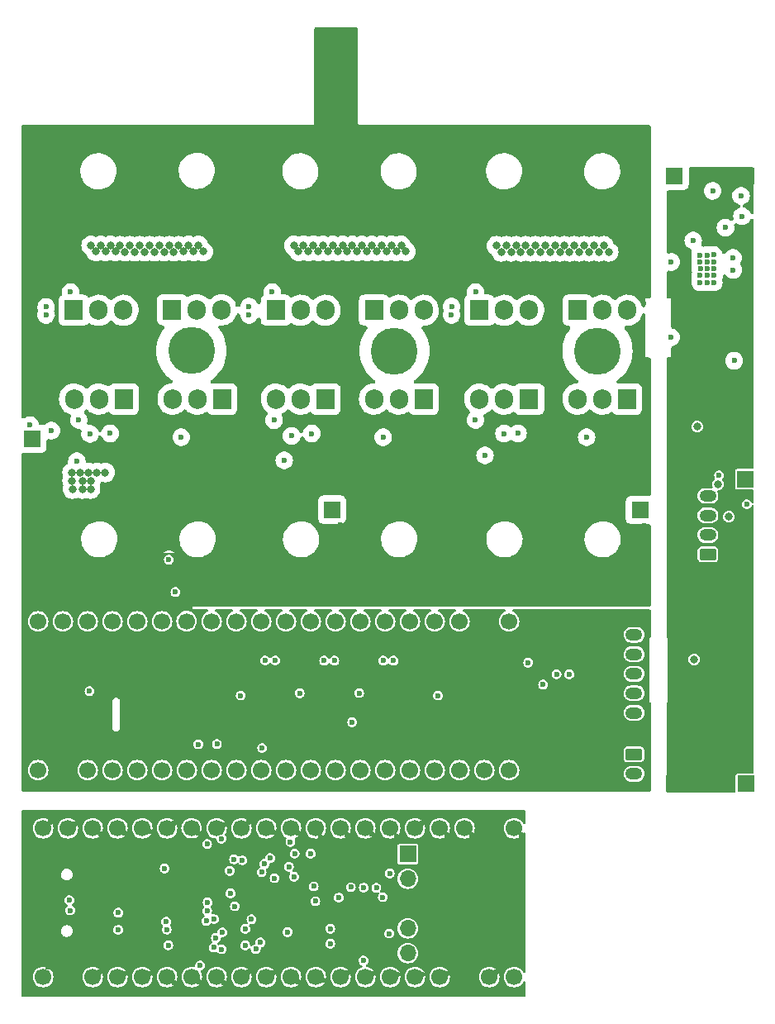
<source format=gbr>
%TF.GenerationSoftware,KiCad,Pcbnew,7.0.10*%
%TF.CreationDate,2024-07-31T12:40:02+02:00*%
%TF.ProjectId,foc,666f632e-6b69-4636-9164-5f7063625858,rev?*%
%TF.SameCoordinates,PXc0145d0PY6b671e0*%
%TF.FileFunction,Copper,L2,Inr*%
%TF.FilePolarity,Positive*%
%FSLAX46Y46*%
G04 Gerber Fmt 4.6, Leading zero omitted, Abs format (unit mm)*
G04 Created by KiCad (PCBNEW 7.0.10) date 2024-07-31 12:40:02*
%MOMM*%
%LPD*%
G01*
G04 APERTURE LIST*
G04 Aperture macros list*
%AMRoundRect*
0 Rectangle with rounded corners*
0 $1 Rounding radius*
0 $2 $3 $4 $5 $6 $7 $8 $9 X,Y pos of 4 corners*
0 Add a 4 corners polygon primitive as box body*
4,1,4,$2,$3,$4,$5,$6,$7,$8,$9,$2,$3,0*
0 Add four circle primitives for the rounded corners*
1,1,$1+$1,$2,$3*
1,1,$1+$1,$4,$5*
1,1,$1+$1,$6,$7*
1,1,$1+$1,$8,$9*
0 Add four rect primitives between the rounded corners*
20,1,$1+$1,$2,$3,$4,$5,0*
20,1,$1+$1,$4,$5,$6,$7,0*
20,1,$1+$1,$6,$7,$8,$9,0*
20,1,$1+$1,$8,$9,$2,$3,0*%
G04 Aperture macros list end*
%TA.AperFunction,ComponentPad*%
%ADD10R,1.700000X1.700000*%
%TD*%
%TA.AperFunction,ComponentPad*%
%ADD11RoundRect,0.250000X-0.625000X0.350000X-0.625000X-0.350000X0.625000X-0.350000X0.625000X0.350000X0*%
%TD*%
%TA.AperFunction,ComponentPad*%
%ADD12O,1.750000X1.200000*%
%TD*%
%TA.AperFunction,ComponentPad*%
%ADD13C,1.700000*%
%TD*%
%TA.AperFunction,ComponentPad*%
%ADD14O,2.100000X1.050000*%
%TD*%
%TA.AperFunction,ComponentPad*%
%ADD15R,1.905000X2.000000*%
%TD*%
%TA.AperFunction,ComponentPad*%
%ADD16O,1.905000X2.000000*%
%TD*%
%TA.AperFunction,ComponentPad*%
%ADD17O,1.700000X1.700000*%
%TD*%
%TA.AperFunction,ComponentPad*%
%ADD18C,4.800000*%
%TD*%
%TA.AperFunction,ComponentPad*%
%ADD19RoundRect,0.250000X0.625000X-0.350000X0.625000X0.350000X-0.625000X0.350000X-0.625000X-0.350000X0*%
%TD*%
%TA.AperFunction,ViaPad*%
%ADD20C,0.600000*%
%TD*%
%TA.AperFunction,ViaPad*%
%ADD21C,0.800000*%
%TD*%
G04 APERTURE END LIST*
D10*
%TO.N,V_IN*%
%TO.C,P6*%
X-9900000Y46220000D03*
%TD*%
%TO.N,GND*%
%TO.C,P8*%
X-9900000Y-16050000D03*
%TD*%
D11*
%TO.N,Net-(C3-Pad1)*%
%TO.C,J1*%
X-14060000Y-13020000D03*
D12*
%TO.N,Net-(C2-Pad1)*%
X-14060000Y-15020000D03*
%TD*%
D13*
%TO.N,/mcu/CURRENT_2*%
%TO.C,*%
X-46667500Y-35840000D03*
%TD*%
D11*
%TO.N,GND*%
%TO.C,J2*%
X-14050000Y1220000D03*
D12*
%TO.N,/mcu/HALL_3*%
X-14050000Y-780000D03*
%TO.N,/mcu/HALL_2*%
X-14050000Y-2780000D03*
%TO.N,/mcu/HALL_1*%
X-14050000Y-4780000D03*
%TO.N,/mcu/TEMP_MOTOR*%
X-14050000Y-6780000D03*
%TO.N,Net-(J2-Pad6)*%
X-14050000Y-8780000D03*
%TD*%
D13*
%TO.N,+5V*%
%TO.C,*%
X-74607500Y-35840000D03*
%TD*%
%TO.N,/driver/SENS_2*%
%TO.C,*%
X-54287500Y-35840000D03*
%TD*%
D14*
%TO.N,GND*%
%TO.C,J6*%
X-71662835Y-23919999D03*
X-71662835Y-32559999D03*
X-75842835Y-23919999D03*
X-75842835Y-32559999D03*
%TD*%
D13*
%TO.N,/mcu/PC14*%
%TO.C,*%
X-41587500Y-35840000D03*
%TD*%
%TO.N,/mcu/CURRENT_3*%
%TO.C,*%
X-44127500Y-35840000D03*
%TD*%
%TO.N,/driver/SENS_1*%
%TO.C,*%
X-56827500Y-35840000D03*
%TD*%
D10*
%TO.N,GND*%
%TO.C,P9*%
X-13450000Y19300000D03*
%TD*%
D13*
%TO.N,VCC*%
%TO.C,*%
X-69527500Y-35840000D03*
%TD*%
D10*
%TO.N,GND*%
%TO.C,P3*%
X-2589999Y46200000D03*
%TD*%
%TO.N,Net-(D1-Pad1)*%
%TO.C,P1*%
X-2639999Y15150000D03*
%TD*%
D13*
%TO.N,/driver/SENS_3*%
%TO.C,*%
X-51747500Y-35840000D03*
%TD*%
D10*
%TO.N,+5V*%
%TO.C,P5*%
X-13450000Y12000000D03*
%TD*%
D13*
%TO.N,/mcu/CURRENT_1*%
%TO.C,*%
X-49207500Y-35840000D03*
%TD*%
%TO.N,GND*%
%TO.C,*%
X-72067500Y-35840000D03*
%TD*%
%TO.N,Net-(J5-Pad1)*%
%TO.C,*%
X-66987500Y-35840000D03*
%TD*%
D10*
%TO.N,+5V*%
%TO.C,P4*%
X-2589999Y-16050000D03*
%TD*%
D13*
%TO.N,/driver/SENS_SUPPLY*%
%TO.C,*%
X-59367500Y-35840000D03*
%TD*%
%TO.N,/mcu/ADC_TEMP*%
%TO.C,*%
X-61907500Y-35840000D03*
%TD*%
D10*
%TO.N,V_IN*%
%TO.C,P7*%
X-75700000Y19300000D03*
%TD*%
D13*
%TO.N,/mcu/SERVO*%
%TO.C,*%
X-64447500Y-35840000D03*
%TD*%
D10*
%TO.N,+12V*%
%TO.C,P10*%
X-45000000Y12050000D03*
%TD*%
%TO.N,GND*%
%TO.C,P2*%
X-75700000Y12000000D03*
%TD*%
D15*
%TO.N,Net-(Q11-Pad1)*%
%TO.C,Q11*%
X-35610000Y23370000D03*
D16*
%TO.N,/driver/HS2*%
X-38150000Y23370000D03*
%TO.N,Net-(NT3-Pad2)*%
X-40690000Y23370000D03*
%TD*%
D15*
%TO.N,Net-(Q5-Pad1)*%
%TO.C,Q5*%
X-66342500Y23369958D03*
D16*
%TO.N,/driver/HS1*%
X-68882500Y23369958D03*
%TO.N,Net-(NT1-Pad2)*%
X-71422500Y23369958D03*
%TD*%
D15*
%TO.N,Net-(Q12-Pad1)*%
%TO.C,Q12*%
X-29890000Y32470000D03*
D16*
%TO.N,V_IN*%
X-27350000Y32470000D03*
%TO.N,/driver/HS3*%
X-24810000Y32470000D03*
%TD*%
D10*
%TO.N,VCC*%
%TO.C,P11*%
X-37236429Y-23235000D03*
D17*
%TO.N,Net-(P11-Pad2)*%
X-37236429Y-25775000D03*
%TO.N,GND*%
X-37236429Y-28315000D03*
%TO.N,Net-(P11-Pad4)*%
X-37236429Y-30855000D03*
%TO.N,/mcu/NRST*%
X-37236429Y-33395000D03*
%TD*%
D18*
%TO.N,/driver/HS1*%
%TO.C,H13*%
X-59400000Y28320000D03*
%TD*%
%TO.N,/driver/HS3*%
%TO.C,H15*%
X-17800000Y28300000D03*
%TD*%
D15*
%TO.N,Net-(Q9-Pad1)*%
%TO.C,Q9*%
X-45660000Y23370000D03*
D16*
%TO.N,/driver/HS2*%
X-48200000Y23370000D03*
%TO.N,Net-(NT3-Pad2)*%
X-50740000Y23370000D03*
%TD*%
D13*
%TO.N,unconnected-(U12-Pad1)*%
%TO.C,U12*%
X-26867500Y-14645000D03*
%TO.N,/mcu/HALL_1*%
X-29407500Y-14645000D03*
%TO.N,/mcu/HALL_2*%
X-31947500Y-14645000D03*
%TO.N,/mcu/HALL_3*%
X-34487500Y-14645000D03*
%TO.N,/mcu/NRST*%
X-37027500Y-14645000D03*
%TO.N,/mcu/PC13*%
X-39567500Y-14645000D03*
%TO.N,/mcu/PC14*%
X-42107500Y-14645000D03*
%TO.N,/mcu/CURRENT_3*%
X-44647500Y-14645000D03*
%TO.N,/mcu/CURRENT_2*%
X-47187500Y-14645000D03*
%TO.N,/mcu/CURRENT_1*%
X-49727500Y-14645000D03*
%TO.N,/driver/SENS_3*%
X-52267500Y-14645000D03*
%TO.N,/driver/SENS_2*%
X-54807500Y-14645000D03*
%TO.N,/driver/SENS_1*%
X-57347500Y-14645000D03*
%TO.N,/driver/SENS_SUPPLY*%
X-59887500Y-14645000D03*
%TO.N,/mcu/ADC_TEMP*%
X-62427500Y-14645000D03*
%TO.N,/mcu/SERVO*%
X-64967500Y-14645000D03*
%TO.N,Net-(J5-Pad1)*%
X-67507500Y-14645000D03*
%TO.N,VCC*%
X-70047500Y-14645000D03*
%TO.N,GND*%
X-72587500Y-14645000D03*
%TO.N,+5V*%
X-75127500Y-14645000D03*
%TO.N,/mcu/PC12*%
X-75127500Y595000D03*
%TO.N,/driver/H1*%
X-72587500Y595000D03*
%TO.N,/driver/H2*%
X-70047500Y595000D03*
%TO.N,/driver/H3*%
X-67507500Y595000D03*
%TO.N,/driver/L1*%
X-64967500Y595000D03*
%TO.N,/driver/L2*%
X-62427500Y595000D03*
%TO.N,/driver/L3*%
X-59911105Y604993D03*
%TO.N,/mcu/TX_SCL_MOSI*%
X-57347500Y595000D03*
%TO.N,/mcu/MISO_ADC_EXT2*%
X-54807500Y595000D03*
%TO.N,/mcu/SCK_ADC_EXT*%
X-52267500Y595000D03*
%TO.N,/mcu/RX_SDA_NSS*%
X-49727500Y595000D03*
%TO.N,/mcu/ADC_9*%
X-47187500Y595000D03*
%TO.N,/mcu/ADC_8*%
X-44647500Y595000D03*
%TO.N,/mcu/LED_RED*%
X-42107500Y595000D03*
%TO.N,/mcu/TEMP_MOTOR*%
X-39567500Y595000D03*
%TO.N,/mcu/CAN_RX*%
X-37027500Y595000D03*
%TO.N,/mcu/CAN_TX*%
X-34487500Y595000D03*
%TO.N,+5V*%
X-31947500Y595000D03*
%TO.N,GND*%
X-29407500Y595000D03*
%TO.N,VCC*%
X-26867500Y595000D03*
%TD*%
D15*
%TO.N,Net-(Q14-Pad1)*%
%TO.C,Q14*%
X-19840000Y32470000D03*
D16*
%TO.N,V_IN*%
X-17300000Y32470000D03*
%TO.N,/driver/HS3*%
X-14760000Y32470000D03*
%TD*%
D15*
%TO.N,Net-(Q4-Pad1)*%
%TO.C,Q4*%
X-71460000Y32470000D03*
D16*
%TO.N,V_IN*%
X-68920000Y32470000D03*
%TO.N,/driver/HS1*%
X-66380000Y32470000D03*
%TD*%
D19*
%TO.N,Net-(J4-Pad1)*%
%TO.C,J4*%
X-6489999Y7450000D03*
D12*
%TO.N,Net-(J4-Pad2)*%
X-6489999Y9450000D03*
%TO.N,Net-(J4-Pad3)*%
X-6489999Y11450000D03*
%TO.N,Net-(D1-Pad1)*%
X-6489999Y13450000D03*
%TD*%
D15*
%TO.N,Net-(Q15-Pad1)*%
%TO.C,Q15*%
X-14760000Y23370000D03*
D16*
%TO.N,/driver/HS3*%
X-17300000Y23370000D03*
%TO.N,Net-(NT5-Pad2)*%
X-19840000Y23370000D03*
%TD*%
D15*
%TO.N,Net-(Q7-Pad1)*%
%TO.C,Q7*%
X-56260000Y23370000D03*
D16*
%TO.N,/driver/HS1*%
X-58800000Y23370000D03*
%TO.N,Net-(NT1-Pad2)*%
X-61340000Y23370000D03*
%TD*%
D15*
%TO.N,Net-(Q13-Pad1)*%
%TO.C,Q13*%
X-24810000Y23370000D03*
D16*
%TO.N,/driver/HS3*%
X-27350000Y23370000D03*
%TO.N,Net-(NT5-Pad2)*%
X-29890000Y23370000D03*
%TD*%
D15*
%TO.N,Net-(Q10-Pad1)*%
%TO.C,Q10*%
X-40690000Y32470000D03*
D16*
%TO.N,V_IN*%
X-38150000Y32470000D03*
%TO.N,/driver/HS2*%
X-35610000Y32470000D03*
%TD*%
D15*
%TO.N,Net-(Q8-Pad1)*%
%TO.C,Q8*%
X-50760000Y32470000D03*
D16*
%TO.N,V_IN*%
X-48220000Y32470000D03*
%TO.N,/driver/HS2*%
X-45680000Y32470000D03*
%TD*%
D18*
%TO.N,/driver/HS2*%
%TO.C,H14*%
X-38600000Y28300000D03*
%TD*%
D15*
%TO.N,Net-(Q6-Pad1)*%
%TO.C,Q6*%
X-61377500Y32520000D03*
D16*
%TO.N,V_IN*%
X-58837500Y32520000D03*
%TO.N,/driver/HS1*%
X-56297500Y32520000D03*
%TD*%
D13*
%TO.N,unconnected-(U12-Pad1)*%
%TO.C,U12*%
X-26347500Y-35840000D03*
%TO.N,/mcu/HALL_1*%
X-28887500Y-35840000D03*
%TO.N,GND*%
X-31427500Y-35840000D03*
%TO.N,/mcu/HALL_3*%
X-33967500Y-35840000D03*
%TO.N,/mcu/NRST*%
X-36507500Y-35840000D03*
%TO.N,/mcu/PC13*%
X-39047500Y-35840000D03*
%TO.N,/mcu/PC14*%
X-41587500Y-35840000D03*
%TO.N,/mcu/CURRENT_3*%
X-44127500Y-35840000D03*
%TO.N,/mcu/CURRENT_2*%
X-46667500Y-35840000D03*
%TO.N,/mcu/CURRENT_1*%
X-49207500Y-35840000D03*
%TO.N,/driver/SENS_3*%
X-51747500Y-35840000D03*
%TO.N,/driver/SENS_2*%
X-54287500Y-35840000D03*
%TO.N,/driver/SENS_1*%
X-56827500Y-35840000D03*
%TO.N,/driver/SENS_SUPPLY*%
X-59367500Y-35840000D03*
%TO.N,/mcu/ADC_TEMP*%
X-61907500Y-35840000D03*
%TO.N,/mcu/SERVO*%
X-64447500Y-35840000D03*
%TO.N,Net-(J5-Pad1)*%
X-66987500Y-35840000D03*
%TO.N,VCC*%
X-69527500Y-35840000D03*
%TO.N,GND*%
X-72067500Y-35840000D03*
%TO.N,+5V*%
X-74607500Y-35840000D03*
%TO.N,/mcu/PC12*%
X-74607500Y-20600000D03*
%TO.N,/driver/H1*%
X-72067500Y-20600000D03*
%TO.N,/driver/H2*%
X-69527500Y-20600000D03*
%TO.N,/driver/H3*%
X-66987500Y-20600000D03*
%TO.N,/driver/L1*%
X-64447500Y-20600000D03*
%TO.N,/driver/L2*%
X-61907500Y-20600000D03*
%TO.N,/driver/L3*%
X-59391105Y-20590007D03*
%TO.N,/mcu/TX_SCL_MOSI*%
X-56827500Y-20600000D03*
%TO.N,/mcu/MISO_ADC_EXT2*%
X-54287500Y-20600000D03*
%TO.N,/mcu/SCK_ADC_EXT*%
X-51747500Y-20600000D03*
%TO.N,/mcu/RX_SDA_NSS*%
X-49207500Y-20600000D03*
%TO.N,/mcu/ADC_9*%
X-46667500Y-20600000D03*
%TO.N,/mcu/ADC_8*%
X-44127500Y-20600000D03*
%TO.N,/mcu/LED_RED*%
X-41587500Y-20600000D03*
%TO.N,/mcu/TEMP_MOTOR*%
X-39047500Y-20600000D03*
%TO.N,/mcu/CAN_RX*%
X-36507500Y-20600000D03*
%TO.N,/mcu/CAN_TX*%
X-33967500Y-20600000D03*
%TO.N,+5V*%
X-31427500Y-20600000D03*
%TO.N,GND*%
X-28887500Y-20600000D03*
%TO.N,VCC*%
X-26347500Y-20600000D03*
%TD*%
D20*
%TO.N,+5V*%
X-34150000Y-7000000D03*
%TO.N,VCC*%
X-39155758Y-31388033D03*
X-45184968Y-30900000D03*
X-58502657Y-34647342D03*
X-54350000Y-7000000D03*
X-43080000Y-26640000D03*
X-57800000Y-22215400D03*
X-69850000Y-6550000D03*
X-45184968Y-32429418D03*
X-48320000Y-6770000D03*
X-61785000Y-32585000D03*
X-47200000Y-23200000D03*
X-24900000Y-3629700D03*
X-42220000Y-6750000D03*
X-40460000Y-26690000D03*
X-41750000Y-26680000D03*
%TO.N,+12V*%
X-3800000Y27300000D03*
X-2990010Y42100000D03*
%TO.N,/driver/HS1*%
X-69807500Y19810000D03*
X-60460000Y19470000D03*
X-67737500Y19850000D03*
D21*
%TO.N,/mcu/ADC_TEMP*%
X-70600000Y15000000D03*
X-69100000Y15850000D03*
X-69750000Y14150000D03*
X-70600000Y14150000D03*
X-69950000Y15850000D03*
X-68250000Y15850000D03*
X-71600000Y14150000D03*
X-71634600Y15839846D03*
X-69750000Y15000000D03*
X-70800000Y15850000D03*
X-71634600Y15000000D03*
%TO.N,V_IN*%
X-42930000Y39095000D03*
X-67700000Y39095000D03*
X-37420000Y38475000D03*
D20*
X-6589999Y37430000D03*
D21*
X-48920000Y39100000D03*
D20*
X-5879998Y35317500D03*
D21*
X-46420000Y38475000D03*
X-24160000Y39075000D03*
X-38420000Y38475000D03*
X-61710000Y39090000D03*
X-26650000Y38455000D03*
X-38920000Y39100000D03*
X-65710000Y39090000D03*
X-24660000Y38450000D03*
X-23160000Y39075000D03*
D20*
X-5889999Y38130000D03*
D21*
X-45930000Y39095000D03*
X-16650000Y38455000D03*
X-25650000Y38455000D03*
D20*
X-7289999Y37430000D03*
X-7289999Y38125000D03*
D21*
X-39930000Y39095000D03*
X-60200000Y38470000D03*
X-43430000Y38470000D03*
X-48420000Y38475000D03*
X-20160000Y39075000D03*
X-59700000Y39095000D03*
X-45430000Y38470000D03*
D20*
X-6579998Y35317500D03*
D21*
X-63210000Y38465000D03*
X-23660000Y38450000D03*
X-47420000Y38475000D03*
D20*
X-75950000Y20700000D03*
D21*
X-17650000Y38455000D03*
X-21660000Y38450000D03*
D20*
X-6579998Y38125000D03*
D21*
X-68700000Y39095000D03*
X-22160000Y39075000D03*
X-64710000Y39090000D03*
X-41930000Y39095000D03*
X-58200000Y38470000D03*
X-42430000Y38470000D03*
X-47920000Y39100000D03*
X-28150000Y39080000D03*
X-44930000Y39095000D03*
X-63710000Y39090000D03*
X-18150000Y39080000D03*
X-69700000Y39095000D03*
X-64210000Y38465000D03*
X-62210000Y38465000D03*
X-61210000Y38465000D03*
X-41430000Y38470000D03*
D20*
X-5889999Y37430000D03*
D21*
X-43930000Y39095000D03*
X-25160000Y39075000D03*
X-40930000Y39095000D03*
X-39420000Y38475000D03*
X-65210000Y38465000D03*
X-69200000Y38470000D03*
X-58700000Y39095000D03*
X-17150000Y39080000D03*
X-27150000Y39080000D03*
X-26150000Y39080000D03*
X-22660000Y38450000D03*
X-66210000Y38465000D03*
D20*
X-6569998Y36730000D03*
X-5869998Y36730000D03*
D21*
X-60710000Y39090000D03*
X-20660000Y38450000D03*
D20*
X-7279998Y35317500D03*
D21*
X-62710000Y39090000D03*
X-40430000Y38470000D03*
D20*
X-7279998Y36017500D03*
D21*
X-44430000Y38470000D03*
X-46920000Y39100000D03*
X-68200000Y38470000D03*
X-66710000Y39090000D03*
X-19660000Y38450000D03*
X-18650000Y38455000D03*
X-19160000Y39075000D03*
X-67200000Y38470000D03*
X-37920000Y39100000D03*
D20*
X-6579998Y36017500D03*
X-5869998Y36030000D03*
X-7269998Y36730000D03*
D21*
X-21160000Y39075000D03*
X-59200000Y38470000D03*
X-27650000Y38455000D03*
D20*
%TO.N,/driver/HS2*%
X-49150000Y19600000D03*
X-39760000Y19460042D03*
X-47087500Y19840042D03*
%TO.N,/driver/HS3*%
X-18910000Y19470042D03*
X-27370000Y19830000D03*
X-25950000Y19850000D03*
%TO.N,/mcu/PH0*%
X-56248710Y-31260305D03*
X-62000000Y-30161971D03*
%TO.N,/mcu/PH1*%
X-61945774Y-30969345D03*
X-56900000Y-31838900D03*
%TO.N,/driver/L2*%
X-61050000Y3600000D03*
X-51936429Y-24260000D03*
%TO.N,/mcu/USB_D+*%
X-71916383Y-27959989D03*
X-71842835Y-29016499D03*
%TO.N,/mcu/LED_RED*%
X-66900000Y-31000000D03*
X-46712886Y-28079939D03*
X-57800000Y-29050000D03*
%TO.N,/mcu/LED_GREEN*%
X-66900000Y-29248057D03*
X-57750000Y-28200000D03*
%TO.N,/mcu/HALL_3*%
X-49550872Y-31225400D03*
X-20700002Y-4825002D03*
%TO.N,/mcu/HALL_2*%
X-22000002Y-4825002D03*
%TO.N,/mcu/HALL_1*%
X-53250000Y-29925400D03*
X-23377851Y-5884582D03*
%TO.N,/mcu/CAN_RX*%
X-57900000Y-30100000D03*
%TO.N,/driver/SENS_1*%
X-56800000Y-11960000D03*
X-52350000Y-32299989D03*
X-71150000Y17000000D03*
%TO.N,/driver/SENS_2*%
X-52817927Y-32986579D03*
X-52160000Y-12380000D03*
X-49900000Y17100000D03*
%TO.N,/driver/SENS_3*%
X-29329720Y17600000D03*
X-42930000Y-9730000D03*
%TO.N,/driver/SENS_SUPPLY*%
X-58700000Y-12000000D03*
X-73754630Y20145370D03*
X-53900872Y-32595557D03*
%TO.N,/driver/HO3*%
X-30290000Y34320000D03*
X-30310000Y21220042D03*
%TO.N,/mcu/CAN_TX*%
X-57100000Y-29900000D03*
%TO.N,/driver/H1*%
X-55486429Y-24960000D03*
%TO.N,/driver/L1*%
X-52212389Y-25094852D03*
X-61720000Y6920000D03*
%TO.N,/driver/H2*%
X-54187150Y-23888166D03*
%TO.N,/driver/H3*%
X-55035258Y-23783891D03*
%TO.N,/driver/L3*%
X-51359027Y-23660000D03*
%TO.N,GND*%
X-5689999Y19450000D03*
X-67300000Y7100000D03*
X-38800000Y-23200000D03*
X-21600000Y51000000D03*
X-35200000Y13720000D03*
X-46700000Y-800000D03*
D21*
X-4739999Y32550000D03*
D20*
X-27300000Y5300000D03*
X-56500000Y-25450000D03*
X-43860000Y-7830000D03*
X-44150000Y10450000D03*
X-65848928Y-32500000D03*
X-51000000Y-35400000D03*
X-57000000Y5200000D03*
X-27610000Y12420000D03*
X-32900000Y-30800000D03*
X-56135000Y-5580000D03*
X-47900000Y-600000D03*
X-13712320Y-16515400D03*
X-16260000Y17420000D03*
X-53185000Y-8330000D03*
X-25750000Y1500000D03*
X-52550000Y-30475400D03*
X-37060000Y17420000D03*
X-29300000Y-26000000D03*
X-54460000Y-1830000D03*
X-56950000Y-7900000D03*
X-49400000Y-800000D03*
X-66250000Y-15300000D03*
X-68800000Y-35350000D03*
X-41960000Y-3030000D03*
X-53560000Y-15300000D03*
X-17000000Y-7600000D03*
X-71580000Y-360000D03*
X-36600000Y5350000D03*
X-33100000Y2600000D03*
X-55210000Y19120000D03*
X-65650000Y-600000D03*
X-2489999Y39550000D03*
X-39075000Y-4790000D03*
X-65800000Y-27900000D03*
X-33300000Y-100000D03*
X-24400000Y51000000D03*
X-45850000Y-8295000D03*
X-55463954Y-30977699D03*
X-40860000Y-15030000D03*
X-66250000Y-21100000D03*
X-39960000Y-2430000D03*
X-16450000Y-12000000D03*
X-34750000Y-1700000D03*
X-32610000Y20970000D03*
X-28100000Y-11700000D03*
X-7300000Y12450000D03*
X-73500000Y-26200000D03*
X-42300000Y-22150000D03*
X-31060000Y15770000D03*
X-57760000Y17420000D03*
X-59500000Y-700000D03*
X-52400000Y13500000D03*
X-35750001Y-35550000D03*
D21*
X-63610000Y33570000D03*
X-38860000Y13820000D03*
D20*
X-57010000Y10700000D03*
X-37210000Y15620000D03*
D21*
X-22030000Y33610000D03*
D20*
X-52285000Y-2255000D03*
X-74900000Y-11500000D03*
X-41360000Y15620000D03*
D21*
X-6889999Y-16100000D03*
D20*
X-40850000Y-35500000D03*
X-59800000Y-8000000D03*
X-25900000Y-28600000D03*
X-61900000Y-1850000D03*
X-43850000Y-31750000D03*
X-67950000Y1900000D03*
X-46060000Y-2180000D03*
X-25650000Y-33300000D03*
X-38310000Y-15030000D03*
X-64400000Y51000000D03*
X-29400000Y-23000000D03*
X-25900000Y-27700000D03*
X-32900000Y-27950000D03*
X-58380000Y-13740000D03*
D21*
X-58200000Y13400000D03*
D20*
X-21810000Y10920000D03*
X-40400000Y6100000D03*
X-72800000Y16900000D03*
X-70350000Y11450000D03*
X-46900000Y-31600000D03*
X-59112555Y-33865400D03*
D21*
X-4739999Y31350000D03*
D20*
X-48550000Y1350000D03*
X-33200000Y-15300000D03*
X-46550000Y-25500000D03*
X-6189999Y-2550000D03*
X-34900000Y-5500000D03*
X-13000000Y10430000D03*
X-22300000Y51000000D03*
X-15700000Y-5400000D03*
X-75300000Y15800000D03*
D21*
X-37960000Y12370000D03*
D20*
X-34650000Y-3600000D03*
X-66900000Y-25400000D03*
X-75400000Y9800000D03*
X-53900000Y-25300000D03*
X-56710000Y-1150000D03*
X-15900000Y1100000D03*
X-32900000Y-29400000D03*
X-72800000Y-30200000D03*
X-49480000Y6410000D03*
X-32100000Y7600000D03*
X-55400000Y8750000D03*
X-67200000Y51000000D03*
X-58600000Y-36300000D03*
X-60850000Y5200000D03*
X-43400000Y-35400000D03*
X-43910000Y8610000D03*
X-31800000Y-3450000D03*
X-57850000Y-27300000D03*
X-41010000Y-8605000D03*
X-34400000Y16500000D03*
X-8289999Y-8200000D03*
X-50830000Y-13760000D03*
X-6889999Y16350000D03*
X-2189999Y7050000D03*
X-19550000Y-800000D03*
X-58500000Y-5700000D03*
X-58600000Y1300000D03*
D21*
X-17060000Y12420000D03*
D20*
X-43800000Y3900000D03*
X-49450000Y11550000D03*
X-13010000Y21620000D03*
X-43360000Y-14330000D03*
X-38300000Y-35550000D03*
X-33600000Y-23000000D03*
X-23100000Y-16600000D03*
X-53900000Y-27665400D03*
X-43935000Y-1980000D03*
X-48435557Y-21135557D03*
X-58689863Y-21089864D03*
X-72900000Y9200000D03*
X-66500000Y51000000D03*
X-37450000Y-5600000D03*
X-51400000Y-32300000D03*
X-51750000Y-27665400D03*
X-48468872Y-36302410D03*
X-49120127Y-27665400D03*
X-47700000Y3800000D03*
X-63600000Y-32800000D03*
X-16510000Y16020000D03*
X-30850000Y5220000D03*
X-8350000Y-650000D03*
X-12970000Y6600000D03*
X-19500002Y-2625002D03*
X-50300000Y10900000D03*
X-32500000Y-34050000D03*
X-28130000Y-15300000D03*
X-45880693Y-12609307D03*
X-54760000Y-9430000D03*
X-44050000Y-25500000D03*
X-51450000Y8750000D03*
X-75000000Y6700000D03*
X-43400000Y1470000D03*
X-43190000Y-12460000D03*
X-73900000Y-20000000D03*
X-72950000Y13350000D03*
X-32350000Y12750000D03*
X-44000000Y6500000D03*
X-57850000Y-33000000D03*
X-64900000Y-34000000D03*
X-63300000Y7500000D03*
X-60000000Y6500000D03*
X-36480000Y-1560000D03*
X-65840000Y10080000D03*
X-23000000Y51000000D03*
X-71000000Y5500000D03*
X-20790000Y7620000D03*
X-23700000Y51000000D03*
X-63700000Y-20950000D03*
X-17660000Y14370000D03*
X-48245000Y-4900000D03*
X-38050000Y-2400000D03*
X-36390000Y-7340000D03*
X-49925000Y-7710000D03*
X-2900000Y-600000D03*
X-44900000Y-800000D03*
X-39150000Y2550000D03*
X-2300000Y33950000D03*
X-41786428Y-28235000D03*
X-53500000Y-20000000D03*
X-54400000Y6450000D03*
X-2089999Y-13400000D03*
X-61400000Y-25500000D03*
D21*
X-6289999Y46000000D03*
D20*
X-63800000Y1950000D03*
X-33250000Y-21300000D03*
X-23900000Y4300000D03*
D21*
X-59600000Y13800000D03*
D20*
X-36000000Y2600000D03*
X-49200000Y13800000D03*
X-29900000Y9900000D03*
X-45260000Y-4830000D03*
X-63050000Y-13000000D03*
X-71322628Y-20197414D03*
X-55800000Y-28590280D03*
X-35550000Y1500000D03*
X-24300000Y-12100000D03*
X-67400000Y-800000D03*
X-34200000Y-26200000D03*
X-53554299Y-35289588D03*
X-14410000Y14120000D03*
X-30439443Y18810557D03*
X-47050000Y6450000D03*
X-38355001Y-21420457D03*
X-35300000Y11950000D03*
X-55700000Y12700000D03*
X-35100000Y-12300000D03*
X-66700000Y-3300000D03*
X-56060000Y1370000D03*
X-54060000Y-10630000D03*
X-62200000Y-31700000D03*
X-19800000Y-4400000D03*
X-36400000Y-4480000D03*
D21*
X-58700000Y11700000D03*
X-2600000Y22300000D03*
D20*
X-48460000Y-15030000D03*
X-54335000Y-3290000D03*
X-74450000Y-600000D03*
X-24900000Y7600000D03*
X-10289999Y-13400000D03*
X-30700000Y-15200000D03*
X-69350000Y11550000D03*
X-25600000Y-10700000D03*
X-74650000Y2500000D03*
X-22900000Y6000000D03*
X-41310000Y-12330000D03*
X-35771405Y-20091480D03*
X-31710401Y-9249999D03*
X-48344600Y-10950000D03*
D21*
X-42880000Y33590000D03*
D20*
X-57700000Y-10200000D03*
X-50960000Y-15200000D03*
X-43600000Y-430000D03*
X-25100000Y51000000D03*
X-46850000Y-22100000D03*
X-30500000Y-13000000D03*
X-52770000Y5150000D03*
X-50350000Y-30850000D03*
X-43471944Y-21228056D03*
X-54960000Y-12530000D03*
X-30980000Y-1540000D03*
X-28150001Y-35300000D03*
X-51500000Y3800000D03*
X-56058771Y-20258771D03*
X-38390000Y-32415900D03*
X-29750000Y3100000D03*
X-68312499Y-33540000D03*
X-30550000Y-28100000D03*
X-71100000Y2800000D03*
X-25064578Y-9030419D03*
X-76280000Y-15970000D03*
X-63100000Y-3400000D03*
X-54160000Y-510000D03*
X-36800000Y-10850000D03*
X-42480827Y-34451967D03*
X-10389999Y18650000D03*
X-53500000Y10100000D03*
X-61170000Y-14260000D03*
X-26500000Y-34350000D03*
X-27710000Y14320000D03*
X-25100000Y-15400000D03*
X-34250000Y7700000D03*
X-25600000Y-21300000D03*
X-61176316Y-20087466D03*
X-71800000Y-34100000D03*
X-67900000Y4050000D03*
X-74150000Y-34850000D03*
X-16750000Y2700000D03*
X-21600000Y9300000D03*
X-27700000Y11500000D03*
X-51900000Y-26150000D03*
X-63690000Y-15170000D03*
X-68000000Y-11600000D03*
X-57100000Y6400000D03*
X-63600000Y5200000D03*
X-10289999Y8150000D03*
X-72300000Y-8900000D03*
X-40901944Y-21198057D03*
X-33800000Y5300000D03*
X-66900000Y-22150000D03*
D21*
X-37500000Y13300000D03*
D20*
X-6089999Y-6400000D03*
X-64110000Y10820000D03*
X-68790000Y-15280000D03*
X-72600000Y-3700000D03*
X-28100000Y-6900000D03*
X-69150000Y-500000D03*
X-48380000Y12290000D03*
X-2839999Y-2500000D03*
X-42510000Y-1440000D03*
X-33000000Y18800000D03*
X-54300000Y16300000D03*
X-68400000Y13300000D03*
X-76150000Y-1600000D03*
X-51685000Y-8270000D03*
X-51450000Y18950000D03*
X-72650000Y19050000D03*
X-53360000Y20870000D03*
X-4439999Y-6350000D03*
X-19900000Y-11200000D03*
X-61200000Y-36400000D03*
X-28850000Y-33450000D03*
X-30550000Y-31300000D03*
X-56100000Y-36400000D03*
X-48744600Y-2220000D03*
X-65800000Y51000000D03*
X-31200000Y-16600000D03*
X-23900000Y6900000D03*
X-9389999Y9950000D03*
X-68738057Y-21188057D03*
X-45900000Y-36200000D03*
X-17100000Y-10000000D03*
X-19610000Y11370000D03*
X-74100000Y17350000D03*
X-56060000Y-15190000D03*
X-43100000Y-27500000D03*
X-25650000Y-24650000D03*
X-46201050Y-21501050D03*
X-13100000Y3100000D03*
X-2189999Y8650000D03*
X-75300000Y-4900000D03*
X-47950000Y-34475400D03*
X-33910000Y33020000D03*
X-19900000Y-9000000D03*
X-17100000Y-2700000D03*
X-23150000Y1400000D03*
X-52100000Y6400000D03*
X-31450401Y-7469999D03*
X-16500000Y-4400000D03*
X-29329720Y16150000D03*
X-23852152Y-8770424D03*
X-71800000Y-22000000D03*
X-20050000Y1400000D03*
D21*
X-6889999Y-13500000D03*
D20*
X-25350000Y3000000D03*
D21*
X-6989999Y-10500000D03*
D20*
X-24110000Y11020000D03*
X-20100000Y14400000D03*
X-38400000Y-26700000D03*
X-61800000Y-34150000D03*
X-62100000Y-5600000D03*
X-27350000Y-1800000D03*
X-62950000Y-24950000D03*
X-33350000Y1400000D03*
X-35400000Y-10000000D03*
X-69100000Y-3800000D03*
X-34390000Y9550000D03*
X-50320000Y-2260000D03*
X-19800000Y4700000D03*
X-65700000Y3700000D03*
X-2389999Y-9600000D03*
X-43700000Y5250000D03*
X-39850000Y-25450000D03*
X-49805000Y-4780000D03*
X-33200000Y-35500000D03*
X-60400000Y-30100000D03*
X-68800000Y12400000D03*
X-16500000Y6000000D03*
X-54610000Y33120000D03*
X-75410000Y33120000D03*
X-48100000Y5065400D03*
X-20700000Y-7100000D03*
X-13040000Y33140000D03*
X-13500000Y-10800000D03*
X-47590000Y-12000000D03*
X-39585000Y-8295000D03*
X-18000000Y-14900000D03*
D21*
X-4389999Y-7450000D03*
D20*
X-41680000Y7660000D03*
D21*
X-16210000Y13020000D03*
D20*
X-3289999Y19350000D03*
X-37450000Y-8700000D03*
X-29400000Y-24550000D03*
X-65550000Y-11600000D03*
X-29510000Y13420000D03*
X-40275001Y-34365000D03*
X-54950000Y-29925411D03*
X-48081211Y-8320000D03*
X-48600000Y14400000D03*
X-66250000Y-35450000D03*
X-65100000Y51000000D03*
X-58200000Y-3400000D03*
X-63700000Y-35450000D03*
X-22652152Y-8770423D03*
X-38750000Y-30450000D03*
X-43760000Y-3330000D03*
X-41730000Y10920000D03*
X-51285000Y-4900000D03*
X-30650000Y-21250000D03*
X-51000000Y-20984600D03*
X-64164443Y-8464443D03*
X-4329997Y-5074998D03*
X-63700000Y51000000D03*
X-71500000Y-12500000D03*
D21*
X-17060000Y13620000D03*
D20*
X-29700000Y7500000D03*
%TO.N,/driver/HO1*%
X-70960000Y21220000D03*
X-71810000Y34320000D03*
%TO.N,/driver/HO2*%
X-51147500Y34320000D03*
X-50940000Y21210042D03*
%TO.N,/mcu/NRST*%
X-53886429Y-30910011D03*
%TO.N,/mcu/PB2*%
X-44300000Y-27700000D03*
X-46886429Y-26549597D03*
%TO.N,/mcu/PA15*%
X-39786429Y-27660000D03*
X-54950000Y-28590280D03*
D21*
%TO.N,Net-(D1-Pad1)*%
X-7589999Y20550000D03*
X-7889999Y-3300000D03*
D20*
%TO.N,Net-(Q1-Pad1)*%
X-2500000Y12600000D03*
%TO.N,Net-(P11-Pad4)*%
X-39086429Y-25210000D03*
X-56336429Y-21660000D03*
D21*
%TO.N,Net-(D1-Pad2)*%
X-4327499Y11318750D03*
X-5439999Y14650000D03*
D20*
%TO.N,Net-(NT1-Pad1)*%
X-50810000Y-3405000D03*
X-74310000Y31985963D03*
%TO.N,Net-(NT2-Pad1)*%
X-74311836Y32820000D03*
X-51860000Y-3405000D03*
%TO.N,Net-(NT3-Pad1)*%
X-53518164Y31986005D03*
X-44760000Y-3430000D03*
%TO.N,Net-(NT4-Pad1)*%
X-45810000Y-3430000D03*
X-53510000Y32839246D03*
%TO.N,Net-(NT5-Pad1)*%
X-38710000Y-3430000D03*
X-32760000Y31986005D03*
%TO.N,Net-(NT6-Pad1)*%
X-39760000Y-3430000D03*
X-32751836Y32839246D03*
%TO.N,Net-(P11-Pad2)*%
X-55400000Y-27265400D03*
%TO.N,/mcu/TX_SCL_MOSI*%
X-49424447Y-24560000D03*
%TO.N,/mcu/MISO_ADC_EXT2*%
X-48836418Y-23200000D03*
%TO.N,/mcu/SCK_ADC_EXT*%
X-49267127Y-22000000D03*
%TO.N,/mcu/RX_SDA_NSS*%
X-50886418Y-25710000D03*
X-48884855Y-25564997D03*
%TO.N,/mcu/PC14*%
X-56324792Y-32995832D03*
%TO.N,/mcu/PC13*%
X-41786429Y-34160000D03*
X-57135465Y-32806498D03*
%TO.N,/mcu/PC12*%
X-62156196Y-24714977D03*
%TO.N,Net-(J4-Pad2)*%
X-5345157Y15559258D03*
%TO.N,Net-(C27-Pad1)*%
X-10250000Y29700000D03*
X-10239999Y37400000D03*
X-7989999Y39600000D03*
%TO.N,Net-(C27-Pad2)*%
X-3889999Y36600000D03*
X-5989999Y44700000D03*
X-3089999Y44200000D03*
%TO.N,Net-(R21-Pad2)*%
X-3905399Y37850000D03*
X-4677785Y40929855D03*
%TD*%
%TA.AperFunction,Conductor*%
%TO.N,GND*%
G36*
X-1888157Y47104793D02*
G01*
X-1818916Y47049574D01*
X-1780489Y46969782D01*
X-1775500Y46925500D01*
X-1775500Y42532637D01*
X-1795207Y42446294D01*
X-1850426Y42377053D01*
X-1930218Y42338626D01*
X-2018782Y42338626D01*
X-2098574Y42377053D01*
X-2153793Y42446294D01*
X-2160642Y42463366D01*
X-2162831Y42468285D01*
X-2257474Y42632212D01*
X-2257477Y42632216D01*
X-2384139Y42772888D01*
X-2384145Y42772893D01*
X-2537274Y42884148D01*
X-2537281Y42884152D01*
X-2710203Y42961143D01*
X-2710210Y42961145D01*
X-2753031Y42970247D01*
X-2833389Y43007476D01*
X-2889636Y43075885D01*
X-2910632Y43161923D01*
X-2892217Y43248551D01*
X-2838040Y43318610D01*
X-2792598Y43346692D01*
X-2637269Y43415849D01*
X-2484128Y43527112D01*
X-2357466Y43667784D01*
X-2262820Y43831716D01*
X-2204325Y44011744D01*
X-2184539Y44200000D01*
X-2204325Y44388256D01*
X-2262820Y44568284D01*
X-2338866Y44700000D01*
X-2357463Y44732212D01*
X-2357466Y44732216D01*
X-2484128Y44872888D01*
X-2484134Y44872893D01*
X-2637263Y44984148D01*
X-2637270Y44984152D01*
X-2810192Y45061143D01*
X-2810204Y45061147D01*
X-2995349Y45100500D01*
X-2995353Y45100500D01*
X-3184645Y45100500D01*
X-3184650Y45100500D01*
X-3369795Y45061147D01*
X-3369807Y45061143D01*
X-3542729Y44984152D01*
X-3542736Y44984148D01*
X-3695865Y44872893D01*
X-3695871Y44872888D01*
X-3822533Y44732216D01*
X-3822536Y44732212D01*
X-3917177Y44568288D01*
X-3975674Y44388256D01*
X-3995459Y44200001D01*
X-3995459Y44200000D01*
X-3975674Y44011745D01*
X-3917177Y43831713D01*
X-3822536Y43667789D01*
X-3822533Y43667785D01*
X-3695871Y43527113D01*
X-3695865Y43527108D01*
X-3542736Y43415853D01*
X-3542729Y43415849D01*
X-3369807Y43338858D01*
X-3369805Y43338858D01*
X-3369802Y43338856D01*
X-3326980Y43329754D01*
X-3246623Y43292527D01*
X-3190375Y43224119D01*
X-3169378Y43138081D01*
X-3187791Y43051452D01*
X-3241967Y42981392D01*
X-3287414Y42953308D01*
X-3442743Y42884150D01*
X-3442747Y42884148D01*
X-3595876Y42772893D01*
X-3595882Y42772888D01*
X-3722544Y42632216D01*
X-3722547Y42632212D01*
X-3817188Y42468288D01*
X-3875685Y42288256D01*
X-3895470Y42100001D01*
X-3895470Y42100000D01*
X-3875685Y41911745D01*
X-3875684Y41911743D01*
X-3872879Y41903109D01*
X-3864943Y41814902D01*
X-3896064Y41731987D01*
X-3960079Y41670786D01*
X-4044309Y41643421D01*
X-4132070Y41655311D01*
X-4179111Y41680626D01*
X-4225054Y41714006D01*
X-4225056Y41714007D01*
X-4397978Y41790998D01*
X-4397990Y41791002D01*
X-4583135Y41830355D01*
X-4583139Y41830355D01*
X-4772431Y41830355D01*
X-4772436Y41830355D01*
X-4957581Y41791002D01*
X-4957593Y41790998D01*
X-5130515Y41714007D01*
X-5130522Y41714003D01*
X-5283651Y41602748D01*
X-5283657Y41602743D01*
X-5410319Y41462071D01*
X-5410322Y41462067D01*
X-5504963Y41298143D01*
X-5563460Y41118111D01*
X-5583245Y40929856D01*
X-5583245Y40929855D01*
X-5563460Y40741600D01*
X-5504963Y40561568D01*
X-5410322Y40397644D01*
X-5410319Y40397640D01*
X-5283657Y40256968D01*
X-5283651Y40256963D01*
X-5130522Y40145708D01*
X-5130515Y40145704D01*
X-4957593Y40068713D01*
X-4957591Y40068713D01*
X-4957588Y40068711D01*
X-4957586Y40068711D01*
X-4957581Y40068709D01*
X-4772436Y40029356D01*
X-4772433Y40029355D01*
X-4772431Y40029355D01*
X-4583137Y40029355D01*
X-4583136Y40029356D01*
X-4521420Y40042474D01*
X-4397990Y40068709D01*
X-4397988Y40068710D01*
X-4397982Y40068711D01*
X-4225055Y40145704D01*
X-4071914Y40256967D01*
X-3945252Y40397639D01*
X-3850606Y40561571D01*
X-3792111Y40741599D01*
X-3772325Y40929855D01*
X-3792111Y41118111D01*
X-3794915Y41126741D01*
X-3802854Y41214948D01*
X-3771735Y41297864D01*
X-3707722Y41359067D01*
X-3623494Y41386435D01*
X-3535732Y41374547D01*
X-3488685Y41349230D01*
X-3442742Y41315850D01*
X-3442740Y41315849D01*
X-3269818Y41238858D01*
X-3269816Y41238858D01*
X-3269813Y41238856D01*
X-3269811Y41238856D01*
X-3269806Y41238854D01*
X-3084661Y41199501D01*
X-3084658Y41199500D01*
X-3084656Y41199500D01*
X-2895362Y41199500D01*
X-2895361Y41199501D01*
X-2822686Y41214948D01*
X-2710215Y41238854D01*
X-2710213Y41238855D01*
X-2710207Y41238856D01*
X-2537280Y41315849D01*
X-2384139Y41427112D01*
X-2257477Y41567784D01*
X-2237290Y41602748D01*
X-2162831Y41731716D01*
X-2158592Y41741237D01*
X-2156832Y41740454D01*
X-2118341Y41804881D01*
X-2044430Y41853672D01*
X-1956668Y41865563D01*
X-1872439Y41838199D01*
X-1808424Y41776998D01*
X-1777302Y41694083D01*
X-1775500Y41667364D01*
X-1775500Y23545904D01*
X-10734500Y23518718D01*
X-10734500Y27300000D01*
X-4705460Y27300000D01*
X-4685675Y27111745D01*
X-4627178Y26931713D01*
X-4532537Y26767789D01*
X-4532534Y26767785D01*
X-4405872Y26627113D01*
X-4405866Y26627108D01*
X-4252737Y26515853D01*
X-4252730Y26515849D01*
X-4079808Y26438858D01*
X-4079806Y26438858D01*
X-4079803Y26438856D01*
X-4079801Y26438856D01*
X-4079796Y26438854D01*
X-3894651Y26399501D01*
X-3894648Y26399500D01*
X-3894646Y26399500D01*
X-3705352Y26399500D01*
X-3705351Y26399501D01*
X-3643635Y26412619D01*
X-3520205Y26438854D01*
X-3520203Y26438855D01*
X-3520197Y26438856D01*
X-3347270Y26515849D01*
X-3194129Y26627112D01*
X-3067467Y26767784D01*
X-2972821Y26931716D01*
X-2914326Y27111744D01*
X-2894540Y27300000D01*
X-2914326Y27488256D01*
X-2972821Y27668284D01*
X-2972823Y27668288D01*
X-3067464Y27832212D01*
X-3067467Y27832216D01*
X-3194129Y27972888D01*
X-3194135Y27972893D01*
X-3347264Y28084148D01*
X-3347271Y28084152D01*
X-3520193Y28161143D01*
X-3520205Y28161147D01*
X-3705350Y28200500D01*
X-3705354Y28200500D01*
X-3894646Y28200500D01*
X-3894651Y28200500D01*
X-4079796Y28161147D01*
X-4079808Y28161143D01*
X-4252730Y28084152D01*
X-4252737Y28084148D01*
X-4405866Y27972893D01*
X-4405872Y27972888D01*
X-4532534Y27832216D01*
X-4532537Y27832212D01*
X-4627178Y27668288D01*
X-4685675Y27488256D01*
X-4705460Y27300001D01*
X-4705460Y27300000D01*
X-10734500Y27300000D01*
X-10734500Y27450999D01*
X-10714793Y27537342D01*
X-10659574Y27606583D01*
X-10579782Y27645010D01*
X-10535500Y27649999D01*
X-10240002Y27649999D01*
X-10240001Y27649999D01*
X-10240001Y28620365D01*
X-10220294Y28706704D01*
X-10165075Y28775945D01*
X-10085283Y28814372D01*
X-10082471Y28814992D01*
X-9970197Y28838856D01*
X-9797270Y28915849D01*
X-9644129Y29027112D01*
X-9517467Y29167784D01*
X-9422821Y29331716D01*
X-9364326Y29511744D01*
X-9344540Y29700000D01*
X-9364326Y29888256D01*
X-9422821Y30068284D01*
X-9422823Y30068288D01*
X-9517464Y30232212D01*
X-9517467Y30232216D01*
X-9644129Y30372888D01*
X-9644135Y30372893D01*
X-9797264Y30484148D01*
X-9797271Y30484152D01*
X-9970193Y30561143D01*
X-9970203Y30561146D01*
X-10082375Y30584989D01*
X-10162734Y30622217D01*
X-10218981Y30690625D01*
X-10239978Y30776664D01*
X-10240000Y30779640D01*
X-10239998Y33650001D01*
X-10239999Y33650001D01*
X-10525500Y33650001D01*
X-10611843Y33669708D01*
X-10681084Y33724927D01*
X-10719511Y33804719D01*
X-10724500Y33849001D01*
X-10724500Y36336622D01*
X-10704793Y36422965D01*
X-10649574Y36492206D01*
X-10569782Y36530633D01*
X-10484127Y36531273D01*
X-10334648Y36499501D01*
X-10334647Y36499500D01*
X-10334645Y36499500D01*
X-10145351Y36499500D01*
X-10145350Y36499501D01*
X-10083634Y36512619D01*
X-9960204Y36538854D01*
X-9960202Y36538855D01*
X-9960196Y36538856D01*
X-9787269Y36615849D01*
X-9634128Y36727112D01*
X-9507466Y36867784D01*
X-9412820Y37031716D01*
X-9354325Y37211744D01*
X-9334539Y37400000D01*
X-9354325Y37588256D01*
X-9412820Y37768284D01*
X-9419584Y37780000D01*
X-9507463Y37932212D01*
X-9507466Y37932216D01*
X-9634128Y38072888D01*
X-9634134Y38072893D01*
X-9787263Y38184148D01*
X-9787270Y38184152D01*
X-9960192Y38261143D01*
X-9960204Y38261147D01*
X-10145349Y38300500D01*
X-10145353Y38300500D01*
X-10334645Y38300500D01*
X-10334650Y38300500D01*
X-10484126Y38268728D01*
X-10572680Y38270053D01*
X-10651888Y38309668D01*
X-10706065Y38379728D01*
X-10724500Y38463379D01*
X-10724500Y39600000D01*
X-8895459Y39600000D01*
X-8875674Y39411745D01*
X-8817177Y39231713D01*
X-8722536Y39067789D01*
X-8722533Y39067785D01*
X-8595871Y38927113D01*
X-8595865Y38927108D01*
X-8442736Y38815853D01*
X-8442729Y38815849D01*
X-8269802Y38738856D01*
X-8268588Y38738598D01*
X-8267604Y38738142D01*
X-8259882Y38735633D01*
X-8260184Y38734705D01*
X-8188230Y38701373D01*
X-8131980Y38632967D01*
X-8110980Y38546930D01*
X-8120698Y38482451D01*
X-8175674Y38313256D01*
X-8195459Y38125001D01*
X-8195459Y38125000D01*
X-8186524Y38039981D01*
X-8175673Y37936744D01*
X-8174200Y37932212D01*
X-8143912Y37838993D01*
X-8135974Y37750786D01*
X-8143912Y37716008D01*
X-8161542Y37661745D01*
X-8175673Y37618255D01*
X-8175674Y37618251D01*
X-8195459Y37430001D01*
X-8195459Y37430000D01*
X-8175674Y37241745D01*
X-8133100Y37110718D01*
X-8125161Y37022511D01*
X-8133099Y36987731D01*
X-8155672Y36918259D01*
X-8155673Y36918251D01*
X-8160977Y36867785D01*
X-8175458Y36730000D01*
X-8155672Y36541744D01*
X-8141946Y36499500D01*
X-8126068Y36450632D01*
X-8118130Y36362425D01*
X-8126068Y36327646D01*
X-8165673Y36205755D01*
X-8185458Y36017501D01*
X-8185458Y36017500D01*
X-8165673Y35829246D01*
X-8133099Y35728993D01*
X-8125161Y35640786D01*
X-8133099Y35606007D01*
X-8165673Y35505755D01*
X-8185458Y35317501D01*
X-8185458Y35317500D01*
X-8165673Y35129245D01*
X-8107176Y34949213D01*
X-8012535Y34785289D01*
X-8012532Y34785285D01*
X-7885870Y34644613D01*
X-7885864Y34644608D01*
X-7732735Y34533353D01*
X-7732728Y34533349D01*
X-7559806Y34456358D01*
X-7559804Y34456358D01*
X-7559801Y34456356D01*
X-7559799Y34456356D01*
X-7559794Y34456354D01*
X-7374649Y34417001D01*
X-7374646Y34417000D01*
X-7374644Y34417000D01*
X-7185350Y34417000D01*
X-7185349Y34417001D01*
X-7000195Y34456356D01*
X-7000185Y34456361D01*
X-6991499Y34459182D01*
X-6903292Y34467124D01*
X-6868497Y34459182D01*
X-6859809Y34456360D01*
X-6859801Y34456356D01*
X-6709025Y34424308D01*
X-6674649Y34417001D01*
X-6674646Y34417000D01*
X-6674644Y34417000D01*
X-6485350Y34417000D01*
X-6485349Y34417001D01*
X-6300195Y34456356D01*
X-6300185Y34456361D01*
X-6291499Y34459182D01*
X-6203292Y34467124D01*
X-6168497Y34459182D01*
X-6159809Y34456360D01*
X-6159801Y34456356D01*
X-6009025Y34424308D01*
X-5974649Y34417001D01*
X-5974646Y34417000D01*
X-5974644Y34417000D01*
X-5785350Y34417000D01*
X-5785349Y34417001D01*
X-5723633Y34430119D01*
X-5600203Y34456354D01*
X-5600201Y34456355D01*
X-5600195Y34456356D01*
X-5427268Y34533349D01*
X-5274127Y34644612D01*
X-5147465Y34785284D01*
X-5052819Y34949216D01*
X-4994324Y35129244D01*
X-4974538Y35317500D01*
X-4994324Y35505756D01*
X-5023929Y35596868D01*
X-5031867Y35685074D01*
X-5023928Y35719857D01*
X-4984324Y35841744D01*
X-4971953Y35959455D01*
X-4943329Y36043263D01*
X-4881176Y36106354D01*
X-4797804Y36136229D01*
X-4709726Y36126973D01*
X-4634386Y36080417D01*
X-4626157Y36071810D01*
X-4495871Y35927113D01*
X-4495865Y35927108D01*
X-4342736Y35815853D01*
X-4342729Y35815849D01*
X-4169807Y35738858D01*
X-4169805Y35738858D01*
X-4169802Y35738856D01*
X-4169800Y35738856D01*
X-4169795Y35738854D01*
X-3984650Y35699501D01*
X-3984647Y35699500D01*
X-3984645Y35699500D01*
X-3795351Y35699500D01*
X-3795350Y35699501D01*
X-3699580Y35719857D01*
X-3610204Y35738854D01*
X-3610202Y35738855D01*
X-3610196Y35738856D01*
X-3437269Y35815849D01*
X-3418829Y35829246D01*
X-3284134Y35927108D01*
X-3284128Y35927112D01*
X-3157466Y36067784D01*
X-3155141Y36071810D01*
X-3062822Y36231713D01*
X-3062820Y36231716D01*
X-3004325Y36411744D01*
X-2984539Y36600000D01*
X-3004325Y36788256D01*
X-3062820Y36968284D01*
X-3157466Y37132216D01*
X-3157468Y37132218D01*
X-3161289Y37138837D01*
X-3187394Y37223465D01*
X-3174194Y37311039D01*
X-3161295Y37337826D01*
X-3078220Y37481716D01*
X-3019725Y37661744D01*
X-2999939Y37850000D01*
X-3019725Y38038256D01*
X-3078220Y38218284D01*
X-3096258Y38249527D01*
X-3172863Y38382212D01*
X-3172866Y38382216D01*
X-3299528Y38522888D01*
X-3299534Y38522893D01*
X-3452663Y38634148D01*
X-3452670Y38634152D01*
X-3625592Y38711143D01*
X-3625604Y38711147D01*
X-3810749Y38750500D01*
X-3810753Y38750500D01*
X-4000045Y38750500D01*
X-4000050Y38750500D01*
X-4185195Y38711147D01*
X-4185207Y38711143D01*
X-4358129Y38634152D01*
X-4358136Y38634148D01*
X-4511265Y38522893D01*
X-4511271Y38522888D01*
X-4637933Y38382216D01*
X-4637936Y38382212D01*
X-4662201Y38340183D01*
X-4722440Y38275262D01*
X-4804882Y38242907D01*
X-4893197Y38249527D01*
X-4969895Y38293809D01*
X-5019784Y38366984D01*
X-5023799Y38378190D01*
X-5057676Y38482451D01*
X-5062820Y38498284D01*
X-5077028Y38522893D01*
X-5157463Y38662212D01*
X-5157466Y38662216D01*
X-5284128Y38802888D01*
X-5284134Y38802893D01*
X-5437263Y38914148D01*
X-5437270Y38914152D01*
X-5610192Y38991143D01*
X-5610204Y38991147D01*
X-5795349Y39030500D01*
X-5795353Y39030500D01*
X-5984645Y39030500D01*
X-5984647Y39030500D01*
X-6169805Y38991144D01*
X-6179723Y38987921D01*
X-6180736Y38991037D01*
X-6248501Y38977719D01*
X-6289799Y38984901D01*
X-6289995Y38983976D01*
X-6485350Y39025500D01*
X-6485352Y39025500D01*
X-6674644Y39025500D01*
X-6674646Y39025500D01*
X-6859805Y38986144D01*
X-6869726Y38982920D01*
X-6870548Y38985450D01*
X-6940981Y38971587D01*
X-6999613Y38984972D01*
X-7000279Y38982921D01*
X-7010195Y38986144D01*
X-7010196Y38986144D01*
X-7010198Y38986145D01*
X-7010209Y38986148D01*
X-7011425Y38986406D01*
X-7012413Y38986864D01*
X-7020117Y38989367D01*
X-7019816Y38990294D01*
X-7091782Y39023638D01*
X-7148027Y39092049D01*
X-7169019Y39178088D01*
X-7159303Y39242543D01*
X-7104325Y39411744D01*
X-7084539Y39600000D01*
X-7104325Y39788256D01*
X-7162820Y39968284D01*
X-7198079Y40029355D01*
X-7257463Y40132212D01*
X-7257466Y40132216D01*
X-7384128Y40272888D01*
X-7384134Y40272893D01*
X-7537263Y40384148D01*
X-7537270Y40384152D01*
X-7710192Y40461143D01*
X-7710204Y40461147D01*
X-7895349Y40500500D01*
X-7895353Y40500500D01*
X-8084645Y40500500D01*
X-8084650Y40500500D01*
X-8269795Y40461147D01*
X-8269807Y40461143D01*
X-8442729Y40384152D01*
X-8442736Y40384148D01*
X-8595865Y40272893D01*
X-8595871Y40272888D01*
X-8722533Y40132216D01*
X-8722536Y40132212D01*
X-8817177Y39968288D01*
X-8875674Y39788256D01*
X-8895459Y39600001D01*
X-8895459Y39600000D01*
X-10724500Y39600000D01*
X-10724500Y44570501D01*
X-10704793Y44656844D01*
X-10670377Y44700000D01*
X-6895459Y44700000D01*
X-6875674Y44511745D01*
X-6817177Y44331713D01*
X-6722536Y44167789D01*
X-6722533Y44167785D01*
X-6595871Y44027113D01*
X-6595865Y44027108D01*
X-6442736Y43915853D01*
X-6442729Y43915849D01*
X-6269807Y43838858D01*
X-6269805Y43838858D01*
X-6269802Y43838856D01*
X-6269800Y43838856D01*
X-6269795Y43838854D01*
X-6084650Y43799501D01*
X-6084647Y43799500D01*
X-6084645Y43799500D01*
X-5895351Y43799500D01*
X-5895350Y43799501D01*
X-5833634Y43812619D01*
X-5710204Y43838854D01*
X-5710202Y43838855D01*
X-5710196Y43838856D01*
X-5537269Y43915849D01*
X-5384128Y44027112D01*
X-5257466Y44167784D01*
X-5162820Y44331716D01*
X-5104325Y44511744D01*
X-5084539Y44700000D01*
X-5087281Y44726085D01*
X-5104325Y44888256D01*
X-5121696Y44941719D01*
X-5162820Y45068284D01*
X-5162822Y45068288D01*
X-5257463Y45232212D01*
X-5257466Y45232216D01*
X-5384128Y45372888D01*
X-5384134Y45372893D01*
X-5537263Y45484148D01*
X-5537270Y45484152D01*
X-5710192Y45561143D01*
X-5710204Y45561147D01*
X-5895349Y45600500D01*
X-5895353Y45600500D01*
X-6084645Y45600500D01*
X-6084650Y45600500D01*
X-6269795Y45561147D01*
X-6269807Y45561143D01*
X-6442729Y45484152D01*
X-6442736Y45484148D01*
X-6595865Y45372893D01*
X-6595871Y45372888D01*
X-6722533Y45232216D01*
X-6722536Y45232212D01*
X-6817177Y45068288D01*
X-6875674Y44888256D01*
X-6895459Y44700001D01*
X-6895459Y44700000D01*
X-10670377Y44700000D01*
X-10649574Y44726085D01*
X-10569782Y44764512D01*
X-10525500Y44769501D01*
X-9010642Y44769501D01*
X-9010640Y44769501D01*
X-8893238Y44784956D01*
X-8893236Y44784957D01*
X-8893235Y44784957D01*
X-8893235Y44784958D01*
X-8747159Y44845464D01*
X-8747159Y44845465D01*
X-8747157Y44845465D01*
X-8711413Y44872893D01*
X-8621718Y44941718D01*
X-8530077Y45061147D01*
X-8525465Y45067157D01*
X-8525464Y45067160D01*
X-8524998Y45068284D01*
X-8464956Y45213238D01*
X-8449500Y45330639D01*
X-8449501Y46925501D01*
X-8429794Y47011843D01*
X-8374576Y47081084D01*
X-8294783Y47119511D01*
X-8250501Y47124500D01*
X-1974500Y47124500D01*
X-1888157Y47104793D01*
G37*
%TD.AperFunction*%
%TD*%
%TA.AperFunction,Conductor*%
%TO.N,GND*%
G36*
X-25243379Y-18750000D02*
G01*
X-25196886Y-18803656D01*
X-25185500Y-18855998D01*
X-25185500Y-20042445D01*
X-25205502Y-20110566D01*
X-25259158Y-20157059D01*
X-25329432Y-20167163D01*
X-25394012Y-20137669D01*
X-25422622Y-20101842D01*
X-25469815Y-20013550D01*
X-25601090Y-19853590D01*
X-25761050Y-19722315D01*
X-25761052Y-19722314D01*
X-25761053Y-19722313D01*
X-25943546Y-19624768D01*
X-26141573Y-19564698D01*
X-26347497Y-19544417D01*
X-26347503Y-19544417D01*
X-26553428Y-19564698D01*
X-26751455Y-19624768D01*
X-26933948Y-19722313D01*
X-27093910Y-19853590D01*
X-27225187Y-20013552D01*
X-27322732Y-20196045D01*
X-27382802Y-20394072D01*
X-27403083Y-20599996D01*
X-27403083Y-20600003D01*
X-27382802Y-20805927D01*
X-27322732Y-21003954D01*
X-27230527Y-21176457D01*
X-27225185Y-21186450D01*
X-27093910Y-21346410D01*
X-26933950Y-21477685D01*
X-26751454Y-21575232D01*
X-26553434Y-21635300D01*
X-26553430Y-21635300D01*
X-26553428Y-21635301D01*
X-26347503Y-21655583D01*
X-26347500Y-21655583D01*
X-26347497Y-21655583D01*
X-26141573Y-21635301D01*
X-26141572Y-21635300D01*
X-26141566Y-21635300D01*
X-25943546Y-21575232D01*
X-25761050Y-21477685D01*
X-25601090Y-21346410D01*
X-25469815Y-21186450D01*
X-25422621Y-21098156D01*
X-25372870Y-21047510D01*
X-25303633Y-21031800D01*
X-25236894Y-21056016D01*
X-25193842Y-21112470D01*
X-25185500Y-21157554D01*
X-25185500Y-35282445D01*
X-25205502Y-35350566D01*
X-25259158Y-35397059D01*
X-25329432Y-35407163D01*
X-25394012Y-35377669D01*
X-25422622Y-35341842D01*
X-25469815Y-35253550D01*
X-25601090Y-35093590D01*
X-25761050Y-34962315D01*
X-25761052Y-34962314D01*
X-25761053Y-34962313D01*
X-25943546Y-34864768D01*
X-25995263Y-34849080D01*
X-26141566Y-34804700D01*
X-26141567Y-34804699D01*
X-26141573Y-34804698D01*
X-26347497Y-34784417D01*
X-26347503Y-34784417D01*
X-26553428Y-34804698D01*
X-26751455Y-34864768D01*
X-26933948Y-34962313D01*
X-27093910Y-35093590D01*
X-27225187Y-35253552D01*
X-27322732Y-35436045D01*
X-27382802Y-35634072D01*
X-27403083Y-35839996D01*
X-27403083Y-35840003D01*
X-27382802Y-36045927D01*
X-27322732Y-36243954D01*
X-27240631Y-36397554D01*
X-27225185Y-36426450D01*
X-27093910Y-36586410D01*
X-26933950Y-36717685D01*
X-26751454Y-36815232D01*
X-26553434Y-36875300D01*
X-26553430Y-36875300D01*
X-26553428Y-36875301D01*
X-26347503Y-36895583D01*
X-26347500Y-36895583D01*
X-26347497Y-36895583D01*
X-26141573Y-36875301D01*
X-26141572Y-36875300D01*
X-26141566Y-36875300D01*
X-25943546Y-36815232D01*
X-25761050Y-36717685D01*
X-25601090Y-36586410D01*
X-25469815Y-36426450D01*
X-25422621Y-36338156D01*
X-25372870Y-36287510D01*
X-25303633Y-36271800D01*
X-25236894Y-36296016D01*
X-25193842Y-36352470D01*
X-25185500Y-36397554D01*
X-25185500Y-37728500D01*
X-25205502Y-37796621D01*
X-25259158Y-37843114D01*
X-25311500Y-37854500D01*
X-76708500Y-37854500D01*
X-76776621Y-37834498D01*
X-76823114Y-37780842D01*
X-76834500Y-37728500D01*
X-76834500Y-35840003D01*
X-75663083Y-35840003D01*
X-75642802Y-36045927D01*
X-75582732Y-36243954D01*
X-75500631Y-36397554D01*
X-75485185Y-36426450D01*
X-75353910Y-36586410D01*
X-75193950Y-36717685D01*
X-75011454Y-36815232D01*
X-74813434Y-36875300D01*
X-74813430Y-36875300D01*
X-74813428Y-36875301D01*
X-74607503Y-36895583D01*
X-74607500Y-36895583D01*
X-74607497Y-36895583D01*
X-74401573Y-36875301D01*
X-74401572Y-36875300D01*
X-74401566Y-36875300D01*
X-74203546Y-36815232D01*
X-74021050Y-36717685D01*
X-73861090Y-36586410D01*
X-73729815Y-36426450D01*
X-73632268Y-36243954D01*
X-73572200Y-36045934D01*
X-73551917Y-35840003D01*
X-70583083Y-35840003D01*
X-70562802Y-36045927D01*
X-70502732Y-36243954D01*
X-70420631Y-36397554D01*
X-70405185Y-36426450D01*
X-70273910Y-36586410D01*
X-70113950Y-36717685D01*
X-69931454Y-36815232D01*
X-69733434Y-36875300D01*
X-69733430Y-36875300D01*
X-69733428Y-36875301D01*
X-69527503Y-36895583D01*
X-69527500Y-36895583D01*
X-69527497Y-36895583D01*
X-69321573Y-36875301D01*
X-69321572Y-36875300D01*
X-69321566Y-36875300D01*
X-69123546Y-36815232D01*
X-68941050Y-36717685D01*
X-68781090Y-36586410D01*
X-68649815Y-36426450D01*
X-68552268Y-36243954D01*
X-68492200Y-36045934D01*
X-68471917Y-35840003D01*
X-68043083Y-35840003D01*
X-68022802Y-36045927D01*
X-67962732Y-36243954D01*
X-67880631Y-36397554D01*
X-67865185Y-36426450D01*
X-67733910Y-36586410D01*
X-67573950Y-36717685D01*
X-67391454Y-36815232D01*
X-67193434Y-36875300D01*
X-67193430Y-36875300D01*
X-67193428Y-36875301D01*
X-66987503Y-36895583D01*
X-66987500Y-36895583D01*
X-66987497Y-36895583D01*
X-66781573Y-36875301D01*
X-66781572Y-36875300D01*
X-66781566Y-36875300D01*
X-66583546Y-36815232D01*
X-66401050Y-36717685D01*
X-66241090Y-36586410D01*
X-66109815Y-36426450D01*
X-66012268Y-36243954D01*
X-65952200Y-36045934D01*
X-65931917Y-35840003D01*
X-65503083Y-35840003D01*
X-65482802Y-36045927D01*
X-65422732Y-36243954D01*
X-65340631Y-36397554D01*
X-65325185Y-36426450D01*
X-65193910Y-36586410D01*
X-65033950Y-36717685D01*
X-64851454Y-36815232D01*
X-64653434Y-36875300D01*
X-64653430Y-36875300D01*
X-64653428Y-36875301D01*
X-64447503Y-36895583D01*
X-64447500Y-36895583D01*
X-64447497Y-36895583D01*
X-64241573Y-36875301D01*
X-64241572Y-36875300D01*
X-64241566Y-36875300D01*
X-64043546Y-36815232D01*
X-63861050Y-36717685D01*
X-63701090Y-36586410D01*
X-63569815Y-36426450D01*
X-63472268Y-36243954D01*
X-63412200Y-36045934D01*
X-63391917Y-35840003D01*
X-62963083Y-35840003D01*
X-62942802Y-36045927D01*
X-62882732Y-36243954D01*
X-62800631Y-36397554D01*
X-62785185Y-36426450D01*
X-62653910Y-36586410D01*
X-62493950Y-36717685D01*
X-62311454Y-36815232D01*
X-62113434Y-36875300D01*
X-62113430Y-36875300D01*
X-62113428Y-36875301D01*
X-61907503Y-36895583D01*
X-61907500Y-36895583D01*
X-61907497Y-36895583D01*
X-61701573Y-36875301D01*
X-61701572Y-36875300D01*
X-61701566Y-36875300D01*
X-61503546Y-36815232D01*
X-61321050Y-36717685D01*
X-61161090Y-36586410D01*
X-61029815Y-36426450D01*
X-60932268Y-36243954D01*
X-60872200Y-36045934D01*
X-60851917Y-35840003D01*
X-60423083Y-35840003D01*
X-60402802Y-36045927D01*
X-60342732Y-36243954D01*
X-60260631Y-36397554D01*
X-60245185Y-36426450D01*
X-60113910Y-36586410D01*
X-59953950Y-36717685D01*
X-59771454Y-36815232D01*
X-59573434Y-36875300D01*
X-59573430Y-36875300D01*
X-59573428Y-36875301D01*
X-59367503Y-36895583D01*
X-59367500Y-36895583D01*
X-59367497Y-36895583D01*
X-59161573Y-36875301D01*
X-59161572Y-36875300D01*
X-59161566Y-36875300D01*
X-58963546Y-36815232D01*
X-58781050Y-36717685D01*
X-58621090Y-36586410D01*
X-58489815Y-36426450D01*
X-58392268Y-36243954D01*
X-58332200Y-36045934D01*
X-58311917Y-35840003D01*
X-57883083Y-35840003D01*
X-57862802Y-36045927D01*
X-57802732Y-36243954D01*
X-57720631Y-36397554D01*
X-57705185Y-36426450D01*
X-57573910Y-36586410D01*
X-57413950Y-36717685D01*
X-57231454Y-36815232D01*
X-57033434Y-36875300D01*
X-57033430Y-36875300D01*
X-57033428Y-36875301D01*
X-56827503Y-36895583D01*
X-56827500Y-36895583D01*
X-56827497Y-36895583D01*
X-56621573Y-36875301D01*
X-56621572Y-36875300D01*
X-56621566Y-36875300D01*
X-56423546Y-36815232D01*
X-56241050Y-36717685D01*
X-56081090Y-36586410D01*
X-55949815Y-36426450D01*
X-55852268Y-36243954D01*
X-55792200Y-36045934D01*
X-55771917Y-35840003D01*
X-55343083Y-35840003D01*
X-55322802Y-36045927D01*
X-55262732Y-36243954D01*
X-55180631Y-36397554D01*
X-55165185Y-36426450D01*
X-55033910Y-36586410D01*
X-54873950Y-36717685D01*
X-54691454Y-36815232D01*
X-54493434Y-36875300D01*
X-54493430Y-36875300D01*
X-54493428Y-36875301D01*
X-54287503Y-36895583D01*
X-54287500Y-36895583D01*
X-54287497Y-36895583D01*
X-54081573Y-36875301D01*
X-54081572Y-36875300D01*
X-54081566Y-36875300D01*
X-53883546Y-36815232D01*
X-53701050Y-36717685D01*
X-53541090Y-36586410D01*
X-53409815Y-36426450D01*
X-53312268Y-36243954D01*
X-53252200Y-36045934D01*
X-53231917Y-35840003D01*
X-52803083Y-35840003D01*
X-52782802Y-36045927D01*
X-52722732Y-36243954D01*
X-52640631Y-36397554D01*
X-52625185Y-36426450D01*
X-52493910Y-36586410D01*
X-52333950Y-36717685D01*
X-52151454Y-36815232D01*
X-51953434Y-36875300D01*
X-51953430Y-36875300D01*
X-51953428Y-36875301D01*
X-51747503Y-36895583D01*
X-51747500Y-36895583D01*
X-51747497Y-36895583D01*
X-51541573Y-36875301D01*
X-51541572Y-36875300D01*
X-51541566Y-36875300D01*
X-51343546Y-36815232D01*
X-51161050Y-36717685D01*
X-51001090Y-36586410D01*
X-50869815Y-36426450D01*
X-50772268Y-36243954D01*
X-50712200Y-36045934D01*
X-50691917Y-35840003D01*
X-50263083Y-35840003D01*
X-50242802Y-36045927D01*
X-50182732Y-36243954D01*
X-50100631Y-36397554D01*
X-50085185Y-36426450D01*
X-49953910Y-36586410D01*
X-49793950Y-36717685D01*
X-49611454Y-36815232D01*
X-49413434Y-36875300D01*
X-49413430Y-36875300D01*
X-49413428Y-36875301D01*
X-49207503Y-36895583D01*
X-49207500Y-36895583D01*
X-49207497Y-36895583D01*
X-49001573Y-36875301D01*
X-49001572Y-36875300D01*
X-49001566Y-36875300D01*
X-48803546Y-36815232D01*
X-48621050Y-36717685D01*
X-48461090Y-36586410D01*
X-48329815Y-36426450D01*
X-48232268Y-36243954D01*
X-48172200Y-36045934D01*
X-48151917Y-35840003D01*
X-47723083Y-35840003D01*
X-47702802Y-36045927D01*
X-47642732Y-36243954D01*
X-47560631Y-36397554D01*
X-47545185Y-36426450D01*
X-47413910Y-36586410D01*
X-47253950Y-36717685D01*
X-47071454Y-36815232D01*
X-46873434Y-36875300D01*
X-46873430Y-36875300D01*
X-46873428Y-36875301D01*
X-46667503Y-36895583D01*
X-46667500Y-36895583D01*
X-46667497Y-36895583D01*
X-46461573Y-36875301D01*
X-46461572Y-36875300D01*
X-46461566Y-36875300D01*
X-46263546Y-36815232D01*
X-46081050Y-36717685D01*
X-45921090Y-36586410D01*
X-45789815Y-36426450D01*
X-45692268Y-36243954D01*
X-45632200Y-36045934D01*
X-45611917Y-35840003D01*
X-45183083Y-35840003D01*
X-45162802Y-36045927D01*
X-45102732Y-36243954D01*
X-45020631Y-36397554D01*
X-45005185Y-36426450D01*
X-44873910Y-36586410D01*
X-44713950Y-36717685D01*
X-44531454Y-36815232D01*
X-44333434Y-36875300D01*
X-44333430Y-36875300D01*
X-44333428Y-36875301D01*
X-44127503Y-36895583D01*
X-44127500Y-36895583D01*
X-44127497Y-36895583D01*
X-43921573Y-36875301D01*
X-43921572Y-36875300D01*
X-43921566Y-36875300D01*
X-43723546Y-36815232D01*
X-43541050Y-36717685D01*
X-43381090Y-36586410D01*
X-43249815Y-36426450D01*
X-43152268Y-36243954D01*
X-43092200Y-36045934D01*
X-43071917Y-35840003D01*
X-42643083Y-35840003D01*
X-42622802Y-36045927D01*
X-42562732Y-36243954D01*
X-42480631Y-36397554D01*
X-42465185Y-36426450D01*
X-42333910Y-36586410D01*
X-42173950Y-36717685D01*
X-41991454Y-36815232D01*
X-41793434Y-36875300D01*
X-41793430Y-36875300D01*
X-41793428Y-36875301D01*
X-41587503Y-36895583D01*
X-41587500Y-36895583D01*
X-41587497Y-36895583D01*
X-41381573Y-36875301D01*
X-41381572Y-36875300D01*
X-41381566Y-36875300D01*
X-41183546Y-36815232D01*
X-41001050Y-36717685D01*
X-40841090Y-36586410D01*
X-40709815Y-36426450D01*
X-40612268Y-36243954D01*
X-40552200Y-36045934D01*
X-40531917Y-35840003D01*
X-40103083Y-35840003D01*
X-40082802Y-36045927D01*
X-40022732Y-36243954D01*
X-39940631Y-36397554D01*
X-39925185Y-36426450D01*
X-39793910Y-36586410D01*
X-39633950Y-36717685D01*
X-39451454Y-36815232D01*
X-39253434Y-36875300D01*
X-39253430Y-36875300D01*
X-39253428Y-36875301D01*
X-39047503Y-36895583D01*
X-39047500Y-36895583D01*
X-39047497Y-36895583D01*
X-38841573Y-36875301D01*
X-38841572Y-36875300D01*
X-38841566Y-36875300D01*
X-38643546Y-36815232D01*
X-38461050Y-36717685D01*
X-38301090Y-36586410D01*
X-38169815Y-36426450D01*
X-38072268Y-36243954D01*
X-38012200Y-36045934D01*
X-37991917Y-35840003D01*
X-37563083Y-35840003D01*
X-37542802Y-36045927D01*
X-37482732Y-36243954D01*
X-37400631Y-36397554D01*
X-37385185Y-36426450D01*
X-37253910Y-36586410D01*
X-37093950Y-36717685D01*
X-36911454Y-36815232D01*
X-36713434Y-36875300D01*
X-36713430Y-36875300D01*
X-36713428Y-36875301D01*
X-36507503Y-36895583D01*
X-36507500Y-36895583D01*
X-36507497Y-36895583D01*
X-36301573Y-36875301D01*
X-36301572Y-36875300D01*
X-36301566Y-36875300D01*
X-36103546Y-36815232D01*
X-35921050Y-36717685D01*
X-35761090Y-36586410D01*
X-35629815Y-36426450D01*
X-35532268Y-36243954D01*
X-35472200Y-36045934D01*
X-35451917Y-35840003D01*
X-35023083Y-35840003D01*
X-35002802Y-36045927D01*
X-34942732Y-36243954D01*
X-34860631Y-36397554D01*
X-34845185Y-36426450D01*
X-34713910Y-36586410D01*
X-34553950Y-36717685D01*
X-34371454Y-36815232D01*
X-34173434Y-36875300D01*
X-34173430Y-36875300D01*
X-34173428Y-36875301D01*
X-33967503Y-36895583D01*
X-33967500Y-36895583D01*
X-33967497Y-36895583D01*
X-33761573Y-36875301D01*
X-33761572Y-36875300D01*
X-33761566Y-36875300D01*
X-33563546Y-36815232D01*
X-33381050Y-36717685D01*
X-33221090Y-36586410D01*
X-33089815Y-36426450D01*
X-32992268Y-36243954D01*
X-32932200Y-36045934D01*
X-32911917Y-35840003D01*
X-29943083Y-35840003D01*
X-29922802Y-36045927D01*
X-29862732Y-36243954D01*
X-29780631Y-36397554D01*
X-29765185Y-36426450D01*
X-29633910Y-36586410D01*
X-29473950Y-36717685D01*
X-29291454Y-36815232D01*
X-29093434Y-36875300D01*
X-29093430Y-36875300D01*
X-29093428Y-36875301D01*
X-28887503Y-36895583D01*
X-28887500Y-36895583D01*
X-28887497Y-36895583D01*
X-28681573Y-36875301D01*
X-28681572Y-36875300D01*
X-28681566Y-36875300D01*
X-28483546Y-36815232D01*
X-28301050Y-36717685D01*
X-28141090Y-36586410D01*
X-28009815Y-36426450D01*
X-27912268Y-36243954D01*
X-27852200Y-36045934D01*
X-27831917Y-35840000D01*
X-27852200Y-35634066D01*
X-27912268Y-35436046D01*
X-28009815Y-35253550D01*
X-28141090Y-35093590D01*
X-28301050Y-34962315D01*
X-28301052Y-34962314D01*
X-28301053Y-34962313D01*
X-28483546Y-34864768D01*
X-28535263Y-34849080D01*
X-28681566Y-34804700D01*
X-28681567Y-34804699D01*
X-28681573Y-34804698D01*
X-28887497Y-34784417D01*
X-28887503Y-34784417D01*
X-29093428Y-34804698D01*
X-29291455Y-34864768D01*
X-29473948Y-34962313D01*
X-29633910Y-35093590D01*
X-29765187Y-35253552D01*
X-29862732Y-35436045D01*
X-29922802Y-35634072D01*
X-29943083Y-35839996D01*
X-29943083Y-35840003D01*
X-32911917Y-35840003D01*
X-32911917Y-35840000D01*
X-32932200Y-35634066D01*
X-32992268Y-35436046D01*
X-33089815Y-35253550D01*
X-33221090Y-35093590D01*
X-33381050Y-34962315D01*
X-33381052Y-34962314D01*
X-33381053Y-34962313D01*
X-33563546Y-34864768D01*
X-33615263Y-34849080D01*
X-33761566Y-34804700D01*
X-33761567Y-34804699D01*
X-33761573Y-34804698D01*
X-33967497Y-34784417D01*
X-33967503Y-34784417D01*
X-34173428Y-34804698D01*
X-34371455Y-34864768D01*
X-34553948Y-34962313D01*
X-34713910Y-35093590D01*
X-34845187Y-35253552D01*
X-34942732Y-35436045D01*
X-35002802Y-35634072D01*
X-35023083Y-35839996D01*
X-35023083Y-35840003D01*
X-35451917Y-35840003D01*
X-35451917Y-35840000D01*
X-35472200Y-35634066D01*
X-35532268Y-35436046D01*
X-35629815Y-35253550D01*
X-35761090Y-35093590D01*
X-35921050Y-34962315D01*
X-35921052Y-34962314D01*
X-35921053Y-34962313D01*
X-36103546Y-34864768D01*
X-36155263Y-34849080D01*
X-36301566Y-34804700D01*
X-36301567Y-34804699D01*
X-36301573Y-34804698D01*
X-36507497Y-34784417D01*
X-36507503Y-34784417D01*
X-36713428Y-34804698D01*
X-36911455Y-34864768D01*
X-37093948Y-34962313D01*
X-37253910Y-35093590D01*
X-37385187Y-35253552D01*
X-37482732Y-35436045D01*
X-37542802Y-35634072D01*
X-37563083Y-35839996D01*
X-37563083Y-35840003D01*
X-37991917Y-35840003D01*
X-37991917Y-35840000D01*
X-38012200Y-35634066D01*
X-38072268Y-35436046D01*
X-38169815Y-35253550D01*
X-38301090Y-35093590D01*
X-38461050Y-34962315D01*
X-38461052Y-34962314D01*
X-38461053Y-34962313D01*
X-38643546Y-34864768D01*
X-38695263Y-34849080D01*
X-38841566Y-34804700D01*
X-38841567Y-34804699D01*
X-38841573Y-34804698D01*
X-39047497Y-34784417D01*
X-39047503Y-34784417D01*
X-39253428Y-34804698D01*
X-39451455Y-34864768D01*
X-39633948Y-34962313D01*
X-39793910Y-35093590D01*
X-39925187Y-35253552D01*
X-40022732Y-35436045D01*
X-40082802Y-35634072D01*
X-40103083Y-35839996D01*
X-40103083Y-35840003D01*
X-40531917Y-35840003D01*
X-40531917Y-35840000D01*
X-40552200Y-35634066D01*
X-40612268Y-35436046D01*
X-40709815Y-35253550D01*
X-40841090Y-35093590D01*
X-41001050Y-34962315D01*
X-41001052Y-34962314D01*
X-41001053Y-34962313D01*
X-41183546Y-34864768D01*
X-41235263Y-34849080D01*
X-41381566Y-34804700D01*
X-41381567Y-34804699D01*
X-41381573Y-34804698D01*
X-41439194Y-34799023D01*
X-41505026Y-34772440D01*
X-41546036Y-34714485D01*
X-41549202Y-34643559D01*
X-41513521Y-34582181D01*
X-41494966Y-34567633D01*
X-41455301Y-34542143D01*
X-41361052Y-34433373D01*
X-41301264Y-34302457D01*
X-41280782Y-34160000D01*
X-41301264Y-34017543D01*
X-41361052Y-33886627D01*
X-41455301Y-33777857D01*
X-41455302Y-33777856D01*
X-41455303Y-33777855D01*
X-41576376Y-33700047D01*
X-41714468Y-33659500D01*
X-41858390Y-33659500D01*
X-41996483Y-33700047D01*
X-42117556Y-33777855D01*
X-42211806Y-33886626D01*
X-42211806Y-33886627D01*
X-42271594Y-34017543D01*
X-42292076Y-34160000D01*
X-42271594Y-34302457D01*
X-42238935Y-34373969D01*
X-42211806Y-34433373D01*
X-42117556Y-34542144D01*
X-42077897Y-34567631D01*
X-41996482Y-34619953D01*
X-41988872Y-34622187D01*
X-41929147Y-34660570D01*
X-41899654Y-34725150D01*
X-41909757Y-34795424D01*
X-41956249Y-34849080D01*
X-41987791Y-34863656D01*
X-41991450Y-34864765D01*
X-41991454Y-34864767D01*
X-42173948Y-34962313D01*
X-42333910Y-35093590D01*
X-42465187Y-35253552D01*
X-42562732Y-35436045D01*
X-42622802Y-35634072D01*
X-42643083Y-35839996D01*
X-42643083Y-35840003D01*
X-43071917Y-35840003D01*
X-43071917Y-35840000D01*
X-43092200Y-35634066D01*
X-43152268Y-35436046D01*
X-43249815Y-35253550D01*
X-43381090Y-35093590D01*
X-43541050Y-34962315D01*
X-43541052Y-34962314D01*
X-43541053Y-34962313D01*
X-43723546Y-34864768D01*
X-43775263Y-34849080D01*
X-43921566Y-34804700D01*
X-43921567Y-34804699D01*
X-43921573Y-34804698D01*
X-44127497Y-34784417D01*
X-44127503Y-34784417D01*
X-44333428Y-34804698D01*
X-44531455Y-34864768D01*
X-44713948Y-34962313D01*
X-44873910Y-35093590D01*
X-45005187Y-35253552D01*
X-45102732Y-35436045D01*
X-45162802Y-35634072D01*
X-45183083Y-35839996D01*
X-45183083Y-35840003D01*
X-45611917Y-35840003D01*
X-45611917Y-35840000D01*
X-45632200Y-35634066D01*
X-45692268Y-35436046D01*
X-45789815Y-35253550D01*
X-45921090Y-35093590D01*
X-46081050Y-34962315D01*
X-46081052Y-34962314D01*
X-46081053Y-34962313D01*
X-46263546Y-34864768D01*
X-46315263Y-34849080D01*
X-46461566Y-34804700D01*
X-46461567Y-34804699D01*
X-46461573Y-34804698D01*
X-46667497Y-34784417D01*
X-46667503Y-34784417D01*
X-46873428Y-34804698D01*
X-47071455Y-34864768D01*
X-47253948Y-34962313D01*
X-47413910Y-35093590D01*
X-47545187Y-35253552D01*
X-47642732Y-35436045D01*
X-47702802Y-35634072D01*
X-47723083Y-35839996D01*
X-47723083Y-35840003D01*
X-48151917Y-35840003D01*
X-48151917Y-35840000D01*
X-48172200Y-35634066D01*
X-48232268Y-35436046D01*
X-48329815Y-35253550D01*
X-48461090Y-35093590D01*
X-48621050Y-34962315D01*
X-48621052Y-34962314D01*
X-48621053Y-34962313D01*
X-48803546Y-34864768D01*
X-48855263Y-34849080D01*
X-49001566Y-34804700D01*
X-49001567Y-34804699D01*
X-49001573Y-34804698D01*
X-49207497Y-34784417D01*
X-49207503Y-34784417D01*
X-49413428Y-34804698D01*
X-49611455Y-34864768D01*
X-49793948Y-34962313D01*
X-49953910Y-35093590D01*
X-50085187Y-35253552D01*
X-50182732Y-35436045D01*
X-50242802Y-35634072D01*
X-50263083Y-35839996D01*
X-50263083Y-35840003D01*
X-50691917Y-35840003D01*
X-50691917Y-35840000D01*
X-50712200Y-35634066D01*
X-50772268Y-35436046D01*
X-50869815Y-35253550D01*
X-51001090Y-35093590D01*
X-51161050Y-34962315D01*
X-51161052Y-34962314D01*
X-51161053Y-34962313D01*
X-51343546Y-34864768D01*
X-51395263Y-34849080D01*
X-51541566Y-34804700D01*
X-51541567Y-34804699D01*
X-51541573Y-34804698D01*
X-51747497Y-34784417D01*
X-51747503Y-34784417D01*
X-51953428Y-34804698D01*
X-52151455Y-34864768D01*
X-52333948Y-34962313D01*
X-52493910Y-35093590D01*
X-52625187Y-35253552D01*
X-52722732Y-35436045D01*
X-52782802Y-35634072D01*
X-52803083Y-35839996D01*
X-52803083Y-35840003D01*
X-53231917Y-35840003D01*
X-53231917Y-35840000D01*
X-53252200Y-35634066D01*
X-53312268Y-35436046D01*
X-53409815Y-35253550D01*
X-53541090Y-35093590D01*
X-53701050Y-34962315D01*
X-53701052Y-34962314D01*
X-53701053Y-34962313D01*
X-53883546Y-34864768D01*
X-53935263Y-34849080D01*
X-54081566Y-34804700D01*
X-54081567Y-34804699D01*
X-54081573Y-34804698D01*
X-54287497Y-34784417D01*
X-54287503Y-34784417D01*
X-54493428Y-34804698D01*
X-54691455Y-34864768D01*
X-54873948Y-34962313D01*
X-55033910Y-35093590D01*
X-55165187Y-35253552D01*
X-55262732Y-35436045D01*
X-55322802Y-35634072D01*
X-55343083Y-35839996D01*
X-55343083Y-35840003D01*
X-55771917Y-35840003D01*
X-55771917Y-35840000D01*
X-55792200Y-35634066D01*
X-55852268Y-35436046D01*
X-55949815Y-35253550D01*
X-56081090Y-35093590D01*
X-56241050Y-34962315D01*
X-56241052Y-34962314D01*
X-56241053Y-34962313D01*
X-56423546Y-34864768D01*
X-56475263Y-34849080D01*
X-56621566Y-34804700D01*
X-56621567Y-34804699D01*
X-56621573Y-34804698D01*
X-56827497Y-34784417D01*
X-56827503Y-34784417D01*
X-57033428Y-34804698D01*
X-57231455Y-34864768D01*
X-57413948Y-34962313D01*
X-57573910Y-35093590D01*
X-57705187Y-35253552D01*
X-57802732Y-35436045D01*
X-57862802Y-35634072D01*
X-57883083Y-35839996D01*
X-57883083Y-35840003D01*
X-58311917Y-35840003D01*
X-58311917Y-35840000D01*
X-58332200Y-35634066D01*
X-58392268Y-35436046D01*
X-58457597Y-35313826D01*
X-58472068Y-35244321D01*
X-58446665Y-35178025D01*
X-58389452Y-35135987D01*
X-58381978Y-35133537D01*
X-58292604Y-35107295D01*
X-58171529Y-35029485D01*
X-58077280Y-34920715D01*
X-58017492Y-34789799D01*
X-57997010Y-34647342D01*
X-58017492Y-34504885D01*
X-58077280Y-34373969D01*
X-58171529Y-34265199D01*
X-58171530Y-34265198D01*
X-58171531Y-34265197D01*
X-58292604Y-34187389D01*
X-58430696Y-34146842D01*
X-58574618Y-34146842D01*
X-58712711Y-34187389D01*
X-58833784Y-34265197D01*
X-58928034Y-34373968D01*
X-58987822Y-34504885D01*
X-59008304Y-34647342D01*
X-59005836Y-34664508D01*
X-59015941Y-34734782D01*
X-59062435Y-34788437D01*
X-59130555Y-34808438D01*
X-59155279Y-34804777D01*
X-59155503Y-34805906D01*
X-59161569Y-34804699D01*
X-59367497Y-34784417D01*
X-59367503Y-34784417D01*
X-59573428Y-34804698D01*
X-59771455Y-34864768D01*
X-59953948Y-34962313D01*
X-60113910Y-35093590D01*
X-60245187Y-35253552D01*
X-60342732Y-35436045D01*
X-60402802Y-35634072D01*
X-60423083Y-35839996D01*
X-60423083Y-35840003D01*
X-60851917Y-35840003D01*
X-60851917Y-35840000D01*
X-60872200Y-35634066D01*
X-60932268Y-35436046D01*
X-61029815Y-35253550D01*
X-61161090Y-35093590D01*
X-61321050Y-34962315D01*
X-61321052Y-34962314D01*
X-61321053Y-34962313D01*
X-61503546Y-34864768D01*
X-61555263Y-34849080D01*
X-61701566Y-34804700D01*
X-61701567Y-34804699D01*
X-61701573Y-34804698D01*
X-61907497Y-34784417D01*
X-61907503Y-34784417D01*
X-62113428Y-34804698D01*
X-62311455Y-34864768D01*
X-62493948Y-34962313D01*
X-62653910Y-35093590D01*
X-62785187Y-35253552D01*
X-62882732Y-35436045D01*
X-62942802Y-35634072D01*
X-62963083Y-35839996D01*
X-62963083Y-35840003D01*
X-63391917Y-35840003D01*
X-63391917Y-35840000D01*
X-63412200Y-35634066D01*
X-63472268Y-35436046D01*
X-63569815Y-35253550D01*
X-63701090Y-35093590D01*
X-63861050Y-34962315D01*
X-63861052Y-34962314D01*
X-63861053Y-34962313D01*
X-64043546Y-34864768D01*
X-64095263Y-34849080D01*
X-64241566Y-34804700D01*
X-64241567Y-34804699D01*
X-64241573Y-34804698D01*
X-64447497Y-34784417D01*
X-64447503Y-34784417D01*
X-64653428Y-34804698D01*
X-64851455Y-34864768D01*
X-65033948Y-34962313D01*
X-65193910Y-35093590D01*
X-65325187Y-35253552D01*
X-65422732Y-35436045D01*
X-65482802Y-35634072D01*
X-65503083Y-35839996D01*
X-65503083Y-35840003D01*
X-65931917Y-35840003D01*
X-65931917Y-35840000D01*
X-65952200Y-35634066D01*
X-66012268Y-35436046D01*
X-66109815Y-35253550D01*
X-66241090Y-35093590D01*
X-66401050Y-34962315D01*
X-66401052Y-34962314D01*
X-66401053Y-34962313D01*
X-66583546Y-34864768D01*
X-66635263Y-34849080D01*
X-66781566Y-34804700D01*
X-66781567Y-34804699D01*
X-66781573Y-34804698D01*
X-66987497Y-34784417D01*
X-66987503Y-34784417D01*
X-67193428Y-34804698D01*
X-67391455Y-34864768D01*
X-67573948Y-34962313D01*
X-67733910Y-35093590D01*
X-67865187Y-35253552D01*
X-67962732Y-35436045D01*
X-68022802Y-35634072D01*
X-68043083Y-35839996D01*
X-68043083Y-35840003D01*
X-68471917Y-35840003D01*
X-68471917Y-35840000D01*
X-68492200Y-35634066D01*
X-68552268Y-35436046D01*
X-68649815Y-35253550D01*
X-68781090Y-35093590D01*
X-68941050Y-34962315D01*
X-68941052Y-34962314D01*
X-68941053Y-34962313D01*
X-69123546Y-34864768D01*
X-69175263Y-34849080D01*
X-69321566Y-34804700D01*
X-69321567Y-34804699D01*
X-69321573Y-34804698D01*
X-69527497Y-34784417D01*
X-69527503Y-34784417D01*
X-69733428Y-34804698D01*
X-69931455Y-34864768D01*
X-70113948Y-34962313D01*
X-70273910Y-35093590D01*
X-70405187Y-35253552D01*
X-70502732Y-35436045D01*
X-70562802Y-35634072D01*
X-70583083Y-35839996D01*
X-70583083Y-35840003D01*
X-73551917Y-35840003D01*
X-73551917Y-35840000D01*
X-73572200Y-35634066D01*
X-73632268Y-35436046D01*
X-73729815Y-35253550D01*
X-73861090Y-35093590D01*
X-74021050Y-34962315D01*
X-74021052Y-34962314D01*
X-74021053Y-34962313D01*
X-74203546Y-34864768D01*
X-74255263Y-34849080D01*
X-74401566Y-34804700D01*
X-74401567Y-34804699D01*
X-74401573Y-34804698D01*
X-74607497Y-34784417D01*
X-74607503Y-34784417D01*
X-74813428Y-34804698D01*
X-75011455Y-34864768D01*
X-75193948Y-34962313D01*
X-75353910Y-35093590D01*
X-75485187Y-35253552D01*
X-75582732Y-35436045D01*
X-75642802Y-35634072D01*
X-75663083Y-35839996D01*
X-75663083Y-35840003D01*
X-76834500Y-35840003D01*
X-76834500Y-32585000D01*
X-62290647Y-32585000D01*
X-62270165Y-32727457D01*
X-62231755Y-32811562D01*
X-62210377Y-32858373D01*
X-62116127Y-32967144D01*
X-62085891Y-32986575D01*
X-61995053Y-33044953D01*
X-61856961Y-33085500D01*
X-61713039Y-33085500D01*
X-61574947Y-33044953D01*
X-61453872Y-32967143D01*
X-61359623Y-32858373D01*
X-61335932Y-32806498D01*
X-57641112Y-32806498D01*
X-57620630Y-32948955D01*
X-57576789Y-33044952D01*
X-57560842Y-33079871D01*
X-57466592Y-33188642D01*
X-57406056Y-33227546D01*
X-57345518Y-33266451D01*
X-57207426Y-33306998D01*
X-57063504Y-33306998D01*
X-56925412Y-33266451D01*
X-56906231Y-33254123D01*
X-56838114Y-33234122D01*
X-56769993Y-33254123D01*
X-56742888Y-33277609D01*
X-56655919Y-33377976D01*
X-56629435Y-33394996D01*
X-56534845Y-33455785D01*
X-56396753Y-33496332D01*
X-56252831Y-33496332D01*
X-56114739Y-33455785D01*
X-55993664Y-33377975D01*
X-55899415Y-33269205D01*
X-55839627Y-33138289D01*
X-55819145Y-32995832D01*
X-55839627Y-32853375D01*
X-55899415Y-32722459D01*
X-55993664Y-32613689D01*
X-55993665Y-32613688D01*
X-55993666Y-32613687D01*
X-56021877Y-32595557D01*
X-54406519Y-32595557D01*
X-54386037Y-32738014D01*
X-54326249Y-32868930D01*
X-54277022Y-32925742D01*
X-54231999Y-32977701D01*
X-54203786Y-32995832D01*
X-54110925Y-33055510D01*
X-53972833Y-33096057D01*
X-53828911Y-33096057D01*
X-53690819Y-33055510D01*
X-53569744Y-32977700D01*
X-53540381Y-32943812D01*
X-53480656Y-32905428D01*
X-53409659Y-32905427D01*
X-53349933Y-32943810D01*
X-53320439Y-33008391D01*
X-53320439Y-33008392D01*
X-53303094Y-33129029D01*
X-53303093Y-33129034D01*
X-53303092Y-33129036D01*
X-53275677Y-33189066D01*
X-53243304Y-33259952D01*
X-53149054Y-33368723D01*
X-53108172Y-33394996D01*
X-53027980Y-33446532D01*
X-52889888Y-33487079D01*
X-52745966Y-33487079D01*
X-52607874Y-33446532D01*
X-52527693Y-33395003D01*
X-38292012Y-33395003D01*
X-38271731Y-33600927D01*
X-38211661Y-33798954D01*
X-38164799Y-33886627D01*
X-38114114Y-33981450D01*
X-37982839Y-34141410D01*
X-37822879Y-34272685D01*
X-37640383Y-34370232D01*
X-37442363Y-34430300D01*
X-37442359Y-34430300D01*
X-37442357Y-34430301D01*
X-37236432Y-34450583D01*
X-37236429Y-34450583D01*
X-37236426Y-34450583D01*
X-37030502Y-34430301D01*
X-37030501Y-34430300D01*
X-37030495Y-34430300D01*
X-36832475Y-34370232D01*
X-36649979Y-34272685D01*
X-36490019Y-34141410D01*
X-36358744Y-33981450D01*
X-36261197Y-33798954D01*
X-36201129Y-33600934D01*
X-36186832Y-33455784D01*
X-36180846Y-33395003D01*
X-36180846Y-33394996D01*
X-36201128Y-33189072D01*
X-36201129Y-33189070D01*
X-36201129Y-33189066D01*
X-36261197Y-32991046D01*
X-36358744Y-32808550D01*
X-36490019Y-32648590D01*
X-36649979Y-32517315D01*
X-36649981Y-32517314D01*
X-36649982Y-32517313D01*
X-36832475Y-32419768D01*
X-37030502Y-32359698D01*
X-37236426Y-32339417D01*
X-37236432Y-32339417D01*
X-37442357Y-32359698D01*
X-37640384Y-32419768D01*
X-37822877Y-32517313D01*
X-37982839Y-32648590D01*
X-38114116Y-32808552D01*
X-38211661Y-32991045D01*
X-38271731Y-33189072D01*
X-38292012Y-33394996D01*
X-38292012Y-33395003D01*
X-52527693Y-33395003D01*
X-52486799Y-33368722D01*
X-52392550Y-33259952D01*
X-52332762Y-33129036D01*
X-52312280Y-32986579D01*
X-52312280Y-32986576D01*
X-52312280Y-32986575D01*
X-52321027Y-32925742D01*
X-52310924Y-32855468D01*
X-52264431Y-32801812D01*
X-52231809Y-32786914D01*
X-52139947Y-32759942D01*
X-52018872Y-32682132D01*
X-51924623Y-32573362D01*
X-51864835Y-32442446D01*
X-51862962Y-32429418D01*
X-45690615Y-32429418D01*
X-45670133Y-32571875D01*
X-45610345Y-32702791D01*
X-45537453Y-32786914D01*
X-45516095Y-32811562D01*
X-45465430Y-32844122D01*
X-45395021Y-32889371D01*
X-45256929Y-32929918D01*
X-45113007Y-32929918D01*
X-44974915Y-32889371D01*
X-44853840Y-32811561D01*
X-44759591Y-32702791D01*
X-44699803Y-32571875D01*
X-44679321Y-32429418D01*
X-44699803Y-32286961D01*
X-44759591Y-32156045D01*
X-44853840Y-32047275D01*
X-44853841Y-32047274D01*
X-44853842Y-32047273D01*
X-44974915Y-31969465D01*
X-45113007Y-31928918D01*
X-45256929Y-31928918D01*
X-45395022Y-31969465D01*
X-45516095Y-32047273D01*
X-45610345Y-32156044D01*
X-45667494Y-32281182D01*
X-45670133Y-32286961D01*
X-45690615Y-32429418D01*
X-51862962Y-32429418D01*
X-51844353Y-32299989D01*
X-51864835Y-32157532D01*
X-51924623Y-32026616D01*
X-52018872Y-31917846D01*
X-52018873Y-31917845D01*
X-52018874Y-31917844D01*
X-52139947Y-31840036D01*
X-52278039Y-31799489D01*
X-52421961Y-31799489D01*
X-52560054Y-31840036D01*
X-52681127Y-31917844D01*
X-52775377Y-32026615D01*
X-52825151Y-32135604D01*
X-52835165Y-32157532D01*
X-52855647Y-32299989D01*
X-52850637Y-32334838D01*
X-52846900Y-32360826D01*
X-52857005Y-32431100D01*
X-52903498Y-32484755D01*
X-52936119Y-32499653D01*
X-53027981Y-32526626D01*
X-53149054Y-32604434D01*
X-53149056Y-32604435D01*
X-53178421Y-32638325D01*
X-53238147Y-32676708D01*
X-53309144Y-32676707D01*
X-53368870Y-32638322D01*
X-53398362Y-32573743D01*
X-53415707Y-32453100D01*
X-53475495Y-32322184D01*
X-53569744Y-32213414D01*
X-53569745Y-32213413D01*
X-53569746Y-32213412D01*
X-53690819Y-32135604D01*
X-53828911Y-32095057D01*
X-53972833Y-32095057D01*
X-54110926Y-32135604D01*
X-54231999Y-32213412D01*
X-54326249Y-32322183D01*
X-54375222Y-32429418D01*
X-54386037Y-32453100D01*
X-54406519Y-32595557D01*
X-56021877Y-32595557D01*
X-56114739Y-32535879D01*
X-56252831Y-32495332D01*
X-56396753Y-32495332D01*
X-56534846Y-32535879D01*
X-56554031Y-32548208D01*
X-56622152Y-32568207D01*
X-56690272Y-32548202D01*
X-56717371Y-32524720D01*
X-56739598Y-32499069D01*
X-56769090Y-32434489D01*
X-56758987Y-32364215D01*
X-56712494Y-32310559D01*
X-56696713Y-32301943D01*
X-56689950Y-32298853D01*
X-56689947Y-32298853D01*
X-56568872Y-32221043D01*
X-56474623Y-32112273D01*
X-56414835Y-31981357D01*
X-56398663Y-31868872D01*
X-56369170Y-31804293D01*
X-56309444Y-31765909D01*
X-56273945Y-31760805D01*
X-56176749Y-31760805D01*
X-56038657Y-31720258D01*
X-55917582Y-31642448D01*
X-55823333Y-31533678D01*
X-55763545Y-31402762D01*
X-55743063Y-31260305D01*
X-55763545Y-31117848D01*
X-55823333Y-30986932D01*
X-55889985Y-30910011D01*
X-54392076Y-30910011D01*
X-54371594Y-31052468D01*
X-54311806Y-31183384D01*
X-54226232Y-31282143D01*
X-54217556Y-31292155D01*
X-54157020Y-31331059D01*
X-54096482Y-31369964D01*
X-53958390Y-31410511D01*
X-53814468Y-31410511D01*
X-53676376Y-31369964D01*
X-53555301Y-31292154D01*
X-53497459Y-31225400D01*
X-50056519Y-31225400D01*
X-50036037Y-31367857D01*
X-50006361Y-31432838D01*
X-49976249Y-31498773D01*
X-49881999Y-31607544D01*
X-49827687Y-31642448D01*
X-49760925Y-31685353D01*
X-49622833Y-31725900D01*
X-49478911Y-31725900D01*
X-49340819Y-31685353D01*
X-49219744Y-31607543D01*
X-49125495Y-31498773D01*
X-49065707Y-31367857D01*
X-49045225Y-31225400D01*
X-49065707Y-31082943D01*
X-49125495Y-30952027D01*
X-49170576Y-30900000D01*
X-45690615Y-30900000D01*
X-45670133Y-31042457D01*
X-45610345Y-31173373D01*
X-45535019Y-31260305D01*
X-45516095Y-31282144D01*
X-45500519Y-31292154D01*
X-45395021Y-31359953D01*
X-45256929Y-31400500D01*
X-45113007Y-31400500D01*
X-45070548Y-31388033D01*
X-39661405Y-31388033D01*
X-39640923Y-31530490D01*
X-39581135Y-31661406D01*
X-39550776Y-31696443D01*
X-39486885Y-31770177D01*
X-39441274Y-31799489D01*
X-39365811Y-31847986D01*
X-39227719Y-31888533D01*
X-39083797Y-31888533D01*
X-38945705Y-31847986D01*
X-38824630Y-31770176D01*
X-38730381Y-31661406D01*
X-38670593Y-31530490D01*
X-38650111Y-31388033D01*
X-38670593Y-31245576D01*
X-38730381Y-31114660D01*
X-38824630Y-31005890D01*
X-38824631Y-31005889D01*
X-38824632Y-31005888D01*
X-38945705Y-30928080D01*
X-39083797Y-30887533D01*
X-39227719Y-30887533D01*
X-39365812Y-30928080D01*
X-39486885Y-31005888D01*
X-39581135Y-31114659D01*
X-39593830Y-31142457D01*
X-39640923Y-31245576D01*
X-39661405Y-31388033D01*
X-45070548Y-31388033D01*
X-44974915Y-31359953D01*
X-44853840Y-31282143D01*
X-44759591Y-31173373D01*
X-44699803Y-31042457D01*
X-44679321Y-30900000D01*
X-44685791Y-30855003D01*
X-38292012Y-30855003D01*
X-38271731Y-31060927D01*
X-38271730Y-31060933D01*
X-38271729Y-31060934D01*
X-38237621Y-31173373D01*
X-38211661Y-31258954D01*
X-38118717Y-31432840D01*
X-38114114Y-31441450D01*
X-37982839Y-31601410D01*
X-37822879Y-31732685D01*
X-37640383Y-31830232D01*
X-37442363Y-31890300D01*
X-37442359Y-31890300D01*
X-37442357Y-31890301D01*
X-37236432Y-31910583D01*
X-37236429Y-31910583D01*
X-37236426Y-31910583D01*
X-37030502Y-31890301D01*
X-37030501Y-31890300D01*
X-37030495Y-31890300D01*
X-36832475Y-31830232D01*
X-36649979Y-31732685D01*
X-36490019Y-31601410D01*
X-36358744Y-31441450D01*
X-36261197Y-31258954D01*
X-36201129Y-31060934D01*
X-36195707Y-31005890D01*
X-36180846Y-30855003D01*
X-36180846Y-30854996D01*
X-36201128Y-30649072D01*
X-36201129Y-30649070D01*
X-36201129Y-30649066D01*
X-36261197Y-30451046D01*
X-36358744Y-30268550D01*
X-36490019Y-30108590D01*
X-36649979Y-29977315D01*
X-36649981Y-29977314D01*
X-36649982Y-29977313D01*
X-36832475Y-29879768D01*
X-37030495Y-29819700D01*
X-37030496Y-29819699D01*
X-37030502Y-29819698D01*
X-37236426Y-29799417D01*
X-37236432Y-29799417D01*
X-37442357Y-29819698D01*
X-37640384Y-29879768D01*
X-37822877Y-29977313D01*
X-37982839Y-30108590D01*
X-38114116Y-30268552D01*
X-38211661Y-30451045D01*
X-38271731Y-30649072D01*
X-38292012Y-30854996D01*
X-38292012Y-30855003D01*
X-44685791Y-30855003D01*
X-44699803Y-30757543D01*
X-44759591Y-30626627D01*
X-44853840Y-30517857D01*
X-44853841Y-30517856D01*
X-44853842Y-30517855D01*
X-44974915Y-30440047D01*
X-45113007Y-30399500D01*
X-45256929Y-30399500D01*
X-45395022Y-30440047D01*
X-45516095Y-30517855D01*
X-45610345Y-30626626D01*
X-45634473Y-30679459D01*
X-45670133Y-30757543D01*
X-45690615Y-30900000D01*
X-49170576Y-30900000D01*
X-49219744Y-30843257D01*
X-49219745Y-30843256D01*
X-49219746Y-30843255D01*
X-49340819Y-30765447D01*
X-49478911Y-30724900D01*
X-49622833Y-30724900D01*
X-49760926Y-30765447D01*
X-49881999Y-30843255D01*
X-49976249Y-30952026D01*
X-50022119Y-31052467D01*
X-50036037Y-31082943D01*
X-50056519Y-31225400D01*
X-53497459Y-31225400D01*
X-53461052Y-31183384D01*
X-53401264Y-31052468D01*
X-53380782Y-30910011D01*
X-53401264Y-30767554D01*
X-53461052Y-30636638D01*
X-53472426Y-30623512D01*
X-53501919Y-30558932D01*
X-53491816Y-30488658D01*
X-53445324Y-30435002D01*
X-53377204Y-30414999D01*
X-53341704Y-30420103D01*
X-53321961Y-30425900D01*
X-53178039Y-30425900D01*
X-53039947Y-30385353D01*
X-52918872Y-30307543D01*
X-52824623Y-30198773D01*
X-52764835Y-30067857D01*
X-52744353Y-29925400D01*
X-52764835Y-29782943D01*
X-52824623Y-29652027D01*
X-52918872Y-29543257D01*
X-52918873Y-29543256D01*
X-52918874Y-29543255D01*
X-53039947Y-29465447D01*
X-53178039Y-29424900D01*
X-53321961Y-29424900D01*
X-53460054Y-29465447D01*
X-53581127Y-29543255D01*
X-53675377Y-29652026D01*
X-53733742Y-29779828D01*
X-53735165Y-29782943D01*
X-53755647Y-29925400D01*
X-53735165Y-30067857D01*
X-53692184Y-30161971D01*
X-53675377Y-30198773D01*
X-53664004Y-30211898D01*
X-53634511Y-30276478D01*
X-53644614Y-30346752D01*
X-53691106Y-30400408D01*
X-53759227Y-30420411D01*
X-53794723Y-30415308D01*
X-53814468Y-30409511D01*
X-53958390Y-30409511D01*
X-54096483Y-30450058D01*
X-54217556Y-30527866D01*
X-54311806Y-30636637D01*
X-54352903Y-30726626D01*
X-54371594Y-30767554D01*
X-54392076Y-30910011D01*
X-55889985Y-30910011D01*
X-55917582Y-30878162D01*
X-55917583Y-30878161D01*
X-55917584Y-30878160D01*
X-56038657Y-30800352D01*
X-56176749Y-30759805D01*
X-56320671Y-30759805D01*
X-56458764Y-30800352D01*
X-56579837Y-30878160D01*
X-56674087Y-30986931D01*
X-56699445Y-31042457D01*
X-56733875Y-31117848D01*
X-56743297Y-31183384D01*
X-56750047Y-31230331D01*
X-56779540Y-31294912D01*
X-56839266Y-31333296D01*
X-56874765Y-31338400D01*
X-56971961Y-31338400D01*
X-57110054Y-31378947D01*
X-57231127Y-31456755D01*
X-57325377Y-31565526D01*
X-57366025Y-31654533D01*
X-57385165Y-31696443D01*
X-57405647Y-31838900D01*
X-57385165Y-31981357D01*
X-57355062Y-32047273D01*
X-57325377Y-32112273D01*
X-57295869Y-32146327D01*
X-57266376Y-32210908D01*
X-57276479Y-32281182D01*
X-57322972Y-32334838D01*
X-57338743Y-32343450D01*
X-57345516Y-32346543D01*
X-57466592Y-32424353D01*
X-57560842Y-32533124D01*
X-57584533Y-32585000D01*
X-57620630Y-32664041D01*
X-57641112Y-32806498D01*
X-61335932Y-32806498D01*
X-61299835Y-32727457D01*
X-61279353Y-32585000D01*
X-61299835Y-32442543D01*
X-61359623Y-32311627D01*
X-61453872Y-32202857D01*
X-61453873Y-32202856D01*
X-61453874Y-32202855D01*
X-61574947Y-32125047D01*
X-61713039Y-32084500D01*
X-61856961Y-32084500D01*
X-61995054Y-32125047D01*
X-62116127Y-32202855D01*
X-62210377Y-32311626D01*
X-62259764Y-32419768D01*
X-62270165Y-32442543D01*
X-62290647Y-32585000D01*
X-76834500Y-32585000D01*
X-76834500Y-31129999D01*
X-72798517Y-31129999D01*
X-72777880Y-31286759D01*
X-72738370Y-31382143D01*
X-72717371Y-31432840D01*
X-72621117Y-31558281D01*
X-72495676Y-31654535D01*
X-72349597Y-31715043D01*
X-72232196Y-31730499D01*
X-72232189Y-31730499D01*
X-72153481Y-31730499D01*
X-72153474Y-31730499D01*
X-72036073Y-31715043D01*
X-71889994Y-31654535D01*
X-71764553Y-31558281D01*
X-71668299Y-31432840D01*
X-71607791Y-31286761D01*
X-71587153Y-31129999D01*
X-71589173Y-31114659D01*
X-71603492Y-31005890D01*
X-71604267Y-31000000D01*
X-67405647Y-31000000D01*
X-67385165Y-31142457D01*
X-67325377Y-31273373D01*
X-67250356Y-31359953D01*
X-67231127Y-31382144D01*
X-67170591Y-31421048D01*
X-67110053Y-31459953D01*
X-66971961Y-31500500D01*
X-66828039Y-31500500D01*
X-66689947Y-31459953D01*
X-66568872Y-31382143D01*
X-66474623Y-31273373D01*
X-66414835Y-31142457D01*
X-66394353Y-31000000D01*
X-66414835Y-30857543D01*
X-66474623Y-30726627D01*
X-66568872Y-30617857D01*
X-66568873Y-30617856D01*
X-66568874Y-30617855D01*
X-66689947Y-30540047D01*
X-66828039Y-30499500D01*
X-66971961Y-30499500D01*
X-67110054Y-30540047D01*
X-67231127Y-30617855D01*
X-67325377Y-30726626D01*
X-67371289Y-30827159D01*
X-67385165Y-30857543D01*
X-67405647Y-31000000D01*
X-71604267Y-31000000D01*
X-71607791Y-30973237D01*
X-71668299Y-30827158D01*
X-71764553Y-30701717D01*
X-71889994Y-30605463D01*
X-71901975Y-30600500D01*
X-72036075Y-30544954D01*
X-72153472Y-30529499D01*
X-72153474Y-30529499D01*
X-72232196Y-30529499D01*
X-72232199Y-30529499D01*
X-72349596Y-30544954D01*
X-72495675Y-30605462D01*
X-72495678Y-30605464D01*
X-72621117Y-30701717D01*
X-72717370Y-30827156D01*
X-72717372Y-30827159D01*
X-72777880Y-30973238D01*
X-72798517Y-31129998D01*
X-72798517Y-31129999D01*
X-76834500Y-31129999D01*
X-76834500Y-30161971D01*
X-62505647Y-30161971D01*
X-62485165Y-30304428D01*
X-62441332Y-30400408D01*
X-62425377Y-30435344D01*
X-62356844Y-30514436D01*
X-62327351Y-30579017D01*
X-62337456Y-30649291D01*
X-62356843Y-30679459D01*
X-62371151Y-30695971D01*
X-62385151Y-30726627D01*
X-62430939Y-30826888D01*
X-62451421Y-30969345D01*
X-62430939Y-31111802D01*
X-62371151Y-31242718D01*
X-62344589Y-31273373D01*
X-62276901Y-31351489D01*
X-62248153Y-31369964D01*
X-62155827Y-31429298D01*
X-62017735Y-31469845D01*
X-61873813Y-31469845D01*
X-61735721Y-31429298D01*
X-61614646Y-31351488D01*
X-61520397Y-31242718D01*
X-61460609Y-31111802D01*
X-61440127Y-30969345D01*
X-61460609Y-30826888D01*
X-61520397Y-30695972D01*
X-61588932Y-30616878D01*
X-61618424Y-30552298D01*
X-61608320Y-30482024D01*
X-61588931Y-30451855D01*
X-61574623Y-30435344D01*
X-61514835Y-30304428D01*
X-61494353Y-30161971D01*
X-61503263Y-30100000D01*
X-58405647Y-30100000D01*
X-58385165Y-30242457D01*
X-58325377Y-30373373D01*
X-58258930Y-30450058D01*
X-58231127Y-30482144D01*
X-58204120Y-30499500D01*
X-58110053Y-30559953D01*
X-57971961Y-30600500D01*
X-57828039Y-30600500D01*
X-57689947Y-30559953D01*
X-57568872Y-30482143D01*
X-57479787Y-30379332D01*
X-57420063Y-30340948D01*
X-57349066Y-30340948D01*
X-57316448Y-30355843D01*
X-57310053Y-30359953D01*
X-57171961Y-30400500D01*
X-57028039Y-30400500D01*
X-56889947Y-30359953D01*
X-56768872Y-30282143D01*
X-56674623Y-30173373D01*
X-56614835Y-30042457D01*
X-56594353Y-29900000D01*
X-56614835Y-29757543D01*
X-56674623Y-29626627D01*
X-56768872Y-29517857D01*
X-56768873Y-29517856D01*
X-56768874Y-29517855D01*
X-56889947Y-29440047D01*
X-57028039Y-29399500D01*
X-57171961Y-29399500D01*
X-57181437Y-29402282D01*
X-57252434Y-29402278D01*
X-57312158Y-29363892D01*
X-57341648Y-29299310D01*
X-57331544Y-29229042D01*
X-57314835Y-29192457D01*
X-57294353Y-29050000D01*
X-57314835Y-28907543D01*
X-57374623Y-28776627D01*
X-57409512Y-28736363D01*
X-57439004Y-28671783D01*
X-57428901Y-28601509D01*
X-57421685Y-28590280D01*
X-55455647Y-28590280D01*
X-55435165Y-28732737D01*
X-55415121Y-28776626D01*
X-55375377Y-28863653D01*
X-55281127Y-28972424D01*
X-55277610Y-28974684D01*
X-55160053Y-29050233D01*
X-55021961Y-29090780D01*
X-54878039Y-29090780D01*
X-54739947Y-29050233D01*
X-54618872Y-28972423D01*
X-54524623Y-28863653D01*
X-54464835Y-28732737D01*
X-54444353Y-28590280D01*
X-54464835Y-28447823D01*
X-54524623Y-28316907D01*
X-54618872Y-28208137D01*
X-54618873Y-28208136D01*
X-54618874Y-28208135D01*
X-54739947Y-28130327D01*
X-54878039Y-28089780D01*
X-55021961Y-28089780D01*
X-55160054Y-28130327D01*
X-55281127Y-28208135D01*
X-55375377Y-28316906D01*
X-55405150Y-28382099D01*
X-55435165Y-28447823D01*
X-55455647Y-28590280D01*
X-57421685Y-28590280D01*
X-57409516Y-28571344D01*
X-57324623Y-28473373D01*
X-57264835Y-28342457D01*
X-57244353Y-28200000D01*
X-57261615Y-28079939D01*
X-47218533Y-28079939D01*
X-47198051Y-28222396D01*
X-47138263Y-28353312D01*
X-47092716Y-28405877D01*
X-47044013Y-28462083D01*
X-47026445Y-28473373D01*
X-46922939Y-28539892D01*
X-46784847Y-28580439D01*
X-46640925Y-28580439D01*
X-46502833Y-28539892D01*
X-46381758Y-28462082D01*
X-46287509Y-28353312D01*
X-46227721Y-28222396D01*
X-46207239Y-28079939D01*
X-46227721Y-27937482D01*
X-46287509Y-27806566D01*
X-46379848Y-27700000D01*
X-44805647Y-27700000D01*
X-44785165Y-27842457D01*
X-44741768Y-27937482D01*
X-44725377Y-27973373D01*
X-44631127Y-28082144D01*
X-44599536Y-28102446D01*
X-44510053Y-28159953D01*
X-44371961Y-28200500D01*
X-44228039Y-28200500D01*
X-44089947Y-28159953D01*
X-43968872Y-28082143D01*
X-43874623Y-27973373D01*
X-43814835Y-27842457D01*
X-43794353Y-27700000D01*
X-43814835Y-27557543D01*
X-43874623Y-27426627D01*
X-43968872Y-27317857D01*
X-43968873Y-27317856D01*
X-43968874Y-27317855D01*
X-44089947Y-27240047D01*
X-44228039Y-27199500D01*
X-44371961Y-27199500D01*
X-44510054Y-27240047D01*
X-44631127Y-27317855D01*
X-44725377Y-27426626D01*
X-44776593Y-27538773D01*
X-44785165Y-27557543D01*
X-44805647Y-27700000D01*
X-46379848Y-27700000D01*
X-46381758Y-27697796D01*
X-46381759Y-27697795D01*
X-46381760Y-27697794D01*
X-46502833Y-27619986D01*
X-46640925Y-27579439D01*
X-46784847Y-27579439D01*
X-46922940Y-27619986D01*
X-47044013Y-27697794D01*
X-47138263Y-27806565D01*
X-47154654Y-27842456D01*
X-47198051Y-27937482D01*
X-47218533Y-28079939D01*
X-57261615Y-28079939D01*
X-57264835Y-28057543D01*
X-57324623Y-27926627D01*
X-57418872Y-27817857D01*
X-57418873Y-27817856D01*
X-57418874Y-27817855D01*
X-57539947Y-27740047D01*
X-57678039Y-27699500D01*
X-57821961Y-27699500D01*
X-57960054Y-27740047D01*
X-58081127Y-27817855D01*
X-58175377Y-27926626D01*
X-58228132Y-28042143D01*
X-58235165Y-28057543D01*
X-58255647Y-28200000D01*
X-58235165Y-28342457D01*
X-58199778Y-28419942D01*
X-58175377Y-28473373D01*
X-58175374Y-28473377D01*
X-58140490Y-28513636D01*
X-58110997Y-28578216D01*
X-58121100Y-28648490D01*
X-58140489Y-28678660D01*
X-58225377Y-28776626D01*
X-58285165Y-28907543D01*
X-58305647Y-29050000D01*
X-58285165Y-29192457D01*
X-58225377Y-29323373D01*
X-58157003Y-29402282D01*
X-58131127Y-29432144D01*
X-58123775Y-29436869D01*
X-58077282Y-29490524D01*
X-58067177Y-29560798D01*
X-58096670Y-29625379D01*
X-58123774Y-29648865D01*
X-58231128Y-29717856D01*
X-58325377Y-29826626D01*
X-58325377Y-29826627D01*
X-58385165Y-29957543D01*
X-58405647Y-30100000D01*
X-61503263Y-30100000D01*
X-61514835Y-30019514D01*
X-61574623Y-29888598D01*
X-61668872Y-29779828D01*
X-61668873Y-29779827D01*
X-61668874Y-29779826D01*
X-61789947Y-29702018D01*
X-61928039Y-29661471D01*
X-62071961Y-29661471D01*
X-62210054Y-29702018D01*
X-62331127Y-29779826D01*
X-62425377Y-29888597D01*
X-62465892Y-29977313D01*
X-62485165Y-30019514D01*
X-62505647Y-30161971D01*
X-76834500Y-30161971D01*
X-76834500Y-27959989D01*
X-72422030Y-27959989D01*
X-72401548Y-28102446D01*
X-72346768Y-28222396D01*
X-72341760Y-28233362D01*
X-72269369Y-28316907D01*
X-72247511Y-28342132D01*
X-72148316Y-28405880D01*
X-72101826Y-28459533D01*
X-72091721Y-28529806D01*
X-72121214Y-28594388D01*
X-72148316Y-28617873D01*
X-72173963Y-28634355D01*
X-72268212Y-28743125D01*
X-72328000Y-28874042D01*
X-72348482Y-29016499D01*
X-72328000Y-29158955D01*
X-72268212Y-29289872D01*
X-72173962Y-29398643D01*
X-72113426Y-29437547D01*
X-72052888Y-29476452D01*
X-71914796Y-29516999D01*
X-71770874Y-29516999D01*
X-71632782Y-29476452D01*
X-71511707Y-29398642D01*
X-71417458Y-29289872D01*
X-71398362Y-29248057D01*
X-67405647Y-29248057D01*
X-67385165Y-29390514D01*
X-67369461Y-29424900D01*
X-67325377Y-29521430D01*
X-67231127Y-29630201D01*
X-67182469Y-29661471D01*
X-67110053Y-29708010D01*
X-66971961Y-29748557D01*
X-66828039Y-29748557D01*
X-66689947Y-29708010D01*
X-66568872Y-29630200D01*
X-66474623Y-29521430D01*
X-66414835Y-29390514D01*
X-66394353Y-29248057D01*
X-66414835Y-29105600D01*
X-66474623Y-28974684D01*
X-66568872Y-28865914D01*
X-66568873Y-28865913D01*
X-66568874Y-28865912D01*
X-66689947Y-28788104D01*
X-66828039Y-28747557D01*
X-66971961Y-28747557D01*
X-67110054Y-28788104D01*
X-67231127Y-28865912D01*
X-67325377Y-28974683D01*
X-67378397Y-29090780D01*
X-67385165Y-29105600D01*
X-67405647Y-29248057D01*
X-71398362Y-29248057D01*
X-71357670Y-29158956D01*
X-71337188Y-29016499D01*
X-71357670Y-28874042D01*
X-71417458Y-28743126D01*
X-71511707Y-28634356D01*
X-71511708Y-28634355D01*
X-71511709Y-28634354D01*
X-71599063Y-28578216D01*
X-71610901Y-28570608D01*
X-71657393Y-28516954D01*
X-71667498Y-28446680D01*
X-71638005Y-28382099D01*
X-71610901Y-28358613D01*
X-71585255Y-28342132D01*
X-71491006Y-28233362D01*
X-71431218Y-28102446D01*
X-71410736Y-27959989D01*
X-71431218Y-27817532D01*
X-71491006Y-27686616D01*
X-71585255Y-27577846D01*
X-71585256Y-27577845D01*
X-71585257Y-27577844D01*
X-71706330Y-27500036D01*
X-71844422Y-27459489D01*
X-71988344Y-27459489D01*
X-72126437Y-27500036D01*
X-72247510Y-27577844D01*
X-72341760Y-27686615D01*
X-72396540Y-27806566D01*
X-72401548Y-27817532D01*
X-72422030Y-27959989D01*
X-76834500Y-27959989D01*
X-76834500Y-27265400D01*
X-55905647Y-27265400D01*
X-55885165Y-27407857D01*
X-55825377Y-27538773D01*
X-55731127Y-27647544D01*
X-55670591Y-27686448D01*
X-55610053Y-27725353D01*
X-55471961Y-27765900D01*
X-55328039Y-27765900D01*
X-55189947Y-27725353D01*
X-55068872Y-27647543D01*
X-54974623Y-27538773D01*
X-54914835Y-27407857D01*
X-54894353Y-27265400D01*
X-54914835Y-27122943D01*
X-54974623Y-26992027D01*
X-55068872Y-26883257D01*
X-55068873Y-26883256D01*
X-55068874Y-26883255D01*
X-55189947Y-26805447D01*
X-55328039Y-26764900D01*
X-55471961Y-26764900D01*
X-55610054Y-26805447D01*
X-55731127Y-26883255D01*
X-55825377Y-26992026D01*
X-55833380Y-27009550D01*
X-55885165Y-27122943D01*
X-55905647Y-27265400D01*
X-76834500Y-27265400D01*
X-76834500Y-26549597D01*
X-47392076Y-26549597D01*
X-47371594Y-26692054D01*
X-47338326Y-26764900D01*
X-47311806Y-26822970D01*
X-47217556Y-26931741D01*
X-47168335Y-26963373D01*
X-47096482Y-27009550D01*
X-46958390Y-27050097D01*
X-46814468Y-27050097D01*
X-46676376Y-27009550D01*
X-46555301Y-26931740D01*
X-46461052Y-26822970D01*
X-46401264Y-26692054D01*
X-46393780Y-26640000D01*
X-43585647Y-26640000D01*
X-43565165Y-26782457D01*
X-43505377Y-26913373D01*
X-43454988Y-26971526D01*
X-43411127Y-27022144D01*
X-43367631Y-27050097D01*
X-43290053Y-27099953D01*
X-43151961Y-27140500D01*
X-43008039Y-27140500D01*
X-42869947Y-27099953D01*
X-42748872Y-27022143D01*
X-42654623Y-26913373D01*
X-42594835Y-26782457D01*
X-42580104Y-26680000D01*
X-42255647Y-26680000D01*
X-42235165Y-26822457D01*
X-42185256Y-26931741D01*
X-42175377Y-26953373D01*
X-42081127Y-27062144D01*
X-42022296Y-27099952D01*
X-41960053Y-27139953D01*
X-41821961Y-27180500D01*
X-41678039Y-27180500D01*
X-41539947Y-27139953D01*
X-41418872Y-27062143D01*
X-41324623Y-26953373D01*
X-41264835Y-26822457D01*
X-41245791Y-26690000D01*
X-40965647Y-26690000D01*
X-40948351Y-26810301D01*
X-40945165Y-26832456D01*
X-40885377Y-26963373D01*
X-40791127Y-27072144D01*
X-40747856Y-27099952D01*
X-40670053Y-27149953D01*
X-40531961Y-27190500D01*
X-40388041Y-27190500D01*
X-40388039Y-27190500D01*
X-40335458Y-27175061D01*
X-40264466Y-27175061D01*
X-40204739Y-27213444D01*
X-40175246Y-27278024D01*
X-40185349Y-27348298D01*
X-40204736Y-27378466D01*
X-40211803Y-27386622D01*
X-40211806Y-27386626D01*
X-40263599Y-27500036D01*
X-40271594Y-27517543D01*
X-40292076Y-27660000D01*
X-40271594Y-27802457D01*
X-40264561Y-27817857D01*
X-40211806Y-27933373D01*
X-40117556Y-28042144D01*
X-40093594Y-28057543D01*
X-39996482Y-28119953D01*
X-39858390Y-28160500D01*
X-39714468Y-28160500D01*
X-39576376Y-28119953D01*
X-39455301Y-28042143D01*
X-39361052Y-27933373D01*
X-39301264Y-27802457D01*
X-39280782Y-27660000D01*
X-39301264Y-27517543D01*
X-39361052Y-27386627D01*
X-39455301Y-27277857D01*
X-39455302Y-27277856D01*
X-39455303Y-27277855D01*
X-39576376Y-27200047D01*
X-39714468Y-27159500D01*
X-39858390Y-27159500D01*
X-39858391Y-27159500D01*
X-39910970Y-27174938D01*
X-39981966Y-27174938D01*
X-40041692Y-27136554D01*
X-40071185Y-27071973D01*
X-40061080Y-27001699D01*
X-40041688Y-26971526D01*
X-40034623Y-26963373D01*
X-39974835Y-26832457D01*
X-39954353Y-26690000D01*
X-39974835Y-26547543D01*
X-40034623Y-26416627D01*
X-40128872Y-26307857D01*
X-40128873Y-26307856D01*
X-40128874Y-26307855D01*
X-40249947Y-26230047D01*
X-40388039Y-26189500D01*
X-40531961Y-26189500D01*
X-40670054Y-26230047D01*
X-40791127Y-26307855D01*
X-40885377Y-26416626D01*
X-40885377Y-26416627D01*
X-40945165Y-26547543D01*
X-40965647Y-26690000D01*
X-41245791Y-26690000D01*
X-41244353Y-26680000D01*
X-41264835Y-26537543D01*
X-41324623Y-26406627D01*
X-41418872Y-26297857D01*
X-41418873Y-26297856D01*
X-41418874Y-26297855D01*
X-41539947Y-26220047D01*
X-41678039Y-26179500D01*
X-41821961Y-26179500D01*
X-41960054Y-26220047D01*
X-42081127Y-26297855D01*
X-42175377Y-26406626D01*
X-42227797Y-26521409D01*
X-42235165Y-26537543D01*
X-42255647Y-26680000D01*
X-42580104Y-26680000D01*
X-42574353Y-26640000D01*
X-42594835Y-26497543D01*
X-42654623Y-26366627D01*
X-42748872Y-26257857D01*
X-42748873Y-26257856D01*
X-42748874Y-26257855D01*
X-42869947Y-26180047D01*
X-43008039Y-26139500D01*
X-43151961Y-26139500D01*
X-43290054Y-26180047D01*
X-43411127Y-26257855D01*
X-43505377Y-26366626D01*
X-43565165Y-26497543D01*
X-43585647Y-26640000D01*
X-46393780Y-26640000D01*
X-46380782Y-26549597D01*
X-46401264Y-26407140D01*
X-46461052Y-26276224D01*
X-46555301Y-26167454D01*
X-46555302Y-26167453D01*
X-46555303Y-26167452D01*
X-46676376Y-26089644D01*
X-46814468Y-26049097D01*
X-46958390Y-26049097D01*
X-47096483Y-26089644D01*
X-47217556Y-26167452D01*
X-47311806Y-26276223D01*
X-47350728Y-26361450D01*
X-47371594Y-26407140D01*
X-47392076Y-26549597D01*
X-76834500Y-26549597D01*
X-76834500Y-25349999D01*
X-72798517Y-25349999D01*
X-72777880Y-25506759D01*
X-72741183Y-25595352D01*
X-72717371Y-25652840D01*
X-72621117Y-25778281D01*
X-72495676Y-25874535D01*
X-72349597Y-25935043D01*
X-72232196Y-25950499D01*
X-72232189Y-25950499D01*
X-72153481Y-25950499D01*
X-72153474Y-25950499D01*
X-72036073Y-25935043D01*
X-71889994Y-25874535D01*
X-71764553Y-25778281D01*
X-71712159Y-25710000D01*
X-51392065Y-25710000D01*
X-51382720Y-25775000D01*
X-51371583Y-25852456D01*
X-51311795Y-25983373D01*
X-51217545Y-26092144D01*
X-51157009Y-26131048D01*
X-51096471Y-26169953D01*
X-50958379Y-26210500D01*
X-50814457Y-26210500D01*
X-50676365Y-26169953D01*
X-50555290Y-26092143D01*
X-50461041Y-25983373D01*
X-50401253Y-25852457D01*
X-50380771Y-25710000D01*
X-50401253Y-25567543D01*
X-50461041Y-25436627D01*
X-50555290Y-25327857D01*
X-50555291Y-25327856D01*
X-50555292Y-25327855D01*
X-50676365Y-25250047D01*
X-50814457Y-25209500D01*
X-50958379Y-25209500D01*
X-51096472Y-25250047D01*
X-51217545Y-25327855D01*
X-51311795Y-25436626D01*
X-51365765Y-25554804D01*
X-51371583Y-25567543D01*
X-51392065Y-25710000D01*
X-71712159Y-25710000D01*
X-71668299Y-25652840D01*
X-71607791Y-25506761D01*
X-71587153Y-25349999D01*
X-71607791Y-25193237D01*
X-71668299Y-25047158D01*
X-71764553Y-24921717D01*
X-71889994Y-24825463D01*
X-71899614Y-24821478D01*
X-72036075Y-24764954D01*
X-72153472Y-24749499D01*
X-72153474Y-24749499D01*
X-72232196Y-24749499D01*
X-72232199Y-24749499D01*
X-72349596Y-24764954D01*
X-72495675Y-24825462D01*
X-72495678Y-24825464D01*
X-72621117Y-24921717D01*
X-72717370Y-25047156D01*
X-72717372Y-25047159D01*
X-72777880Y-25193238D01*
X-72798517Y-25349998D01*
X-72798517Y-25349999D01*
X-76834500Y-25349999D01*
X-76834500Y-24714977D01*
X-62661843Y-24714977D01*
X-62641361Y-24857434D01*
X-62605195Y-24936626D01*
X-62581573Y-24988350D01*
X-62487323Y-25097121D01*
X-62474994Y-25105044D01*
X-62366249Y-25174930D01*
X-62228157Y-25215477D01*
X-62084235Y-25215477D01*
X-61946143Y-25174930D01*
X-61825068Y-25097120D01*
X-61730819Y-24988350D01*
X-61717872Y-24960000D01*
X-55992076Y-24960000D01*
X-55971594Y-25102457D01*
X-55911806Y-25233373D01*
X-55829938Y-25327855D01*
X-55817556Y-25342144D01*
X-55805333Y-25349999D01*
X-55696482Y-25419953D01*
X-55558390Y-25460500D01*
X-55414468Y-25460500D01*
X-55276376Y-25419953D01*
X-55155301Y-25342143D01*
X-55061052Y-25233373D01*
X-55001264Y-25102457D01*
X-55000171Y-25094852D01*
X-52718036Y-25094852D01*
X-52697554Y-25237309D01*
X-52644967Y-25352457D01*
X-52637766Y-25368225D01*
X-52543516Y-25476996D01*
X-52533593Y-25483373D01*
X-52422442Y-25554805D01*
X-52284350Y-25595352D01*
X-52140428Y-25595352D01*
X-52002336Y-25554805D01*
X-51881261Y-25476995D01*
X-51787012Y-25368225D01*
X-51727224Y-25237309D01*
X-51706742Y-25094852D01*
X-51727224Y-24952395D01*
X-51763745Y-24872427D01*
X-51773849Y-24802155D01*
X-51744356Y-24737574D01*
X-51717259Y-24714093D01*
X-51605301Y-24642143D01*
X-51534124Y-24560000D01*
X-49930094Y-24560000D01*
X-49909612Y-24702457D01*
X-49849824Y-24833373D01*
X-49760355Y-24936627D01*
X-49755574Y-24942144D01*
X-49739623Y-24952395D01*
X-49634500Y-25019953D01*
X-49496408Y-25060500D01*
X-49385864Y-25060500D01*
X-49317743Y-25080502D01*
X-49271250Y-25134158D01*
X-49261146Y-25204432D01*
X-49290639Y-25269012D01*
X-49310232Y-25291623D01*
X-49338014Y-25352457D01*
X-49370020Y-25422540D01*
X-49390502Y-25564997D01*
X-49370020Y-25707454D01*
X-49310232Y-25838370D01*
X-49298027Y-25852456D01*
X-49215982Y-25947141D01*
X-49163409Y-25980927D01*
X-49094908Y-26024950D01*
X-48956816Y-26065497D01*
X-48812894Y-26065497D01*
X-48674802Y-26024950D01*
X-48553727Y-25947140D01*
X-48459478Y-25838370D01*
X-48430539Y-25775003D01*
X-38292012Y-25775003D01*
X-38271731Y-25980927D01*
X-38271730Y-25980933D01*
X-38271729Y-25980934D01*
X-38237994Y-26092144D01*
X-38211661Y-26178954D01*
X-38142761Y-26307857D01*
X-38114114Y-26361450D01*
X-37982839Y-26521410D01*
X-37822879Y-26652685D01*
X-37640383Y-26750232D01*
X-37442363Y-26810300D01*
X-37442359Y-26810300D01*
X-37442357Y-26810301D01*
X-37236432Y-26830583D01*
X-37236429Y-26830583D01*
X-37236426Y-26830583D01*
X-37030502Y-26810301D01*
X-37030501Y-26810300D01*
X-37030495Y-26810300D01*
X-36832475Y-26750232D01*
X-36649979Y-26652685D01*
X-36490019Y-26521410D01*
X-36358744Y-26361450D01*
X-36261197Y-26178954D01*
X-36201129Y-25980934D01*
X-36197800Y-25947141D01*
X-36180846Y-25775003D01*
X-36180846Y-25774996D01*
X-36201128Y-25569072D01*
X-36201129Y-25569070D01*
X-36201129Y-25569066D01*
X-36261197Y-25371046D01*
X-36358744Y-25188550D01*
X-36490019Y-25028590D01*
X-36649979Y-24897315D01*
X-36649981Y-24897314D01*
X-36649982Y-24897313D01*
X-36832475Y-24799768D01*
X-37030495Y-24739700D01*
X-37030496Y-24739699D01*
X-37030502Y-24739698D01*
X-37236426Y-24719417D01*
X-37236432Y-24719417D01*
X-37442357Y-24739698D01*
X-37640384Y-24799768D01*
X-37822877Y-24897313D01*
X-37982839Y-25028590D01*
X-38114116Y-25188552D01*
X-38211661Y-25371045D01*
X-38271731Y-25569072D01*
X-38292012Y-25774996D01*
X-38292012Y-25775003D01*
X-48430539Y-25775003D01*
X-48399690Y-25707454D01*
X-48379208Y-25564997D01*
X-48399690Y-25422540D01*
X-48459478Y-25291624D01*
X-48530205Y-25210000D01*
X-39592076Y-25210000D01*
X-39571594Y-25352457D01*
X-39540770Y-25419952D01*
X-39511806Y-25483373D01*
X-39417556Y-25592144D01*
X-39412564Y-25595352D01*
X-39296482Y-25669953D01*
X-39158390Y-25710500D01*
X-39014468Y-25710500D01*
X-38876376Y-25669953D01*
X-38755301Y-25592143D01*
X-38661052Y-25483373D01*
X-38601264Y-25352457D01*
X-38580782Y-25210000D01*
X-38601264Y-25067543D01*
X-38661052Y-24936627D01*
X-38755301Y-24827857D01*
X-38755302Y-24827856D01*
X-38755303Y-24827855D01*
X-38876376Y-24750047D01*
X-39014468Y-24709500D01*
X-39158390Y-24709500D01*
X-39296483Y-24750047D01*
X-39417556Y-24827855D01*
X-39511806Y-24936626D01*
X-39562284Y-25047158D01*
X-39571594Y-25067543D01*
X-39592076Y-25210000D01*
X-48530205Y-25210000D01*
X-48553727Y-25182854D01*
X-48553728Y-25182853D01*
X-48553729Y-25182852D01*
X-48674802Y-25105044D01*
X-48812894Y-25064497D01*
X-48923438Y-25064497D01*
X-48991559Y-25044495D01*
X-49038052Y-24990839D01*
X-49048156Y-24920565D01*
X-49018663Y-24855985D01*
X-49014678Y-24851385D01*
X-48999070Y-24833373D01*
X-48939282Y-24702457D01*
X-48918800Y-24560000D01*
X-48939282Y-24417543D01*
X-48999070Y-24286627D01*
X-49093319Y-24177857D01*
X-49093320Y-24177856D01*
X-49093321Y-24177855D01*
X-49207076Y-24104750D01*
X-38286929Y-24104750D01*
X-38275840Y-24160500D01*
X-38275296Y-24163231D01*
X-38230981Y-24229552D01*
X-38164660Y-24273867D01*
X-38106177Y-24285500D01*
X-38106176Y-24285500D01*
X-36366682Y-24285500D01*
X-36366681Y-24285500D01*
X-36308198Y-24273867D01*
X-36241877Y-24229552D01*
X-36197562Y-24163231D01*
X-36185929Y-24104748D01*
X-36185929Y-22365252D01*
X-36197562Y-22306769D01*
X-36241877Y-22240448D01*
X-36308198Y-22196133D01*
X-36308201Y-22196132D01*
X-36366679Y-22184500D01*
X-36366681Y-22184500D01*
X-38106177Y-22184500D01*
X-38106180Y-22184500D01*
X-38164658Y-22196132D01*
X-38164661Y-22196133D01*
X-38230981Y-22240448D01*
X-38275296Y-22306768D01*
X-38275297Y-22306771D01*
X-38286929Y-22365249D01*
X-38286929Y-24104750D01*
X-49207076Y-24104750D01*
X-49214394Y-24100047D01*
X-49352486Y-24059500D01*
X-49496408Y-24059500D01*
X-49634501Y-24100047D01*
X-49755574Y-24177855D01*
X-49849824Y-24286626D01*
X-49877907Y-24348119D01*
X-49909612Y-24417543D01*
X-49930094Y-24560000D01*
X-51534124Y-24560000D01*
X-51511052Y-24533373D01*
X-51451264Y-24402457D01*
X-51443451Y-24348118D01*
X-51432013Y-24268568D01*
X-51402520Y-24203987D01*
X-51342794Y-24165604D01*
X-51307296Y-24160500D01*
X-51287066Y-24160500D01*
X-51148974Y-24119953D01*
X-51027899Y-24042143D01*
X-50933650Y-23933373D01*
X-50873862Y-23802457D01*
X-50853380Y-23660000D01*
X-50873862Y-23517543D01*
X-50933650Y-23386627D01*
X-51027899Y-23277857D01*
X-51027900Y-23277856D01*
X-51027901Y-23277855D01*
X-51148974Y-23200047D01*
X-51149134Y-23200000D01*
X-49342065Y-23200000D01*
X-49321583Y-23342457D01*
X-49282419Y-23428213D01*
X-49261795Y-23473373D01*
X-49167545Y-23582144D01*
X-49107009Y-23621048D01*
X-49046471Y-23659953D01*
X-48908379Y-23700500D01*
X-48764457Y-23700500D01*
X-48626365Y-23659953D01*
X-48505290Y-23582143D01*
X-48411041Y-23473373D01*
X-48351253Y-23342457D01*
X-48330771Y-23200000D01*
X-47705647Y-23200000D01*
X-47685165Y-23342457D01*
X-47646001Y-23428213D01*
X-47625377Y-23473373D01*
X-47531127Y-23582144D01*
X-47470591Y-23621048D01*
X-47410053Y-23659953D01*
X-47271961Y-23700500D01*
X-47128039Y-23700500D01*
X-46989947Y-23659953D01*
X-46868872Y-23582143D01*
X-46774623Y-23473373D01*
X-46714835Y-23342457D01*
X-46694353Y-23200000D01*
X-46714835Y-23057543D01*
X-46774623Y-22926627D01*
X-46868872Y-22817857D01*
X-46868873Y-22817856D01*
X-46868874Y-22817855D01*
X-46989947Y-22740047D01*
X-47128039Y-22699500D01*
X-47271961Y-22699500D01*
X-47410054Y-22740047D01*
X-47531127Y-22817855D01*
X-47625377Y-22926626D01*
X-47625377Y-22926627D01*
X-47685165Y-23057543D01*
X-47705647Y-23200000D01*
X-48330771Y-23200000D01*
X-48351253Y-23057543D01*
X-48411041Y-22926627D01*
X-48505290Y-22817857D01*
X-48505291Y-22817856D01*
X-48505292Y-22817855D01*
X-48626365Y-22740047D01*
X-48764457Y-22699500D01*
X-48908379Y-22699500D01*
X-49046472Y-22740047D01*
X-49167545Y-22817855D01*
X-49261795Y-22926626D01*
X-49261795Y-22926627D01*
X-49321583Y-23057543D01*
X-49342065Y-23200000D01*
X-51149134Y-23200000D01*
X-51287066Y-23159500D01*
X-51430988Y-23159500D01*
X-51569081Y-23200047D01*
X-51690154Y-23277855D01*
X-51784404Y-23386626D01*
X-51844192Y-23517543D01*
X-51844194Y-23517549D01*
X-51863443Y-23651432D01*
X-51892936Y-23716013D01*
X-51952662Y-23754396D01*
X-51988160Y-23759500D01*
X-52008390Y-23759500D01*
X-52146483Y-23800047D01*
X-52267556Y-23877855D01*
X-52361806Y-23986626D01*
X-52411414Y-24095253D01*
X-52421594Y-24117543D01*
X-52442076Y-24260000D01*
X-52429407Y-24348119D01*
X-52421594Y-24402456D01*
X-52421593Y-24402460D01*
X-52385075Y-24482422D01*
X-52374970Y-24552696D01*
X-52404463Y-24617277D01*
X-52431567Y-24640763D01*
X-52543517Y-24712708D01*
X-52637766Y-24821478D01*
X-52697553Y-24952392D01*
X-52697554Y-24952395D01*
X-52718036Y-25094852D01*
X-55000171Y-25094852D01*
X-54980782Y-24960000D01*
X-55001264Y-24817543D01*
X-55061052Y-24686627D01*
X-55155301Y-24577857D01*
X-55155302Y-24577856D01*
X-55155303Y-24577855D01*
X-55276376Y-24500047D01*
X-55414468Y-24459500D01*
X-55558390Y-24459500D01*
X-55696483Y-24500047D01*
X-55817556Y-24577855D01*
X-55911806Y-24686626D01*
X-55971594Y-24817543D01*
X-55992076Y-24960000D01*
X-61717872Y-24960000D01*
X-61671031Y-24857434D01*
X-61650549Y-24714977D01*
X-61671031Y-24572520D01*
X-61730819Y-24441604D01*
X-61825068Y-24332834D01*
X-61825069Y-24332833D01*
X-61825070Y-24332832D01*
X-61946143Y-24255024D01*
X-62084235Y-24214477D01*
X-62228157Y-24214477D01*
X-62366250Y-24255024D01*
X-62487323Y-24332832D01*
X-62581573Y-24441603D01*
X-62623483Y-24533373D01*
X-62641361Y-24572520D01*
X-62661843Y-24714977D01*
X-76834500Y-24714977D01*
X-76834500Y-23783891D01*
X-55540905Y-23783891D01*
X-55520423Y-23926348D01*
X-55460635Y-24057264D01*
X-55366759Y-24165604D01*
X-55366385Y-24166035D01*
X-55307330Y-24203987D01*
X-55245311Y-24243844D01*
X-55107219Y-24284391D01*
X-54963297Y-24284391D01*
X-54825205Y-24243844D01*
X-54734637Y-24185639D01*
X-54666518Y-24165638D01*
X-54598397Y-24185640D01*
X-54571293Y-24209126D01*
X-54519787Y-24268568D01*
X-54518277Y-24270310D01*
X-54492887Y-24286627D01*
X-54397203Y-24348119D01*
X-54259111Y-24388666D01*
X-54115189Y-24388666D01*
X-53977097Y-24348119D01*
X-53856022Y-24270309D01*
X-53761773Y-24161539D01*
X-53701985Y-24030623D01*
X-53681503Y-23888166D01*
X-53701985Y-23745709D01*
X-53761773Y-23614793D01*
X-53856022Y-23506023D01*
X-53856023Y-23506022D01*
X-53856024Y-23506021D01*
X-53977097Y-23428213D01*
X-54115189Y-23387666D01*
X-54259111Y-23387666D01*
X-54397201Y-23428212D01*
X-54487771Y-23486417D01*
X-54555892Y-23506418D01*
X-54624013Y-23486415D01*
X-54651116Y-23462930D01*
X-54704132Y-23401746D01*
X-54825205Y-23323938D01*
X-54963297Y-23283391D01*
X-55107219Y-23283391D01*
X-55245312Y-23323938D01*
X-55366385Y-23401746D01*
X-55460635Y-23510517D01*
X-55493346Y-23582144D01*
X-55520423Y-23641434D01*
X-55540905Y-23783891D01*
X-76834500Y-23783891D01*
X-76834500Y-22215400D01*
X-58305647Y-22215400D01*
X-58285165Y-22357857D01*
X-58274073Y-22382144D01*
X-58225377Y-22488773D01*
X-58131127Y-22597544D01*
X-58070591Y-22636448D01*
X-58010053Y-22675353D01*
X-57871961Y-22715900D01*
X-57728039Y-22715900D01*
X-57589947Y-22675353D01*
X-57468872Y-22597543D01*
X-57374623Y-22488773D01*
X-57314835Y-22357857D01*
X-57294353Y-22215400D01*
X-57314835Y-22072943D01*
X-57374623Y-21942027D01*
X-57468872Y-21833257D01*
X-57468873Y-21833256D01*
X-57468874Y-21833255D01*
X-57589947Y-21755447D01*
X-57728039Y-21714900D01*
X-57871961Y-21714900D01*
X-58010054Y-21755447D01*
X-58131127Y-21833255D01*
X-58225377Y-21942026D01*
X-58285165Y-22072943D01*
X-58305647Y-22215400D01*
X-76834500Y-22215400D01*
X-76834500Y-20600003D01*
X-75663083Y-20600003D01*
X-75642802Y-20805927D01*
X-75582732Y-21003954D01*
X-75490527Y-21176457D01*
X-75485185Y-21186450D01*
X-75353910Y-21346410D01*
X-75193950Y-21477685D01*
X-75011454Y-21575232D01*
X-74813434Y-21635300D01*
X-74813430Y-21635300D01*
X-74813428Y-21635301D01*
X-74607503Y-21655583D01*
X-74607500Y-21655583D01*
X-74607497Y-21655583D01*
X-74401573Y-21635301D01*
X-74401572Y-21635300D01*
X-74401566Y-21635300D01*
X-74203546Y-21575232D01*
X-74021050Y-21477685D01*
X-73861090Y-21346410D01*
X-73729815Y-21186450D01*
X-73632268Y-21003954D01*
X-73572200Y-20805934D01*
X-73571215Y-20795941D01*
X-73551917Y-20600003D01*
X-73123083Y-20600003D01*
X-73102802Y-20805927D01*
X-73042732Y-21003954D01*
X-72950527Y-21176457D01*
X-72945185Y-21186450D01*
X-72813910Y-21346410D01*
X-72653950Y-21477685D01*
X-72471454Y-21575232D01*
X-72273434Y-21635300D01*
X-72273430Y-21635300D01*
X-72273428Y-21635301D01*
X-72067503Y-21655583D01*
X-72067500Y-21655583D01*
X-72067497Y-21655583D01*
X-71861573Y-21635301D01*
X-71861572Y-21635300D01*
X-71861566Y-21635300D01*
X-71663546Y-21575232D01*
X-71481050Y-21477685D01*
X-71321090Y-21346410D01*
X-71189815Y-21186450D01*
X-71092268Y-21003954D01*
X-71032200Y-20805934D01*
X-71031215Y-20795941D01*
X-71011917Y-20600003D01*
X-70583083Y-20600003D01*
X-70562802Y-20805927D01*
X-70502732Y-21003954D01*
X-70410527Y-21176457D01*
X-70405185Y-21186450D01*
X-70273910Y-21346410D01*
X-70113950Y-21477685D01*
X-69931454Y-21575232D01*
X-69733434Y-21635300D01*
X-69733430Y-21635300D01*
X-69733428Y-21635301D01*
X-69527503Y-21655583D01*
X-69527500Y-21655583D01*
X-69527497Y-21655583D01*
X-69321573Y-21635301D01*
X-69321572Y-21635300D01*
X-69321566Y-21635300D01*
X-69123546Y-21575232D01*
X-68941050Y-21477685D01*
X-68781090Y-21346410D01*
X-68649815Y-21186450D01*
X-68552268Y-21003954D01*
X-68492200Y-20805934D01*
X-68491215Y-20795941D01*
X-68471917Y-20600003D01*
X-68043083Y-20600003D01*
X-68022802Y-20805927D01*
X-67962732Y-21003954D01*
X-67870527Y-21176457D01*
X-67865185Y-21186450D01*
X-67733910Y-21346410D01*
X-67573950Y-21477685D01*
X-67391454Y-21575232D01*
X-67193434Y-21635300D01*
X-67193430Y-21635300D01*
X-67193428Y-21635301D01*
X-66987503Y-21655583D01*
X-66987500Y-21655583D01*
X-66987497Y-21655583D01*
X-66781573Y-21635301D01*
X-66781572Y-21635300D01*
X-66781566Y-21635300D01*
X-66583546Y-21575232D01*
X-66401050Y-21477685D01*
X-66241090Y-21346410D01*
X-66109815Y-21186450D01*
X-66012268Y-21003954D01*
X-65952200Y-20805934D01*
X-65951215Y-20795941D01*
X-65931917Y-20600003D01*
X-65503083Y-20600003D01*
X-65482802Y-20805927D01*
X-65422732Y-21003954D01*
X-65330527Y-21176457D01*
X-65325185Y-21186450D01*
X-65193910Y-21346410D01*
X-65033950Y-21477685D01*
X-64851454Y-21575232D01*
X-64653434Y-21635300D01*
X-64653430Y-21635300D01*
X-64653428Y-21635301D01*
X-64447503Y-21655583D01*
X-64447500Y-21655583D01*
X-64447497Y-21655583D01*
X-64241573Y-21635301D01*
X-64241572Y-21635300D01*
X-64241566Y-21635300D01*
X-64043546Y-21575232D01*
X-63861050Y-21477685D01*
X-63701090Y-21346410D01*
X-63569815Y-21186450D01*
X-63472268Y-21003954D01*
X-63412200Y-20805934D01*
X-63411215Y-20795941D01*
X-63391917Y-20600003D01*
X-62963083Y-20600003D01*
X-62942802Y-20805927D01*
X-62882732Y-21003954D01*
X-62790527Y-21176457D01*
X-62785185Y-21186450D01*
X-62653910Y-21346410D01*
X-62493950Y-21477685D01*
X-62311454Y-21575232D01*
X-62113434Y-21635300D01*
X-62113430Y-21635300D01*
X-62113428Y-21635301D01*
X-61907503Y-21655583D01*
X-61907500Y-21655583D01*
X-61907497Y-21655583D01*
X-61701573Y-21635301D01*
X-61701572Y-21635300D01*
X-61701566Y-21635300D01*
X-61503546Y-21575232D01*
X-61321050Y-21477685D01*
X-61161090Y-21346410D01*
X-61029815Y-21186450D01*
X-60932268Y-21003954D01*
X-60872200Y-20805934D01*
X-60871215Y-20795941D01*
X-60851917Y-20600003D01*
X-60851917Y-20599996D01*
X-60852901Y-20590010D01*
X-60446688Y-20590010D01*
X-60426407Y-20795934D01*
X-60366337Y-20993961D01*
X-60346112Y-21031800D01*
X-60268790Y-21176457D01*
X-60137515Y-21336417D01*
X-59977555Y-21467692D01*
X-59795059Y-21565239D01*
X-59597039Y-21625307D01*
X-59597035Y-21625307D01*
X-59597033Y-21625308D01*
X-59391108Y-21645590D01*
X-59391105Y-21645590D01*
X-59391102Y-21645590D01*
X-59185178Y-21625308D01*
X-59185177Y-21625307D01*
X-59185171Y-21625307D01*
X-58987151Y-21565239D01*
X-58804655Y-21467692D01*
X-58644695Y-21336417D01*
X-58513420Y-21176457D01*
X-58415873Y-20993961D01*
X-58355805Y-20795941D01*
X-58336506Y-20600003D01*
X-57883083Y-20600003D01*
X-57862802Y-20805927D01*
X-57802732Y-21003954D01*
X-57710527Y-21176457D01*
X-57705185Y-21186450D01*
X-57573910Y-21346410D01*
X-57413950Y-21477685D01*
X-57231454Y-21575232D01*
X-57033434Y-21635300D01*
X-57033430Y-21635300D01*
X-57033428Y-21635301D01*
X-56988381Y-21639737D01*
X-56941239Y-21644380D01*
X-56875408Y-21670962D01*
X-56834397Y-21728916D01*
X-56828872Y-21751841D01*
X-56821596Y-21802450D01*
X-56821594Y-21802456D01*
X-56761806Y-21933373D01*
X-56667556Y-22042144D01*
X-56619631Y-22072943D01*
X-56546482Y-22119953D01*
X-56408390Y-22160500D01*
X-56264468Y-22160500D01*
X-56126376Y-22119953D01*
X-56005301Y-22042143D01*
X-55911052Y-21933373D01*
X-55851264Y-21802457D01*
X-55830782Y-21660000D01*
X-55851264Y-21517543D01*
X-55911052Y-21386627D01*
X-55945747Y-21346587D01*
X-55975239Y-21282007D01*
X-55965136Y-21211733D01*
X-55952773Y-21191921D01*
X-55953255Y-21191599D01*
X-55949817Y-21186453D01*
X-55949815Y-21186450D01*
X-55852268Y-21003954D01*
X-55792200Y-20805934D01*
X-55791215Y-20795941D01*
X-55771917Y-20600003D01*
X-55343083Y-20600003D01*
X-55322802Y-20805927D01*
X-55262732Y-21003954D01*
X-55170527Y-21176457D01*
X-55165185Y-21186450D01*
X-55033910Y-21346410D01*
X-54873950Y-21477685D01*
X-54691454Y-21575232D01*
X-54493434Y-21635300D01*
X-54493430Y-21635300D01*
X-54493428Y-21635301D01*
X-54287503Y-21655583D01*
X-54287500Y-21655583D01*
X-54287497Y-21655583D01*
X-54081573Y-21635301D01*
X-54081572Y-21635300D01*
X-54081566Y-21635300D01*
X-53883546Y-21575232D01*
X-53701050Y-21477685D01*
X-53541090Y-21346410D01*
X-53409815Y-21186450D01*
X-53312268Y-21003954D01*
X-53252200Y-20805934D01*
X-53251215Y-20795941D01*
X-53231917Y-20600003D01*
X-52803083Y-20600003D01*
X-52782802Y-20805927D01*
X-52722732Y-21003954D01*
X-52630527Y-21176457D01*
X-52625185Y-21186450D01*
X-52493910Y-21346410D01*
X-52333950Y-21477685D01*
X-52151454Y-21575232D01*
X-51953434Y-21635300D01*
X-51953430Y-21635300D01*
X-51953428Y-21635301D01*
X-51747503Y-21655583D01*
X-51747500Y-21655583D01*
X-51747497Y-21655583D01*
X-51541573Y-21635301D01*
X-51541572Y-21635300D01*
X-51541566Y-21635300D01*
X-51343546Y-21575232D01*
X-51161050Y-21477685D01*
X-51001090Y-21346410D01*
X-50869815Y-21186450D01*
X-50772268Y-21003954D01*
X-50712200Y-20805934D01*
X-50711215Y-20795941D01*
X-50691917Y-20600003D01*
X-50263083Y-20600003D01*
X-50242802Y-20805927D01*
X-50182732Y-21003954D01*
X-50090527Y-21176457D01*
X-50085185Y-21186450D01*
X-49953910Y-21346410D01*
X-49793950Y-21477685D01*
X-49716350Y-21519163D01*
X-49665702Y-21568915D01*
X-49649992Y-21638152D01*
X-49674208Y-21704891D01*
X-49680520Y-21712796D01*
X-49692504Y-21726626D01*
X-49727135Y-21802457D01*
X-49752292Y-21857543D01*
X-49772774Y-22000000D01*
X-49752292Y-22142457D01*
X-49692504Y-22273373D01*
X-49598254Y-22382144D01*
X-49537718Y-22421048D01*
X-49477180Y-22459953D01*
X-49339088Y-22500500D01*
X-49195166Y-22500500D01*
X-49057074Y-22459953D01*
X-48935999Y-22382143D01*
X-48841750Y-22273373D01*
X-48781962Y-22142457D01*
X-48761480Y-22000000D01*
X-48781962Y-21857543D01*
X-48840659Y-21729017D01*
X-48850763Y-21658745D01*
X-48821270Y-21594164D01*
X-48785444Y-21565555D01*
X-48621050Y-21477685D01*
X-48461090Y-21346410D01*
X-48329815Y-21186450D01*
X-48232268Y-21003954D01*
X-48172200Y-20805934D01*
X-48171215Y-20795941D01*
X-48151917Y-20600003D01*
X-47723083Y-20600003D01*
X-47702802Y-20805927D01*
X-47642732Y-21003954D01*
X-47550527Y-21176457D01*
X-47545185Y-21186450D01*
X-47413910Y-21346410D01*
X-47253950Y-21477685D01*
X-47071454Y-21575232D01*
X-46873434Y-21635300D01*
X-46873430Y-21635300D01*
X-46873428Y-21635301D01*
X-46667503Y-21655583D01*
X-46667500Y-21655583D01*
X-46667497Y-21655583D01*
X-46461573Y-21635301D01*
X-46461572Y-21635300D01*
X-46461566Y-21635300D01*
X-46263546Y-21575232D01*
X-46081050Y-21477685D01*
X-45921090Y-21346410D01*
X-45789815Y-21186450D01*
X-45692268Y-21003954D01*
X-45632200Y-20805934D01*
X-45631215Y-20795941D01*
X-45611917Y-20600003D01*
X-45183083Y-20600003D01*
X-45162802Y-20805927D01*
X-45102732Y-21003954D01*
X-45010527Y-21176457D01*
X-45005185Y-21186450D01*
X-44873910Y-21346410D01*
X-44713950Y-21477685D01*
X-44531454Y-21575232D01*
X-44333434Y-21635300D01*
X-44333430Y-21635300D01*
X-44333428Y-21635301D01*
X-44127503Y-21655583D01*
X-44127500Y-21655583D01*
X-44127497Y-21655583D01*
X-43921573Y-21635301D01*
X-43921572Y-21635300D01*
X-43921566Y-21635300D01*
X-43723546Y-21575232D01*
X-43541050Y-21477685D01*
X-43381090Y-21346410D01*
X-43249815Y-21186450D01*
X-43152268Y-21003954D01*
X-43092200Y-20805934D01*
X-43091215Y-20795941D01*
X-43071917Y-20600003D01*
X-42643083Y-20600003D01*
X-42622802Y-20805927D01*
X-42562732Y-21003954D01*
X-42470527Y-21176457D01*
X-42465185Y-21186450D01*
X-42333910Y-21346410D01*
X-42173950Y-21477685D01*
X-41991454Y-21575232D01*
X-41793434Y-21635300D01*
X-41793430Y-21635300D01*
X-41793428Y-21635301D01*
X-41587503Y-21655583D01*
X-41587500Y-21655583D01*
X-41587497Y-21655583D01*
X-41381573Y-21635301D01*
X-41381572Y-21635300D01*
X-41381566Y-21635300D01*
X-41183546Y-21575232D01*
X-41001050Y-21477685D01*
X-40841090Y-21346410D01*
X-40709815Y-21186450D01*
X-40612268Y-21003954D01*
X-40552200Y-20805934D01*
X-40551215Y-20795941D01*
X-40531917Y-20600003D01*
X-40103083Y-20600003D01*
X-40082802Y-20805927D01*
X-40022732Y-21003954D01*
X-39930527Y-21176457D01*
X-39925185Y-21186450D01*
X-39793910Y-21346410D01*
X-39633950Y-21477685D01*
X-39451454Y-21575232D01*
X-39253434Y-21635300D01*
X-39253430Y-21635300D01*
X-39253428Y-21635301D01*
X-39047503Y-21655583D01*
X-39047500Y-21655583D01*
X-39047497Y-21655583D01*
X-38841573Y-21635301D01*
X-38841572Y-21635300D01*
X-38841566Y-21635300D01*
X-38643546Y-21575232D01*
X-38461050Y-21477685D01*
X-38301090Y-21346410D01*
X-38169815Y-21186450D01*
X-38072268Y-21003954D01*
X-38012200Y-20805934D01*
X-38011215Y-20795941D01*
X-37991917Y-20600003D01*
X-37563083Y-20600003D01*
X-37542802Y-20805927D01*
X-37482732Y-21003954D01*
X-37390527Y-21176457D01*
X-37385185Y-21186450D01*
X-37253910Y-21346410D01*
X-37093950Y-21477685D01*
X-36911454Y-21575232D01*
X-36713434Y-21635300D01*
X-36713430Y-21635300D01*
X-36713428Y-21635301D01*
X-36507503Y-21655583D01*
X-36507500Y-21655583D01*
X-36507497Y-21655583D01*
X-36301573Y-21635301D01*
X-36301572Y-21635300D01*
X-36301566Y-21635300D01*
X-36103546Y-21575232D01*
X-35921050Y-21477685D01*
X-35761090Y-21346410D01*
X-35629815Y-21186450D01*
X-35532268Y-21003954D01*
X-35472200Y-20805934D01*
X-35471215Y-20795941D01*
X-35451917Y-20600003D01*
X-35023083Y-20600003D01*
X-35002802Y-20805927D01*
X-34942732Y-21003954D01*
X-34850527Y-21176457D01*
X-34845185Y-21186450D01*
X-34713910Y-21346410D01*
X-34553950Y-21477685D01*
X-34371454Y-21575232D01*
X-34173434Y-21635300D01*
X-34173430Y-21635300D01*
X-34173428Y-21635301D01*
X-33967503Y-21655583D01*
X-33967500Y-21655583D01*
X-33967497Y-21655583D01*
X-33761573Y-21635301D01*
X-33761572Y-21635300D01*
X-33761566Y-21635300D01*
X-33563546Y-21575232D01*
X-33381050Y-21477685D01*
X-33221090Y-21346410D01*
X-33089815Y-21186450D01*
X-32992268Y-21003954D01*
X-32932200Y-20805934D01*
X-32931215Y-20795941D01*
X-32911917Y-20600003D01*
X-32483083Y-20600003D01*
X-32462802Y-20805927D01*
X-32402732Y-21003954D01*
X-32310527Y-21176457D01*
X-32305185Y-21186450D01*
X-32173910Y-21346410D01*
X-32013950Y-21477685D01*
X-31831454Y-21575232D01*
X-31633434Y-21635300D01*
X-31633430Y-21635300D01*
X-31633428Y-21635301D01*
X-31427503Y-21655583D01*
X-31427500Y-21655583D01*
X-31427497Y-21655583D01*
X-31221573Y-21635301D01*
X-31221572Y-21635300D01*
X-31221566Y-21635300D01*
X-31023546Y-21575232D01*
X-30841050Y-21477685D01*
X-30681090Y-21346410D01*
X-30549815Y-21186450D01*
X-30452268Y-21003954D01*
X-30392200Y-20805934D01*
X-30391215Y-20795941D01*
X-30371917Y-20600003D01*
X-30371917Y-20599996D01*
X-30392199Y-20394072D01*
X-30392200Y-20394070D01*
X-30392200Y-20394066D01*
X-30452268Y-20196046D01*
X-30549815Y-20013550D01*
X-30681090Y-19853590D01*
X-30841050Y-19722315D01*
X-30841052Y-19722314D01*
X-30841053Y-19722313D01*
X-31023546Y-19624768D01*
X-31221573Y-19564698D01*
X-31427497Y-19544417D01*
X-31427503Y-19544417D01*
X-31633428Y-19564698D01*
X-31831455Y-19624768D01*
X-32013948Y-19722313D01*
X-32173910Y-19853590D01*
X-32305187Y-20013552D01*
X-32402732Y-20196045D01*
X-32462802Y-20394072D01*
X-32483083Y-20599996D01*
X-32483083Y-20600003D01*
X-32911917Y-20600003D01*
X-32911917Y-20599996D01*
X-32932199Y-20394072D01*
X-32932200Y-20394070D01*
X-32932200Y-20394066D01*
X-32992268Y-20196046D01*
X-33089815Y-20013550D01*
X-33221090Y-19853590D01*
X-33381050Y-19722315D01*
X-33381052Y-19722314D01*
X-33381053Y-19722313D01*
X-33563546Y-19624768D01*
X-33761573Y-19564698D01*
X-33967497Y-19544417D01*
X-33967503Y-19544417D01*
X-34173428Y-19564698D01*
X-34371455Y-19624768D01*
X-34553948Y-19722313D01*
X-34713910Y-19853590D01*
X-34845187Y-20013552D01*
X-34942732Y-20196045D01*
X-35002802Y-20394072D01*
X-35023083Y-20599996D01*
X-35023083Y-20600003D01*
X-35451917Y-20600003D01*
X-35451917Y-20599996D01*
X-35472199Y-20394072D01*
X-35472200Y-20394070D01*
X-35472200Y-20394066D01*
X-35532268Y-20196046D01*
X-35629815Y-20013550D01*
X-35761090Y-19853590D01*
X-35921050Y-19722315D01*
X-35921052Y-19722314D01*
X-35921053Y-19722313D01*
X-36103546Y-19624768D01*
X-36301573Y-19564698D01*
X-36507497Y-19544417D01*
X-36507503Y-19544417D01*
X-36713428Y-19564698D01*
X-36911455Y-19624768D01*
X-37093948Y-19722313D01*
X-37253910Y-19853590D01*
X-37385187Y-20013552D01*
X-37482732Y-20196045D01*
X-37542802Y-20394072D01*
X-37563083Y-20599996D01*
X-37563083Y-20600003D01*
X-37991917Y-20600003D01*
X-37991917Y-20599996D01*
X-38012199Y-20394072D01*
X-38012200Y-20394070D01*
X-38012200Y-20394066D01*
X-38072268Y-20196046D01*
X-38169815Y-20013550D01*
X-38301090Y-19853590D01*
X-38461050Y-19722315D01*
X-38461052Y-19722314D01*
X-38461053Y-19722313D01*
X-38643546Y-19624768D01*
X-38841573Y-19564698D01*
X-39047497Y-19544417D01*
X-39047503Y-19544417D01*
X-39253428Y-19564698D01*
X-39451455Y-19624768D01*
X-39633948Y-19722313D01*
X-39793910Y-19853590D01*
X-39925187Y-20013552D01*
X-40022732Y-20196045D01*
X-40082802Y-20394072D01*
X-40103083Y-20599996D01*
X-40103083Y-20600003D01*
X-40531917Y-20600003D01*
X-40531917Y-20599996D01*
X-40552199Y-20394072D01*
X-40552200Y-20394070D01*
X-40552200Y-20394066D01*
X-40612268Y-20196046D01*
X-40709815Y-20013550D01*
X-40841090Y-19853590D01*
X-41001050Y-19722315D01*
X-41001052Y-19722314D01*
X-41001053Y-19722313D01*
X-41183546Y-19624768D01*
X-41381573Y-19564698D01*
X-41587497Y-19544417D01*
X-41587503Y-19544417D01*
X-41793428Y-19564698D01*
X-41991455Y-19624768D01*
X-42173948Y-19722313D01*
X-42333910Y-19853590D01*
X-42465187Y-20013552D01*
X-42562732Y-20196045D01*
X-42622802Y-20394072D01*
X-42643083Y-20599996D01*
X-42643083Y-20600003D01*
X-43071917Y-20600003D01*
X-43071917Y-20599996D01*
X-43092199Y-20394072D01*
X-43092200Y-20394070D01*
X-43092200Y-20394066D01*
X-43152268Y-20196046D01*
X-43249815Y-20013550D01*
X-43381090Y-19853590D01*
X-43541050Y-19722315D01*
X-43541052Y-19722314D01*
X-43541053Y-19722313D01*
X-43723546Y-19624768D01*
X-43921573Y-19564698D01*
X-44127497Y-19544417D01*
X-44127503Y-19544417D01*
X-44333428Y-19564698D01*
X-44531455Y-19624768D01*
X-44713948Y-19722313D01*
X-44873910Y-19853590D01*
X-45005187Y-20013552D01*
X-45102732Y-20196045D01*
X-45162802Y-20394072D01*
X-45183083Y-20599996D01*
X-45183083Y-20600003D01*
X-45611917Y-20600003D01*
X-45611917Y-20599996D01*
X-45632199Y-20394072D01*
X-45632200Y-20394070D01*
X-45632200Y-20394066D01*
X-45692268Y-20196046D01*
X-45789815Y-20013550D01*
X-45921090Y-19853590D01*
X-46081050Y-19722315D01*
X-46081052Y-19722314D01*
X-46081053Y-19722313D01*
X-46263546Y-19624768D01*
X-46461573Y-19564698D01*
X-46667497Y-19544417D01*
X-46667503Y-19544417D01*
X-46873428Y-19564698D01*
X-47071455Y-19624768D01*
X-47253948Y-19722313D01*
X-47413910Y-19853590D01*
X-47545187Y-20013552D01*
X-47642732Y-20196045D01*
X-47702802Y-20394072D01*
X-47723083Y-20599996D01*
X-47723083Y-20600003D01*
X-48151917Y-20600003D01*
X-48151917Y-20599996D01*
X-48172199Y-20394072D01*
X-48172200Y-20394070D01*
X-48172200Y-20394066D01*
X-48232268Y-20196046D01*
X-48329815Y-20013550D01*
X-48461090Y-19853590D01*
X-48621050Y-19722315D01*
X-48621052Y-19722314D01*
X-48621053Y-19722313D01*
X-48803546Y-19624768D01*
X-49001573Y-19564698D01*
X-49207497Y-19544417D01*
X-49207503Y-19544417D01*
X-49413428Y-19564698D01*
X-49611455Y-19624768D01*
X-49793948Y-19722313D01*
X-49953910Y-19853590D01*
X-50085187Y-20013552D01*
X-50182732Y-20196045D01*
X-50242802Y-20394072D01*
X-50263083Y-20599996D01*
X-50263083Y-20600003D01*
X-50691917Y-20600003D01*
X-50691917Y-20599996D01*
X-50712199Y-20394072D01*
X-50712200Y-20394070D01*
X-50712200Y-20394066D01*
X-50772268Y-20196046D01*
X-50869815Y-20013550D01*
X-51001090Y-19853590D01*
X-51161050Y-19722315D01*
X-51161052Y-19722314D01*
X-51161053Y-19722313D01*
X-51343546Y-19624768D01*
X-51541573Y-19564698D01*
X-51747497Y-19544417D01*
X-51747503Y-19544417D01*
X-51953428Y-19564698D01*
X-52151455Y-19624768D01*
X-52333948Y-19722313D01*
X-52493910Y-19853590D01*
X-52625187Y-20013552D01*
X-52722732Y-20196045D01*
X-52782802Y-20394072D01*
X-52803083Y-20599996D01*
X-52803083Y-20600003D01*
X-53231917Y-20600003D01*
X-53231917Y-20599996D01*
X-53252199Y-20394072D01*
X-53252200Y-20394070D01*
X-53252200Y-20394066D01*
X-53312268Y-20196046D01*
X-53409815Y-20013550D01*
X-53541090Y-19853590D01*
X-53701050Y-19722315D01*
X-53701052Y-19722314D01*
X-53701053Y-19722313D01*
X-53883546Y-19624768D01*
X-54081573Y-19564698D01*
X-54287497Y-19544417D01*
X-54287503Y-19544417D01*
X-54493428Y-19564698D01*
X-54691455Y-19624768D01*
X-54873948Y-19722313D01*
X-55033910Y-19853590D01*
X-55165187Y-20013552D01*
X-55262732Y-20196045D01*
X-55322802Y-20394072D01*
X-55343083Y-20599996D01*
X-55343083Y-20600003D01*
X-55771917Y-20600003D01*
X-55771917Y-20599996D01*
X-55792199Y-20394072D01*
X-55792200Y-20394070D01*
X-55792200Y-20394066D01*
X-55852268Y-20196046D01*
X-55949815Y-20013550D01*
X-56081090Y-19853590D01*
X-56241050Y-19722315D01*
X-56241052Y-19722314D01*
X-56241053Y-19722313D01*
X-56423546Y-19624768D01*
X-56621573Y-19564698D01*
X-56827497Y-19544417D01*
X-56827503Y-19544417D01*
X-57033428Y-19564698D01*
X-57231455Y-19624768D01*
X-57413948Y-19722313D01*
X-57573910Y-19853590D01*
X-57705187Y-20013552D01*
X-57802732Y-20196045D01*
X-57862802Y-20394072D01*
X-57883083Y-20599996D01*
X-57883083Y-20600003D01*
X-58336506Y-20600003D01*
X-58335522Y-20590010D01*
X-58335522Y-20590003D01*
X-58355804Y-20384079D01*
X-58355805Y-20384077D01*
X-58355805Y-20384073D01*
X-58415873Y-20186053D01*
X-58513420Y-20003557D01*
X-58644695Y-19843597D01*
X-58804655Y-19712322D01*
X-58804657Y-19712321D01*
X-58804658Y-19712320D01*
X-58987151Y-19614775D01*
X-59185178Y-19554705D01*
X-59391102Y-19534424D01*
X-59391108Y-19534424D01*
X-59597033Y-19554705D01*
X-59795060Y-19614775D01*
X-59977553Y-19712320D01*
X-60137515Y-19843597D01*
X-60268792Y-20003559D01*
X-60366337Y-20186052D01*
X-60426407Y-20384079D01*
X-60446688Y-20590003D01*
X-60446688Y-20590010D01*
X-60852901Y-20590010D01*
X-60872199Y-20394072D01*
X-60872200Y-20394070D01*
X-60872200Y-20394066D01*
X-60932268Y-20196046D01*
X-61029815Y-20013550D01*
X-61161090Y-19853590D01*
X-61321050Y-19722315D01*
X-61321052Y-19722314D01*
X-61321053Y-19722313D01*
X-61503546Y-19624768D01*
X-61701573Y-19564698D01*
X-61907497Y-19544417D01*
X-61907503Y-19544417D01*
X-62113428Y-19564698D01*
X-62311455Y-19624768D01*
X-62493948Y-19722313D01*
X-62653910Y-19853590D01*
X-62785187Y-20013552D01*
X-62882732Y-20196045D01*
X-62942802Y-20394072D01*
X-62963083Y-20599996D01*
X-62963083Y-20600003D01*
X-63391917Y-20600003D01*
X-63391917Y-20599996D01*
X-63412199Y-20394072D01*
X-63412200Y-20394070D01*
X-63412200Y-20394066D01*
X-63472268Y-20196046D01*
X-63569815Y-20013550D01*
X-63701090Y-19853590D01*
X-63861050Y-19722315D01*
X-63861052Y-19722314D01*
X-63861053Y-19722313D01*
X-64043546Y-19624768D01*
X-64241573Y-19564698D01*
X-64447497Y-19544417D01*
X-64447503Y-19544417D01*
X-64653428Y-19564698D01*
X-64851455Y-19624768D01*
X-65033948Y-19722313D01*
X-65193910Y-19853590D01*
X-65325187Y-20013552D01*
X-65422732Y-20196045D01*
X-65482802Y-20394072D01*
X-65503083Y-20599996D01*
X-65503083Y-20600003D01*
X-65931917Y-20600003D01*
X-65931917Y-20599996D01*
X-65952199Y-20394072D01*
X-65952200Y-20394070D01*
X-65952200Y-20394066D01*
X-66012268Y-20196046D01*
X-66109815Y-20013550D01*
X-66241090Y-19853590D01*
X-66401050Y-19722315D01*
X-66401052Y-19722314D01*
X-66401053Y-19722313D01*
X-66583546Y-19624768D01*
X-66781573Y-19564698D01*
X-66987497Y-19544417D01*
X-66987503Y-19544417D01*
X-67193428Y-19564698D01*
X-67391455Y-19624768D01*
X-67573948Y-19722313D01*
X-67733910Y-19853590D01*
X-67865187Y-20013552D01*
X-67962732Y-20196045D01*
X-68022802Y-20394072D01*
X-68043083Y-20599996D01*
X-68043083Y-20600003D01*
X-68471917Y-20600003D01*
X-68471917Y-20599996D01*
X-68492199Y-20394072D01*
X-68492200Y-20394070D01*
X-68492200Y-20394066D01*
X-68552268Y-20196046D01*
X-68649815Y-20013550D01*
X-68781090Y-19853590D01*
X-68941050Y-19722315D01*
X-68941052Y-19722314D01*
X-68941053Y-19722313D01*
X-69123546Y-19624768D01*
X-69321573Y-19564698D01*
X-69527497Y-19544417D01*
X-69527503Y-19544417D01*
X-69733428Y-19564698D01*
X-69931455Y-19624768D01*
X-70113948Y-19722313D01*
X-70273910Y-19853590D01*
X-70405187Y-20013552D01*
X-70502732Y-20196045D01*
X-70562802Y-20394072D01*
X-70583083Y-20599996D01*
X-70583083Y-20600003D01*
X-71011917Y-20600003D01*
X-71011917Y-20599996D01*
X-71032199Y-20394072D01*
X-71032200Y-20394070D01*
X-71032200Y-20394066D01*
X-71092268Y-20196046D01*
X-71189815Y-20013550D01*
X-71321090Y-19853590D01*
X-71481050Y-19722315D01*
X-71481052Y-19722314D01*
X-71481053Y-19722313D01*
X-71663546Y-19624768D01*
X-71861573Y-19564698D01*
X-72067497Y-19544417D01*
X-72067503Y-19544417D01*
X-72273428Y-19564698D01*
X-72471455Y-19624768D01*
X-72653948Y-19722313D01*
X-72813910Y-19853590D01*
X-72945187Y-20013552D01*
X-73042732Y-20196045D01*
X-73102802Y-20394072D01*
X-73123083Y-20599996D01*
X-73123083Y-20600003D01*
X-73551917Y-20600003D01*
X-73551917Y-20599996D01*
X-73572199Y-20394072D01*
X-73572200Y-20394070D01*
X-73572200Y-20394066D01*
X-73632268Y-20196046D01*
X-73729815Y-20013550D01*
X-73861090Y-19853590D01*
X-74021050Y-19722315D01*
X-74021052Y-19722314D01*
X-74021053Y-19722313D01*
X-74203546Y-19624768D01*
X-74401573Y-19564698D01*
X-74607497Y-19544417D01*
X-74607503Y-19544417D01*
X-74813428Y-19564698D01*
X-75011455Y-19624768D01*
X-75193948Y-19722313D01*
X-75353910Y-19853590D01*
X-75485187Y-20013552D01*
X-75582732Y-20196045D01*
X-75642802Y-20394072D01*
X-75663083Y-20599996D01*
X-75663083Y-20600003D01*
X-76834500Y-20600003D01*
X-76834500Y-18855998D01*
X-76814498Y-18787877D01*
X-76760842Y-18741384D01*
X-76708505Y-18729998D01*
X-25311500Y-18729998D01*
X-25243379Y-18750000D01*
G37*
%TD.AperFunction*%
%TA.AperFunction,Conductor*%
G36*
X-70055679Y7586681D02*
G01*
X-69994002Y7531418D01*
X-69768090Y7381956D01*
X-69522824Y7266980D01*
X-69263431Y7188940D01*
X-69263428Y7188940D01*
X-69263426Y7188939D01*
X-68995443Y7149500D01*
X-68995439Y7149500D01*
X-68792369Y7149500D01*
X-68589844Y7164323D01*
X-68589840Y7164324D01*
X-68589839Y7164324D01*
X-68479146Y7188982D01*
X-68325447Y7223220D01*
X-68072442Y7319986D01*
X-67836223Y7452559D01*
X-67662644Y7586592D01*
X-59972721Y7586313D01*
X-59911502Y7531460D01*
X-59685590Y7381998D01*
X-59440324Y7267022D01*
X-59180931Y7188982D01*
X-59180928Y7188982D01*
X-59180926Y7188981D01*
X-58912943Y7149542D01*
X-58912939Y7149542D01*
X-58709869Y7149542D01*
X-58507344Y7164365D01*
X-58507340Y7164366D01*
X-58507339Y7164366D01*
X-58377123Y7193373D01*
X-58242947Y7223262D01*
X-57989942Y7320028D01*
X-57753723Y7452601D01*
X-57580673Y7586225D01*
X-49372289Y7585925D01*
X-49371031Y7584798D01*
X-49311502Y7531460D01*
X-49085590Y7381998D01*
X-48840324Y7267022D01*
X-48580931Y7188982D01*
X-48580928Y7188982D01*
X-48580926Y7188981D01*
X-48312943Y7149542D01*
X-48312939Y7149542D01*
X-48109869Y7149542D01*
X-47907344Y7164365D01*
X-47907340Y7164366D01*
X-47907339Y7164366D01*
X-47777123Y7193373D01*
X-47642947Y7223262D01*
X-47389942Y7320028D01*
X-47153723Y7452601D01*
X-46981174Y7585838D01*
X-39321881Y7585560D01*
X-39261502Y7531460D01*
X-39035590Y7381998D01*
X-38790324Y7267022D01*
X-38530931Y7188982D01*
X-38530928Y7188982D01*
X-38530926Y7188981D01*
X-38262943Y7149542D01*
X-38262939Y7149542D01*
X-38059869Y7149542D01*
X-37857344Y7164365D01*
X-37857340Y7164366D01*
X-37857339Y7164366D01*
X-37727123Y7193373D01*
X-37592947Y7223262D01*
X-37339942Y7320028D01*
X-37103723Y7452601D01*
X-36931650Y7585471D01*
X-28521441Y7585166D01*
X-28461502Y7531460D01*
X-28235590Y7381998D01*
X-27990324Y7267022D01*
X-27730931Y7188982D01*
X-27730928Y7188982D01*
X-27730926Y7188981D01*
X-27462943Y7149542D01*
X-27462939Y7149542D01*
X-27259869Y7149542D01*
X-27057344Y7164365D01*
X-27057340Y7164366D01*
X-27057339Y7164366D01*
X-26927123Y7193373D01*
X-26792947Y7223262D01*
X-26539942Y7320028D01*
X-26303723Y7452601D01*
X-26132159Y7585078D01*
X-18471031Y7584798D01*
X-18411502Y7531460D01*
X-18185590Y7381998D01*
X-17940324Y7267022D01*
X-17680931Y7188982D01*
X-17680928Y7188982D01*
X-17680926Y7188981D01*
X-17412943Y7149542D01*
X-17412939Y7149542D01*
X-17209869Y7149542D01*
X-17007344Y7164365D01*
X-17007340Y7164366D01*
X-17007339Y7164366D01*
X-16877123Y7193373D01*
X-16742947Y7223262D01*
X-16489942Y7320028D01*
X-16253723Y7452601D01*
X-16082634Y7584711D01*
X-12338241Y7584574D01*
X-12338241Y7574899D01*
X-12338227Y3217856D01*
X-12338224Y2216000D01*
X-12358226Y2147880D01*
X-12411881Y2101387D01*
X-12464224Y2090000D01*
X-59310000Y2090000D01*
X-59310000Y1810000D01*
X-57805900Y1810000D01*
X-57737779Y1789998D01*
X-57691286Y1736342D01*
X-57681182Y1666068D01*
X-57710676Y1601488D01*
X-57746504Y1572878D01*
X-57933948Y1472687D01*
X-58093910Y1341410D01*
X-58225187Y1181448D01*
X-58322732Y998955D01*
X-58382802Y800928D01*
X-58403083Y595004D01*
X-58403083Y594997D01*
X-58382802Y389073D01*
X-58322732Y191046D01*
X-58230527Y18543D01*
X-58225185Y8550D01*
X-58093910Y-151410D01*
X-57933950Y-282685D01*
X-57751454Y-380232D01*
X-57553434Y-440300D01*
X-57553430Y-440300D01*
X-57553428Y-440301D01*
X-57347503Y-460583D01*
X-57347500Y-460583D01*
X-57347497Y-460583D01*
X-57141573Y-440301D01*
X-57141572Y-440300D01*
X-57141566Y-440300D01*
X-56943546Y-380232D01*
X-56761050Y-282685D01*
X-56601090Y-151410D01*
X-56469815Y8550D01*
X-56372268Y191046D01*
X-56312200Y389066D01*
X-56311215Y399059D01*
X-56291917Y594997D01*
X-56291917Y595004D01*
X-56312199Y800928D01*
X-56312200Y800930D01*
X-56312200Y800934D01*
X-56372268Y998954D01*
X-56469815Y1181450D01*
X-56601090Y1341410D01*
X-56761050Y1472685D01*
X-56761052Y1472686D01*
X-56761053Y1472687D01*
X-56948496Y1572878D01*
X-56999144Y1622631D01*
X-57014854Y1691867D01*
X-56990638Y1758606D01*
X-56934184Y1801658D01*
X-56889100Y1810000D01*
X-55265900Y1810000D01*
X-55197779Y1789998D01*
X-55151286Y1736342D01*
X-55141182Y1666068D01*
X-55170676Y1601488D01*
X-55206504Y1572878D01*
X-55393948Y1472687D01*
X-55553910Y1341410D01*
X-55685187Y1181448D01*
X-55782732Y998955D01*
X-55842802Y800928D01*
X-55863083Y595004D01*
X-55863083Y594997D01*
X-55842802Y389073D01*
X-55782732Y191046D01*
X-55690527Y18543D01*
X-55685185Y8550D01*
X-55553910Y-151410D01*
X-55393950Y-282685D01*
X-55211454Y-380232D01*
X-55013434Y-440300D01*
X-55013430Y-440300D01*
X-55013428Y-440301D01*
X-54807503Y-460583D01*
X-54807500Y-460583D01*
X-54807497Y-460583D01*
X-54601573Y-440301D01*
X-54601572Y-440300D01*
X-54601566Y-440300D01*
X-54403546Y-380232D01*
X-54221050Y-282685D01*
X-54061090Y-151410D01*
X-53929815Y8550D01*
X-53832268Y191046D01*
X-53772200Y389066D01*
X-53771215Y399059D01*
X-53751917Y594997D01*
X-53751917Y595004D01*
X-53772199Y800928D01*
X-53772200Y800930D01*
X-53772200Y800934D01*
X-53832268Y998954D01*
X-53929815Y1181450D01*
X-54061090Y1341410D01*
X-54221050Y1472685D01*
X-54221052Y1472686D01*
X-54221053Y1472687D01*
X-54408496Y1572878D01*
X-54459144Y1622631D01*
X-54474854Y1691867D01*
X-54450638Y1758606D01*
X-54394184Y1801658D01*
X-54349100Y1810000D01*
X-52725900Y1810000D01*
X-52657779Y1789998D01*
X-52611286Y1736342D01*
X-52601182Y1666068D01*
X-52630676Y1601488D01*
X-52666504Y1572878D01*
X-52853948Y1472687D01*
X-53013910Y1341410D01*
X-53145187Y1181448D01*
X-53242732Y998955D01*
X-53302802Y800928D01*
X-53323083Y595004D01*
X-53323083Y594997D01*
X-53302802Y389073D01*
X-53242732Y191046D01*
X-53150527Y18543D01*
X-53145185Y8550D01*
X-53013910Y-151410D01*
X-52853950Y-282685D01*
X-52671454Y-380232D01*
X-52473434Y-440300D01*
X-52473430Y-440300D01*
X-52473428Y-440301D01*
X-52267503Y-460583D01*
X-52267500Y-460583D01*
X-52267497Y-460583D01*
X-52061573Y-440301D01*
X-52061572Y-440300D01*
X-52061566Y-440300D01*
X-51863546Y-380232D01*
X-51681050Y-282685D01*
X-51521090Y-151410D01*
X-51389815Y8550D01*
X-51292268Y191046D01*
X-51232200Y389066D01*
X-51231215Y399059D01*
X-51211917Y594997D01*
X-51211917Y595004D01*
X-51232199Y800928D01*
X-51232200Y800930D01*
X-51232200Y800934D01*
X-51292268Y998954D01*
X-51389815Y1181450D01*
X-51521090Y1341410D01*
X-51681050Y1472685D01*
X-51681052Y1472686D01*
X-51681053Y1472687D01*
X-51868496Y1572878D01*
X-51919144Y1622631D01*
X-51934854Y1691867D01*
X-51910638Y1758606D01*
X-51854184Y1801658D01*
X-51809100Y1810000D01*
X-50185900Y1810000D01*
X-50117779Y1789998D01*
X-50071286Y1736342D01*
X-50061182Y1666068D01*
X-50090676Y1601488D01*
X-50126504Y1572878D01*
X-50313948Y1472687D01*
X-50473910Y1341410D01*
X-50605187Y1181448D01*
X-50702732Y998955D01*
X-50762802Y800928D01*
X-50783083Y595004D01*
X-50783083Y594997D01*
X-50762802Y389073D01*
X-50702732Y191046D01*
X-50610527Y18543D01*
X-50605185Y8550D01*
X-50473910Y-151410D01*
X-50313950Y-282685D01*
X-50131454Y-380232D01*
X-49933434Y-440300D01*
X-49933430Y-440300D01*
X-49933428Y-440301D01*
X-49727503Y-460583D01*
X-49727500Y-460583D01*
X-49727497Y-460583D01*
X-49521573Y-440301D01*
X-49521572Y-440300D01*
X-49521566Y-440300D01*
X-49323546Y-380232D01*
X-49141050Y-282685D01*
X-48981090Y-151410D01*
X-48849815Y8550D01*
X-48752268Y191046D01*
X-48692200Y389066D01*
X-48691215Y399059D01*
X-48671917Y594997D01*
X-48671917Y595004D01*
X-48692199Y800928D01*
X-48692200Y800930D01*
X-48692200Y800934D01*
X-48752268Y998954D01*
X-48849815Y1181450D01*
X-48981090Y1341410D01*
X-49141050Y1472685D01*
X-49141052Y1472686D01*
X-49141053Y1472687D01*
X-49328496Y1572878D01*
X-49379144Y1622631D01*
X-49394854Y1691867D01*
X-49370638Y1758606D01*
X-49314184Y1801658D01*
X-49269100Y1810000D01*
X-47645900Y1810000D01*
X-47577779Y1789998D01*
X-47531286Y1736342D01*
X-47521182Y1666068D01*
X-47550676Y1601488D01*
X-47586504Y1572878D01*
X-47773948Y1472687D01*
X-47933910Y1341410D01*
X-48065187Y1181448D01*
X-48162732Y998955D01*
X-48222802Y800928D01*
X-48243083Y595004D01*
X-48243083Y594997D01*
X-48222802Y389073D01*
X-48162732Y191046D01*
X-48070527Y18543D01*
X-48065185Y8550D01*
X-47933910Y-151410D01*
X-47773950Y-282685D01*
X-47591454Y-380232D01*
X-47393434Y-440300D01*
X-47393430Y-440300D01*
X-47393428Y-440301D01*
X-47187503Y-460583D01*
X-47187500Y-460583D01*
X-47187497Y-460583D01*
X-46981573Y-440301D01*
X-46981572Y-440300D01*
X-46981566Y-440300D01*
X-46783546Y-380232D01*
X-46601050Y-282685D01*
X-46441090Y-151410D01*
X-46309815Y8550D01*
X-46212268Y191046D01*
X-46152200Y389066D01*
X-46151215Y399059D01*
X-46131917Y594997D01*
X-46131917Y595004D01*
X-46152199Y800928D01*
X-46152200Y800930D01*
X-46152200Y800934D01*
X-46212268Y998954D01*
X-46309815Y1181450D01*
X-46441090Y1341410D01*
X-46601050Y1472685D01*
X-46601052Y1472686D01*
X-46601053Y1472687D01*
X-46788496Y1572878D01*
X-46839144Y1622631D01*
X-46854854Y1691867D01*
X-46830638Y1758606D01*
X-46774184Y1801658D01*
X-46729100Y1810000D01*
X-45105900Y1810000D01*
X-45037779Y1789998D01*
X-44991286Y1736342D01*
X-44981182Y1666068D01*
X-45010676Y1601488D01*
X-45046504Y1572878D01*
X-45233948Y1472687D01*
X-45393910Y1341410D01*
X-45525187Y1181448D01*
X-45622732Y998955D01*
X-45682802Y800928D01*
X-45703083Y595004D01*
X-45703083Y594997D01*
X-45682802Y389073D01*
X-45622732Y191046D01*
X-45530527Y18543D01*
X-45525185Y8550D01*
X-45393910Y-151410D01*
X-45233950Y-282685D01*
X-45051454Y-380232D01*
X-44853434Y-440300D01*
X-44853430Y-440300D01*
X-44853428Y-440301D01*
X-44647503Y-460583D01*
X-44647500Y-460583D01*
X-44647497Y-460583D01*
X-44441573Y-440301D01*
X-44441572Y-440300D01*
X-44441566Y-440300D01*
X-44243546Y-380232D01*
X-44061050Y-282685D01*
X-43901090Y-151410D01*
X-43769815Y8550D01*
X-43672268Y191046D01*
X-43612200Y389066D01*
X-43611215Y399059D01*
X-43591917Y594997D01*
X-43591917Y595004D01*
X-43612199Y800928D01*
X-43612200Y800930D01*
X-43612200Y800934D01*
X-43672268Y998954D01*
X-43769815Y1181450D01*
X-43901090Y1341410D01*
X-44061050Y1472685D01*
X-44061052Y1472686D01*
X-44061053Y1472687D01*
X-44248496Y1572878D01*
X-44299144Y1622631D01*
X-44314854Y1691867D01*
X-44290638Y1758606D01*
X-44234184Y1801658D01*
X-44189100Y1810000D01*
X-42565900Y1810000D01*
X-42497779Y1789998D01*
X-42451286Y1736342D01*
X-42441182Y1666068D01*
X-42470676Y1601488D01*
X-42506504Y1572878D01*
X-42693948Y1472687D01*
X-42853910Y1341410D01*
X-42985187Y1181448D01*
X-43082732Y998955D01*
X-43142802Y800928D01*
X-43163083Y595004D01*
X-43163083Y594997D01*
X-43142802Y389073D01*
X-43082732Y191046D01*
X-42990527Y18543D01*
X-42985185Y8550D01*
X-42853910Y-151410D01*
X-42693950Y-282685D01*
X-42511454Y-380232D01*
X-42313434Y-440300D01*
X-42313430Y-440300D01*
X-42313428Y-440301D01*
X-42107503Y-460583D01*
X-42107500Y-460583D01*
X-42107497Y-460583D01*
X-41901573Y-440301D01*
X-41901572Y-440300D01*
X-41901566Y-440300D01*
X-41703546Y-380232D01*
X-41521050Y-282685D01*
X-41361090Y-151410D01*
X-41229815Y8550D01*
X-41132268Y191046D01*
X-41072200Y389066D01*
X-41071215Y399059D01*
X-41051917Y594997D01*
X-41051917Y595004D01*
X-41072199Y800928D01*
X-41072200Y800930D01*
X-41072200Y800934D01*
X-41132268Y998954D01*
X-41229815Y1181450D01*
X-41361090Y1341410D01*
X-41521050Y1472685D01*
X-41521052Y1472686D01*
X-41521053Y1472687D01*
X-41708496Y1572878D01*
X-41759144Y1622631D01*
X-41774854Y1691867D01*
X-41750638Y1758606D01*
X-41694184Y1801658D01*
X-41649100Y1810000D01*
X-40025900Y1810000D01*
X-39957779Y1789998D01*
X-39911286Y1736342D01*
X-39901182Y1666068D01*
X-39930676Y1601488D01*
X-39966504Y1572878D01*
X-40153948Y1472687D01*
X-40313910Y1341410D01*
X-40445187Y1181448D01*
X-40542732Y998955D01*
X-40602802Y800928D01*
X-40623083Y595004D01*
X-40623083Y594997D01*
X-40602802Y389073D01*
X-40542732Y191046D01*
X-40450527Y18543D01*
X-40445185Y8550D01*
X-40313910Y-151410D01*
X-40153950Y-282685D01*
X-39971454Y-380232D01*
X-39773434Y-440300D01*
X-39773430Y-440300D01*
X-39773428Y-440301D01*
X-39567503Y-460583D01*
X-39567500Y-460583D01*
X-39567497Y-460583D01*
X-39361573Y-440301D01*
X-39361572Y-440300D01*
X-39361566Y-440300D01*
X-39163546Y-380232D01*
X-38981050Y-282685D01*
X-38821090Y-151410D01*
X-38689815Y8550D01*
X-38592268Y191046D01*
X-38532200Y389066D01*
X-38531215Y399059D01*
X-38511917Y594997D01*
X-38511917Y595004D01*
X-38532199Y800928D01*
X-38532200Y800930D01*
X-38532200Y800934D01*
X-38592268Y998954D01*
X-38689815Y1181450D01*
X-38821090Y1341410D01*
X-38981050Y1472685D01*
X-38981052Y1472686D01*
X-38981053Y1472687D01*
X-39168496Y1572878D01*
X-39219144Y1622631D01*
X-39234854Y1691867D01*
X-39210638Y1758606D01*
X-39154184Y1801658D01*
X-39109100Y1810000D01*
X-37485900Y1810000D01*
X-37417779Y1789998D01*
X-37371286Y1736342D01*
X-37361182Y1666068D01*
X-37390676Y1601488D01*
X-37426504Y1572878D01*
X-37613948Y1472687D01*
X-37773910Y1341410D01*
X-37905187Y1181448D01*
X-38002732Y998955D01*
X-38062802Y800928D01*
X-38083083Y595004D01*
X-38083083Y594997D01*
X-38062802Y389073D01*
X-38002732Y191046D01*
X-37910527Y18543D01*
X-37905185Y8550D01*
X-37773910Y-151410D01*
X-37613950Y-282685D01*
X-37431454Y-380232D01*
X-37233434Y-440300D01*
X-37233430Y-440300D01*
X-37233428Y-440301D01*
X-37027503Y-460583D01*
X-37027500Y-460583D01*
X-37027497Y-460583D01*
X-36821573Y-440301D01*
X-36821572Y-440300D01*
X-36821566Y-440300D01*
X-36623546Y-380232D01*
X-36441050Y-282685D01*
X-36281090Y-151410D01*
X-36149815Y8550D01*
X-36052268Y191046D01*
X-35992200Y389066D01*
X-35991215Y399059D01*
X-35971917Y594997D01*
X-35971917Y595004D01*
X-35992199Y800928D01*
X-35992200Y800930D01*
X-35992200Y800934D01*
X-36052268Y998954D01*
X-36149815Y1181450D01*
X-36281090Y1341410D01*
X-36441050Y1472685D01*
X-36441052Y1472686D01*
X-36441053Y1472687D01*
X-36628496Y1572878D01*
X-36679144Y1622631D01*
X-36694854Y1691867D01*
X-36670638Y1758606D01*
X-36614184Y1801658D01*
X-36569100Y1810000D01*
X-34945900Y1810000D01*
X-34877779Y1789998D01*
X-34831286Y1736342D01*
X-34821182Y1666068D01*
X-34850676Y1601488D01*
X-34886504Y1572878D01*
X-35073948Y1472687D01*
X-35233910Y1341410D01*
X-35365187Y1181448D01*
X-35462732Y998955D01*
X-35522802Y800928D01*
X-35543083Y595004D01*
X-35543083Y594997D01*
X-35522802Y389073D01*
X-35462732Y191046D01*
X-35370527Y18543D01*
X-35365185Y8550D01*
X-35233910Y-151410D01*
X-35073950Y-282685D01*
X-34891454Y-380232D01*
X-34693434Y-440300D01*
X-34693430Y-440300D01*
X-34693428Y-440301D01*
X-34487503Y-460583D01*
X-34487500Y-460583D01*
X-34487497Y-460583D01*
X-34281573Y-440301D01*
X-34281572Y-440300D01*
X-34281566Y-440300D01*
X-34083546Y-380232D01*
X-33901050Y-282685D01*
X-33741090Y-151410D01*
X-33609815Y8550D01*
X-33512268Y191046D01*
X-33452200Y389066D01*
X-33451215Y399059D01*
X-33431917Y594997D01*
X-33431917Y595004D01*
X-33452199Y800928D01*
X-33452200Y800930D01*
X-33452200Y800934D01*
X-33512268Y998954D01*
X-33609815Y1181450D01*
X-33741090Y1341410D01*
X-33901050Y1472685D01*
X-33901052Y1472686D01*
X-33901053Y1472687D01*
X-34088496Y1572878D01*
X-34139144Y1622631D01*
X-34154854Y1691867D01*
X-34130638Y1758606D01*
X-34074184Y1801658D01*
X-34029100Y1810000D01*
X-32405900Y1810000D01*
X-32337779Y1789998D01*
X-32291286Y1736342D01*
X-32281182Y1666068D01*
X-32310676Y1601488D01*
X-32346504Y1572878D01*
X-32533948Y1472687D01*
X-32693910Y1341410D01*
X-32825187Y1181448D01*
X-32922732Y998955D01*
X-32982802Y800928D01*
X-33003083Y595004D01*
X-33003083Y594997D01*
X-32982802Y389073D01*
X-32922732Y191046D01*
X-32830527Y18543D01*
X-32825185Y8550D01*
X-32693910Y-151410D01*
X-32533950Y-282685D01*
X-32351454Y-380232D01*
X-32153434Y-440300D01*
X-32153430Y-440300D01*
X-32153428Y-440301D01*
X-31947503Y-460583D01*
X-31947500Y-460583D01*
X-31947497Y-460583D01*
X-31741573Y-440301D01*
X-31741572Y-440300D01*
X-31741566Y-440300D01*
X-31543546Y-380232D01*
X-31361050Y-282685D01*
X-31201090Y-151410D01*
X-31069815Y8550D01*
X-30972268Y191046D01*
X-30912200Y389066D01*
X-30911215Y399059D01*
X-30891917Y594997D01*
X-30891917Y595004D01*
X-30912199Y800928D01*
X-30912200Y800930D01*
X-30912200Y800934D01*
X-30972268Y998954D01*
X-31069815Y1181450D01*
X-31201090Y1341410D01*
X-31361050Y1472685D01*
X-31361052Y1472686D01*
X-31361053Y1472687D01*
X-31548496Y1572878D01*
X-31599144Y1622631D01*
X-31614854Y1691867D01*
X-31590638Y1758606D01*
X-31534184Y1801658D01*
X-31489100Y1810000D01*
X-27325900Y1810000D01*
X-27257779Y1789998D01*
X-27211286Y1736342D01*
X-27201182Y1666068D01*
X-27230676Y1601488D01*
X-27266504Y1572878D01*
X-27453948Y1472687D01*
X-27613910Y1341410D01*
X-27745187Y1181448D01*
X-27842732Y998955D01*
X-27902802Y800928D01*
X-27923083Y595004D01*
X-27923083Y594997D01*
X-27902802Y389073D01*
X-27842732Y191046D01*
X-27750527Y18543D01*
X-27745185Y8550D01*
X-27613910Y-151410D01*
X-27453950Y-282685D01*
X-27271454Y-380232D01*
X-27073434Y-440300D01*
X-27073430Y-440300D01*
X-27073428Y-440301D01*
X-26867503Y-460583D01*
X-26867500Y-460583D01*
X-26867497Y-460583D01*
X-26661573Y-440301D01*
X-26661572Y-440300D01*
X-26661566Y-440300D01*
X-26463546Y-380232D01*
X-26281050Y-282685D01*
X-26121090Y-151410D01*
X-25989815Y8550D01*
X-25892268Y191046D01*
X-25832200Y389066D01*
X-25831215Y399059D01*
X-25811917Y594997D01*
X-25811917Y595004D01*
X-25832199Y800928D01*
X-25832200Y800930D01*
X-25832200Y800934D01*
X-25892268Y998954D01*
X-25989815Y1181450D01*
X-26121090Y1341410D01*
X-26281050Y1472685D01*
X-26281052Y1472686D01*
X-26281053Y1472687D01*
X-26468496Y1572878D01*
X-26519144Y1622631D01*
X-26534854Y1691867D01*
X-26510638Y1758606D01*
X-26454184Y1801658D01*
X-26409100Y1810000D01*
X-12464223Y1810000D01*
X-12396102Y1789998D01*
X-12349609Y1736342D01*
X-12338223Y1684000D01*
X-12338215Y-953999D01*
X-12358217Y-1022119D01*
X-12411872Y-1068612D01*
X-12458825Y-1078826D01*
X-12459998Y-1079999D01*
X-12460002Y-7680002D01*
X-12458262Y-7681742D01*
X-12396072Y-7700003D01*
X-12349579Y-7753659D01*
X-12338193Y-7806001D01*
X-12338164Y-16703999D01*
X-12358166Y-16772119D01*
X-12411821Y-16818612D01*
X-12464164Y-16829999D01*
X-76708500Y-16829999D01*
X-76776621Y-16809997D01*
X-76823114Y-16756341D01*
X-76834500Y-16703999D01*
X-76834500Y-14645003D01*
X-76183083Y-14645003D01*
X-76162802Y-14850927D01*
X-76162801Y-14850933D01*
X-76162800Y-14850934D01*
X-76102732Y-15048954D01*
X-76005185Y-15231450D01*
X-75873910Y-15391410D01*
X-75713950Y-15522685D01*
X-75531454Y-15620232D01*
X-75333434Y-15680300D01*
X-75333430Y-15680300D01*
X-75333428Y-15680301D01*
X-75127503Y-15700583D01*
X-75127500Y-15700583D01*
X-75127497Y-15700583D01*
X-74921573Y-15680301D01*
X-74921572Y-15680300D01*
X-74921566Y-15680300D01*
X-74723546Y-15620232D01*
X-74541050Y-15522685D01*
X-74381090Y-15391410D01*
X-74249815Y-15231450D01*
X-74152268Y-15048954D01*
X-74092200Y-14850934D01*
X-74071917Y-14645003D01*
X-71103083Y-14645003D01*
X-71082802Y-14850927D01*
X-71082801Y-14850933D01*
X-71082800Y-14850934D01*
X-71022732Y-15048954D01*
X-70925185Y-15231450D01*
X-70793910Y-15391410D01*
X-70633950Y-15522685D01*
X-70451454Y-15620232D01*
X-70253434Y-15680300D01*
X-70253430Y-15680300D01*
X-70253428Y-15680301D01*
X-70047503Y-15700583D01*
X-70047500Y-15700583D01*
X-70047497Y-15700583D01*
X-69841573Y-15680301D01*
X-69841572Y-15680300D01*
X-69841566Y-15680300D01*
X-69643546Y-15620232D01*
X-69461050Y-15522685D01*
X-69301090Y-15391410D01*
X-69169815Y-15231450D01*
X-69072268Y-15048954D01*
X-69012200Y-14850934D01*
X-68991917Y-14645003D01*
X-68563083Y-14645003D01*
X-68542802Y-14850927D01*
X-68542801Y-14850933D01*
X-68542800Y-14850934D01*
X-68482732Y-15048954D01*
X-68385185Y-15231450D01*
X-68253910Y-15391410D01*
X-68093950Y-15522685D01*
X-67911454Y-15620232D01*
X-67713434Y-15680300D01*
X-67713430Y-15680300D01*
X-67713428Y-15680301D01*
X-67507503Y-15700583D01*
X-67507500Y-15700583D01*
X-67507497Y-15700583D01*
X-67301573Y-15680301D01*
X-67301572Y-15680300D01*
X-67301566Y-15680300D01*
X-67103546Y-15620232D01*
X-66921050Y-15522685D01*
X-66761090Y-15391410D01*
X-66629815Y-15231450D01*
X-66532268Y-15048954D01*
X-66472200Y-14850934D01*
X-66451917Y-14645003D01*
X-66023083Y-14645003D01*
X-66002802Y-14850927D01*
X-66002801Y-14850933D01*
X-66002800Y-14850934D01*
X-65942732Y-15048954D01*
X-65845185Y-15231450D01*
X-65713910Y-15391410D01*
X-65553950Y-15522685D01*
X-65371454Y-15620232D01*
X-65173434Y-15680300D01*
X-65173430Y-15680300D01*
X-65173428Y-15680301D01*
X-64967503Y-15700583D01*
X-64967500Y-15700583D01*
X-64967497Y-15700583D01*
X-64761573Y-15680301D01*
X-64761572Y-15680300D01*
X-64761566Y-15680300D01*
X-64563546Y-15620232D01*
X-64381050Y-15522685D01*
X-64221090Y-15391410D01*
X-64089815Y-15231450D01*
X-63992268Y-15048954D01*
X-63932200Y-14850934D01*
X-63911917Y-14645003D01*
X-63483083Y-14645003D01*
X-63462802Y-14850927D01*
X-63462801Y-14850933D01*
X-63462800Y-14850934D01*
X-63402732Y-15048954D01*
X-63305185Y-15231450D01*
X-63173910Y-15391410D01*
X-63013950Y-15522685D01*
X-62831454Y-15620232D01*
X-62633434Y-15680300D01*
X-62633430Y-15680300D01*
X-62633428Y-15680301D01*
X-62427503Y-15700583D01*
X-62427500Y-15700583D01*
X-62427497Y-15700583D01*
X-62221573Y-15680301D01*
X-62221572Y-15680300D01*
X-62221566Y-15680300D01*
X-62023546Y-15620232D01*
X-61841050Y-15522685D01*
X-61681090Y-15391410D01*
X-61549815Y-15231450D01*
X-61452268Y-15048954D01*
X-61392200Y-14850934D01*
X-61371917Y-14645003D01*
X-60943083Y-14645003D01*
X-60922802Y-14850927D01*
X-60922801Y-14850933D01*
X-60922800Y-14850934D01*
X-60862732Y-15048954D01*
X-60765185Y-15231450D01*
X-60633910Y-15391410D01*
X-60473950Y-15522685D01*
X-60291454Y-15620232D01*
X-60093434Y-15680300D01*
X-60093430Y-15680300D01*
X-60093428Y-15680301D01*
X-59887503Y-15700583D01*
X-59887500Y-15700583D01*
X-59887497Y-15700583D01*
X-59681573Y-15680301D01*
X-59681572Y-15680300D01*
X-59681566Y-15680300D01*
X-59483546Y-15620232D01*
X-59301050Y-15522685D01*
X-59141090Y-15391410D01*
X-59009815Y-15231450D01*
X-58912268Y-15048954D01*
X-58852200Y-14850934D01*
X-58831917Y-14645003D01*
X-58403083Y-14645003D01*
X-58382802Y-14850927D01*
X-58382801Y-14850933D01*
X-58382800Y-14850934D01*
X-58322732Y-15048954D01*
X-58225185Y-15231450D01*
X-58093910Y-15391410D01*
X-57933950Y-15522685D01*
X-57751454Y-15620232D01*
X-57553434Y-15680300D01*
X-57553430Y-15680300D01*
X-57553428Y-15680301D01*
X-57347503Y-15700583D01*
X-57347500Y-15700583D01*
X-57347497Y-15700583D01*
X-57141573Y-15680301D01*
X-57141572Y-15680300D01*
X-57141566Y-15680300D01*
X-56943546Y-15620232D01*
X-56761050Y-15522685D01*
X-56601090Y-15391410D01*
X-56469815Y-15231450D01*
X-56372268Y-15048954D01*
X-56312200Y-14850934D01*
X-56291917Y-14645003D01*
X-55863083Y-14645003D01*
X-55842802Y-14850927D01*
X-55842801Y-14850933D01*
X-55842800Y-14850934D01*
X-55782732Y-15048954D01*
X-55685185Y-15231450D01*
X-55553910Y-15391410D01*
X-55393950Y-15522685D01*
X-55211454Y-15620232D01*
X-55013434Y-15680300D01*
X-55013430Y-15680300D01*
X-55013428Y-15680301D01*
X-54807503Y-15700583D01*
X-54807500Y-15700583D01*
X-54807497Y-15700583D01*
X-54601573Y-15680301D01*
X-54601572Y-15680300D01*
X-54601566Y-15680300D01*
X-54403546Y-15620232D01*
X-54221050Y-15522685D01*
X-54061090Y-15391410D01*
X-53929815Y-15231450D01*
X-53832268Y-15048954D01*
X-53772200Y-14850934D01*
X-53751917Y-14645003D01*
X-53323083Y-14645003D01*
X-53302802Y-14850927D01*
X-53302801Y-14850933D01*
X-53302800Y-14850934D01*
X-53242732Y-15048954D01*
X-53145185Y-15231450D01*
X-53013910Y-15391410D01*
X-52853950Y-15522685D01*
X-52671454Y-15620232D01*
X-52473434Y-15680300D01*
X-52473430Y-15680300D01*
X-52473428Y-15680301D01*
X-52267503Y-15700583D01*
X-52267500Y-15700583D01*
X-52267497Y-15700583D01*
X-52061573Y-15680301D01*
X-52061572Y-15680300D01*
X-52061566Y-15680300D01*
X-51863546Y-15620232D01*
X-51681050Y-15522685D01*
X-51521090Y-15391410D01*
X-51389815Y-15231450D01*
X-51292268Y-15048954D01*
X-51232200Y-14850934D01*
X-51211917Y-14645003D01*
X-50783083Y-14645003D01*
X-50762802Y-14850927D01*
X-50762801Y-14850933D01*
X-50762800Y-14850934D01*
X-50702732Y-15048954D01*
X-50605185Y-15231450D01*
X-50473910Y-15391410D01*
X-50313950Y-15522685D01*
X-50131454Y-15620232D01*
X-49933434Y-15680300D01*
X-49933430Y-15680300D01*
X-49933428Y-15680301D01*
X-49727503Y-15700583D01*
X-49727500Y-15700583D01*
X-49727497Y-15700583D01*
X-49521573Y-15680301D01*
X-49521572Y-15680300D01*
X-49521566Y-15680300D01*
X-49323546Y-15620232D01*
X-49141050Y-15522685D01*
X-48981090Y-15391410D01*
X-48849815Y-15231450D01*
X-48752268Y-15048954D01*
X-48692200Y-14850934D01*
X-48671917Y-14645003D01*
X-48243083Y-14645003D01*
X-48222802Y-14850927D01*
X-48222801Y-14850933D01*
X-48222800Y-14850934D01*
X-48162732Y-15048954D01*
X-48065185Y-15231450D01*
X-47933910Y-15391410D01*
X-47773950Y-15522685D01*
X-47591454Y-15620232D01*
X-47393434Y-15680300D01*
X-47393430Y-15680300D01*
X-47393428Y-15680301D01*
X-47187503Y-15700583D01*
X-47187500Y-15700583D01*
X-47187497Y-15700583D01*
X-46981573Y-15680301D01*
X-46981572Y-15680300D01*
X-46981566Y-15680300D01*
X-46783546Y-15620232D01*
X-46601050Y-15522685D01*
X-46441090Y-15391410D01*
X-46309815Y-15231450D01*
X-46212268Y-15048954D01*
X-46152200Y-14850934D01*
X-46131917Y-14645003D01*
X-45703083Y-14645003D01*
X-45682802Y-14850927D01*
X-45682801Y-14850933D01*
X-45682800Y-14850934D01*
X-45622732Y-15048954D01*
X-45525185Y-15231450D01*
X-45393910Y-15391410D01*
X-45233950Y-15522685D01*
X-45051454Y-15620232D01*
X-44853434Y-15680300D01*
X-44853430Y-15680300D01*
X-44853428Y-15680301D01*
X-44647503Y-15700583D01*
X-44647500Y-15700583D01*
X-44647497Y-15700583D01*
X-44441573Y-15680301D01*
X-44441572Y-15680300D01*
X-44441566Y-15680300D01*
X-44243546Y-15620232D01*
X-44061050Y-15522685D01*
X-43901090Y-15391410D01*
X-43769815Y-15231450D01*
X-43672268Y-15048954D01*
X-43612200Y-14850934D01*
X-43591917Y-14645003D01*
X-43163083Y-14645003D01*
X-43142802Y-14850927D01*
X-43142801Y-14850933D01*
X-43142800Y-14850934D01*
X-43082732Y-15048954D01*
X-42985185Y-15231450D01*
X-42853910Y-15391410D01*
X-42693950Y-15522685D01*
X-42511454Y-15620232D01*
X-42313434Y-15680300D01*
X-42313430Y-15680300D01*
X-42313428Y-15680301D01*
X-42107503Y-15700583D01*
X-42107500Y-15700583D01*
X-42107497Y-15700583D01*
X-41901573Y-15680301D01*
X-41901572Y-15680300D01*
X-41901566Y-15680300D01*
X-41703546Y-15620232D01*
X-41521050Y-15522685D01*
X-41361090Y-15391410D01*
X-41229815Y-15231450D01*
X-41132268Y-15048954D01*
X-41072200Y-14850934D01*
X-41051917Y-14645003D01*
X-40623083Y-14645003D01*
X-40602802Y-14850927D01*
X-40602801Y-14850933D01*
X-40602800Y-14850934D01*
X-40542732Y-15048954D01*
X-40445185Y-15231450D01*
X-40313910Y-15391410D01*
X-40153950Y-15522685D01*
X-39971454Y-15620232D01*
X-39773434Y-15680300D01*
X-39773430Y-15680300D01*
X-39773428Y-15680301D01*
X-39567503Y-15700583D01*
X-39567500Y-15700583D01*
X-39567497Y-15700583D01*
X-39361573Y-15680301D01*
X-39361572Y-15680300D01*
X-39361566Y-15680300D01*
X-39163546Y-15620232D01*
X-38981050Y-15522685D01*
X-38821090Y-15391410D01*
X-38689815Y-15231450D01*
X-38592268Y-15048954D01*
X-38532200Y-14850934D01*
X-38511917Y-14645003D01*
X-38083083Y-14645003D01*
X-38062802Y-14850927D01*
X-38062801Y-14850933D01*
X-38062800Y-14850934D01*
X-38002732Y-15048954D01*
X-37905185Y-15231450D01*
X-37773910Y-15391410D01*
X-37613950Y-15522685D01*
X-37431454Y-15620232D01*
X-37233434Y-15680300D01*
X-37233430Y-15680300D01*
X-37233428Y-15680301D01*
X-37027503Y-15700583D01*
X-37027500Y-15700583D01*
X-37027497Y-15700583D01*
X-36821573Y-15680301D01*
X-36821572Y-15680300D01*
X-36821566Y-15680300D01*
X-36623546Y-15620232D01*
X-36441050Y-15522685D01*
X-36281090Y-15391410D01*
X-36149815Y-15231450D01*
X-36052268Y-15048954D01*
X-35992200Y-14850934D01*
X-35971917Y-14645003D01*
X-35543083Y-14645003D01*
X-35522802Y-14850927D01*
X-35522801Y-14850933D01*
X-35522800Y-14850934D01*
X-35462732Y-15048954D01*
X-35365185Y-15231450D01*
X-35233910Y-15391410D01*
X-35073950Y-15522685D01*
X-34891454Y-15620232D01*
X-34693434Y-15680300D01*
X-34693430Y-15680300D01*
X-34693428Y-15680301D01*
X-34487503Y-15700583D01*
X-34487500Y-15700583D01*
X-34487497Y-15700583D01*
X-34281573Y-15680301D01*
X-34281572Y-15680300D01*
X-34281566Y-15680300D01*
X-34083546Y-15620232D01*
X-33901050Y-15522685D01*
X-33741090Y-15391410D01*
X-33609815Y-15231450D01*
X-33512268Y-15048954D01*
X-33452200Y-14850934D01*
X-33431917Y-14645003D01*
X-33003083Y-14645003D01*
X-32982802Y-14850927D01*
X-32982801Y-14850933D01*
X-32982800Y-14850934D01*
X-32922732Y-15048954D01*
X-32825185Y-15231450D01*
X-32693910Y-15391410D01*
X-32533950Y-15522685D01*
X-32351454Y-15620232D01*
X-32153434Y-15680300D01*
X-32153430Y-15680300D01*
X-32153428Y-15680301D01*
X-31947503Y-15700583D01*
X-31947500Y-15700583D01*
X-31947497Y-15700583D01*
X-31741573Y-15680301D01*
X-31741572Y-15680300D01*
X-31741566Y-15680300D01*
X-31543546Y-15620232D01*
X-31361050Y-15522685D01*
X-31201090Y-15391410D01*
X-31069815Y-15231450D01*
X-30972268Y-15048954D01*
X-30912200Y-14850934D01*
X-30891917Y-14645003D01*
X-30463083Y-14645003D01*
X-30442802Y-14850927D01*
X-30442801Y-14850933D01*
X-30442800Y-14850934D01*
X-30382732Y-15048954D01*
X-30285185Y-15231450D01*
X-30153910Y-15391410D01*
X-29993950Y-15522685D01*
X-29811454Y-15620232D01*
X-29613434Y-15680300D01*
X-29613430Y-15680300D01*
X-29613428Y-15680301D01*
X-29407503Y-15700583D01*
X-29407500Y-15700583D01*
X-29407497Y-15700583D01*
X-29201573Y-15680301D01*
X-29201572Y-15680300D01*
X-29201566Y-15680300D01*
X-29003546Y-15620232D01*
X-28821050Y-15522685D01*
X-28661090Y-15391410D01*
X-28529815Y-15231450D01*
X-28432268Y-15048954D01*
X-28372200Y-14850934D01*
X-28351917Y-14645003D01*
X-27923083Y-14645003D01*
X-27902802Y-14850927D01*
X-27902801Y-14850933D01*
X-27902800Y-14850934D01*
X-27842732Y-15048954D01*
X-27745185Y-15231450D01*
X-27613910Y-15391410D01*
X-27453950Y-15522685D01*
X-27271454Y-15620232D01*
X-27073434Y-15680300D01*
X-27073430Y-15680300D01*
X-27073428Y-15680301D01*
X-26867503Y-15700583D01*
X-26867500Y-15700583D01*
X-26867497Y-15700583D01*
X-26661573Y-15680301D01*
X-26661572Y-15680300D01*
X-26661566Y-15680300D01*
X-26463546Y-15620232D01*
X-26281050Y-15522685D01*
X-26121090Y-15391410D01*
X-25989815Y-15231450D01*
X-25892268Y-15048954D01*
X-25883485Y-15020000D01*
X-15140565Y-15020000D01*
X-15120368Y-15199255D01*
X-15109102Y-15231450D01*
X-15060789Y-15369522D01*
X-15060788Y-15369525D01*
X-14964818Y-15522260D01*
X-14964817Y-15522262D01*
X-14837263Y-15649816D01*
X-14837261Y-15649817D01*
X-14684526Y-15745787D01*
X-14684525Y-15745787D01*
X-14684522Y-15745789D01*
X-14514255Y-15805368D01*
X-14379954Y-15820500D01*
X-13740046Y-15820500D01*
X-13605745Y-15805368D01*
X-13435478Y-15745789D01*
X-13282738Y-15649816D01*
X-13155184Y-15522262D01*
X-13059211Y-15369522D01*
X-12999632Y-15199255D01*
X-12979435Y-15020000D01*
X-12999632Y-14840745D01*
X-13059211Y-14670478D01*
X-13059213Y-14670475D01*
X-13059213Y-14670474D01*
X-13155183Y-14517739D01*
X-13155184Y-14517737D01*
X-13282738Y-14390183D01*
X-13282740Y-14390182D01*
X-13435475Y-14294212D01*
X-13435478Y-14294211D01*
X-13605745Y-14234632D01*
X-13740046Y-14219500D01*
X-14379954Y-14219500D01*
X-14514255Y-14234632D01*
X-14514258Y-14234632D01*
X-14514258Y-14234633D01*
X-14684523Y-14294211D01*
X-14684526Y-14294212D01*
X-14837261Y-14390182D01*
X-14837263Y-14390183D01*
X-14964817Y-14517737D01*
X-14964818Y-14517739D01*
X-15060788Y-14670474D01*
X-15060789Y-14670477D01*
X-15060789Y-14670478D01*
X-15120368Y-14840745D01*
X-15140565Y-15020000D01*
X-25883485Y-15020000D01*
X-25832200Y-14850934D01*
X-25811917Y-14645000D01*
X-25832200Y-14439066D01*
X-25892268Y-14241046D01*
X-25989815Y-14058550D01*
X-26121090Y-13898590D01*
X-26281050Y-13767315D01*
X-26281052Y-13767314D01*
X-26281053Y-13767313D01*
X-26463546Y-13669768D01*
X-26661573Y-13609698D01*
X-26867497Y-13589417D01*
X-26867503Y-13589417D01*
X-27073428Y-13609698D01*
X-27271455Y-13669768D01*
X-27453948Y-13767313D01*
X-27613910Y-13898590D01*
X-27745187Y-14058552D01*
X-27842732Y-14241045D01*
X-27902802Y-14439072D01*
X-27923083Y-14644996D01*
X-27923083Y-14645003D01*
X-28351917Y-14645003D01*
X-28351917Y-14645000D01*
X-28372200Y-14439066D01*
X-28432268Y-14241046D01*
X-28529815Y-14058550D01*
X-28661090Y-13898590D01*
X-28821050Y-13767315D01*
X-28821052Y-13767314D01*
X-28821053Y-13767313D01*
X-29003546Y-13669768D01*
X-29201573Y-13609698D01*
X-29407497Y-13589417D01*
X-29407503Y-13589417D01*
X-29613428Y-13609698D01*
X-29811455Y-13669768D01*
X-29993948Y-13767313D01*
X-30153910Y-13898590D01*
X-30285187Y-14058552D01*
X-30382732Y-14241045D01*
X-30442802Y-14439072D01*
X-30463083Y-14644996D01*
X-30463083Y-14645003D01*
X-30891917Y-14645003D01*
X-30891917Y-14645000D01*
X-30912200Y-14439066D01*
X-30972268Y-14241046D01*
X-31069815Y-14058550D01*
X-31201090Y-13898590D01*
X-31361050Y-13767315D01*
X-31361052Y-13767314D01*
X-31361053Y-13767313D01*
X-31543546Y-13669768D01*
X-31741573Y-13609698D01*
X-31947497Y-13589417D01*
X-31947503Y-13589417D01*
X-32153428Y-13609698D01*
X-32351455Y-13669768D01*
X-32533948Y-13767313D01*
X-32693910Y-13898590D01*
X-32825187Y-14058552D01*
X-32922732Y-14241045D01*
X-32982802Y-14439072D01*
X-33003083Y-14644996D01*
X-33003083Y-14645003D01*
X-33431917Y-14645003D01*
X-33431917Y-14645000D01*
X-33452200Y-14439066D01*
X-33512268Y-14241046D01*
X-33609815Y-14058550D01*
X-33741090Y-13898590D01*
X-33901050Y-13767315D01*
X-33901052Y-13767314D01*
X-33901053Y-13767313D01*
X-34083546Y-13669768D01*
X-34281573Y-13609698D01*
X-34487497Y-13589417D01*
X-34487503Y-13589417D01*
X-34693428Y-13609698D01*
X-34891455Y-13669768D01*
X-35073948Y-13767313D01*
X-35233910Y-13898590D01*
X-35365187Y-14058552D01*
X-35462732Y-14241045D01*
X-35522802Y-14439072D01*
X-35543083Y-14644996D01*
X-35543083Y-14645003D01*
X-35971917Y-14645003D01*
X-35971917Y-14645000D01*
X-35992200Y-14439066D01*
X-36052268Y-14241046D01*
X-36149815Y-14058550D01*
X-36281090Y-13898590D01*
X-36441050Y-13767315D01*
X-36441052Y-13767314D01*
X-36441053Y-13767313D01*
X-36623546Y-13669768D01*
X-36821573Y-13609698D01*
X-37027497Y-13589417D01*
X-37027503Y-13589417D01*
X-37233428Y-13609698D01*
X-37431455Y-13669768D01*
X-37613948Y-13767313D01*
X-37773910Y-13898590D01*
X-37905187Y-14058552D01*
X-38002732Y-14241045D01*
X-38062802Y-14439072D01*
X-38083083Y-14644996D01*
X-38083083Y-14645003D01*
X-38511917Y-14645003D01*
X-38511917Y-14645000D01*
X-38532200Y-14439066D01*
X-38592268Y-14241046D01*
X-38689815Y-14058550D01*
X-38821090Y-13898590D01*
X-38981050Y-13767315D01*
X-38981052Y-13767314D01*
X-38981053Y-13767313D01*
X-39163546Y-13669768D01*
X-39361573Y-13609698D01*
X-39567497Y-13589417D01*
X-39567503Y-13589417D01*
X-39773428Y-13609698D01*
X-39971455Y-13669768D01*
X-40153948Y-13767313D01*
X-40313910Y-13898590D01*
X-40445187Y-14058552D01*
X-40542732Y-14241045D01*
X-40602802Y-14439072D01*
X-40623083Y-14644996D01*
X-40623083Y-14645003D01*
X-41051917Y-14645003D01*
X-41051917Y-14645000D01*
X-41072200Y-14439066D01*
X-41132268Y-14241046D01*
X-41229815Y-14058550D01*
X-41361090Y-13898590D01*
X-41521050Y-13767315D01*
X-41521052Y-13767314D01*
X-41521053Y-13767313D01*
X-41703546Y-13669768D01*
X-41901573Y-13609698D01*
X-42107497Y-13589417D01*
X-42107503Y-13589417D01*
X-42313428Y-13609698D01*
X-42511455Y-13669768D01*
X-42693948Y-13767313D01*
X-42853910Y-13898590D01*
X-42985187Y-14058552D01*
X-43082732Y-14241045D01*
X-43142802Y-14439072D01*
X-43163083Y-14644996D01*
X-43163083Y-14645003D01*
X-43591917Y-14645003D01*
X-43591917Y-14645000D01*
X-43612200Y-14439066D01*
X-43672268Y-14241046D01*
X-43769815Y-14058550D01*
X-43901090Y-13898590D01*
X-44061050Y-13767315D01*
X-44061052Y-13767314D01*
X-44061053Y-13767313D01*
X-44243546Y-13669768D01*
X-44441573Y-13609698D01*
X-44647497Y-13589417D01*
X-44647503Y-13589417D01*
X-44853428Y-13609698D01*
X-45051455Y-13669768D01*
X-45233948Y-13767313D01*
X-45393910Y-13898590D01*
X-45525187Y-14058552D01*
X-45622732Y-14241045D01*
X-45682802Y-14439072D01*
X-45703083Y-14644996D01*
X-45703083Y-14645003D01*
X-46131917Y-14645003D01*
X-46131917Y-14645000D01*
X-46152200Y-14439066D01*
X-46212268Y-14241046D01*
X-46309815Y-14058550D01*
X-46441090Y-13898590D01*
X-46601050Y-13767315D01*
X-46601052Y-13767314D01*
X-46601053Y-13767313D01*
X-46783546Y-13669768D01*
X-46981573Y-13609698D01*
X-47187497Y-13589417D01*
X-47187503Y-13589417D01*
X-47393428Y-13609698D01*
X-47591455Y-13669768D01*
X-47773948Y-13767313D01*
X-47933910Y-13898590D01*
X-48065187Y-14058552D01*
X-48162732Y-14241045D01*
X-48222802Y-14439072D01*
X-48243083Y-14644996D01*
X-48243083Y-14645003D01*
X-48671917Y-14645003D01*
X-48671917Y-14645000D01*
X-48692200Y-14439066D01*
X-48752268Y-14241046D01*
X-48849815Y-14058550D01*
X-48981090Y-13898590D01*
X-49141050Y-13767315D01*
X-49141052Y-13767314D01*
X-49141053Y-13767313D01*
X-49323546Y-13669768D01*
X-49521573Y-13609698D01*
X-49727497Y-13589417D01*
X-49727503Y-13589417D01*
X-49933428Y-13609698D01*
X-50131455Y-13669768D01*
X-50313948Y-13767313D01*
X-50473910Y-13898590D01*
X-50605187Y-14058552D01*
X-50702732Y-14241045D01*
X-50762802Y-14439072D01*
X-50783083Y-14644996D01*
X-50783083Y-14645003D01*
X-51211917Y-14645003D01*
X-51211917Y-14645000D01*
X-51232200Y-14439066D01*
X-51292268Y-14241046D01*
X-51389815Y-14058550D01*
X-51521090Y-13898590D01*
X-51681050Y-13767315D01*
X-51681052Y-13767314D01*
X-51681053Y-13767313D01*
X-51863546Y-13669768D01*
X-52061573Y-13609698D01*
X-52267497Y-13589417D01*
X-52267503Y-13589417D01*
X-52473428Y-13609698D01*
X-52671455Y-13669768D01*
X-52853948Y-13767313D01*
X-53013910Y-13898590D01*
X-53145187Y-14058552D01*
X-53242732Y-14241045D01*
X-53302802Y-14439072D01*
X-53323083Y-14644996D01*
X-53323083Y-14645003D01*
X-53751917Y-14645003D01*
X-53751917Y-14645000D01*
X-53772200Y-14439066D01*
X-53832268Y-14241046D01*
X-53929815Y-14058550D01*
X-54061090Y-13898590D01*
X-54221050Y-13767315D01*
X-54221052Y-13767314D01*
X-54221053Y-13767313D01*
X-54403546Y-13669768D01*
X-54601573Y-13609698D01*
X-54807497Y-13589417D01*
X-54807503Y-13589417D01*
X-55013428Y-13609698D01*
X-55211455Y-13669768D01*
X-55393948Y-13767313D01*
X-55553910Y-13898590D01*
X-55685187Y-14058552D01*
X-55782732Y-14241045D01*
X-55842802Y-14439072D01*
X-55863083Y-14644996D01*
X-55863083Y-14645003D01*
X-56291917Y-14645003D01*
X-56291917Y-14645000D01*
X-56312200Y-14439066D01*
X-56372268Y-14241046D01*
X-56469815Y-14058550D01*
X-56601090Y-13898590D01*
X-56761050Y-13767315D01*
X-56761052Y-13767314D01*
X-56761053Y-13767313D01*
X-56943546Y-13669768D01*
X-57141573Y-13609698D01*
X-57347497Y-13589417D01*
X-57347503Y-13589417D01*
X-57553428Y-13609698D01*
X-57751455Y-13669768D01*
X-57933948Y-13767313D01*
X-58093910Y-13898590D01*
X-58225187Y-14058552D01*
X-58322732Y-14241045D01*
X-58382802Y-14439072D01*
X-58403083Y-14644996D01*
X-58403083Y-14645003D01*
X-58831917Y-14645003D01*
X-58831917Y-14645000D01*
X-58852200Y-14439066D01*
X-58912268Y-14241046D01*
X-59009815Y-14058550D01*
X-59141090Y-13898590D01*
X-59301050Y-13767315D01*
X-59301052Y-13767314D01*
X-59301053Y-13767313D01*
X-59483546Y-13669768D01*
X-59681573Y-13609698D01*
X-59887497Y-13589417D01*
X-59887503Y-13589417D01*
X-60093428Y-13609698D01*
X-60291455Y-13669768D01*
X-60473948Y-13767313D01*
X-60633910Y-13898590D01*
X-60765187Y-14058552D01*
X-60862732Y-14241045D01*
X-60922802Y-14439072D01*
X-60943083Y-14644996D01*
X-60943083Y-14645003D01*
X-61371917Y-14645003D01*
X-61371917Y-14645000D01*
X-61392200Y-14439066D01*
X-61452268Y-14241046D01*
X-61549815Y-14058550D01*
X-61681090Y-13898590D01*
X-61841050Y-13767315D01*
X-61841052Y-13767314D01*
X-61841053Y-13767313D01*
X-62023546Y-13669768D01*
X-62221573Y-13609698D01*
X-62427497Y-13589417D01*
X-62427503Y-13589417D01*
X-62633428Y-13609698D01*
X-62831455Y-13669768D01*
X-63013948Y-13767313D01*
X-63173910Y-13898590D01*
X-63305187Y-14058552D01*
X-63402732Y-14241045D01*
X-63462802Y-14439072D01*
X-63483083Y-14644996D01*
X-63483083Y-14645003D01*
X-63911917Y-14645003D01*
X-63911917Y-14645000D01*
X-63932200Y-14439066D01*
X-63992268Y-14241046D01*
X-64089815Y-14058550D01*
X-64221090Y-13898590D01*
X-64381050Y-13767315D01*
X-64381052Y-13767314D01*
X-64381053Y-13767313D01*
X-64563546Y-13669768D01*
X-64761573Y-13609698D01*
X-64967497Y-13589417D01*
X-64967503Y-13589417D01*
X-65173428Y-13609698D01*
X-65371455Y-13669768D01*
X-65553948Y-13767313D01*
X-65713910Y-13898590D01*
X-65845187Y-14058552D01*
X-65942732Y-14241045D01*
X-66002802Y-14439072D01*
X-66023083Y-14644996D01*
X-66023083Y-14645003D01*
X-66451917Y-14645003D01*
X-66451917Y-14645000D01*
X-66472200Y-14439066D01*
X-66532268Y-14241046D01*
X-66629815Y-14058550D01*
X-66761090Y-13898590D01*
X-66921050Y-13767315D01*
X-66921052Y-13767314D01*
X-66921053Y-13767313D01*
X-67103546Y-13669768D01*
X-67301573Y-13609698D01*
X-67507497Y-13589417D01*
X-67507503Y-13589417D01*
X-67713428Y-13609698D01*
X-67911455Y-13669768D01*
X-68093948Y-13767313D01*
X-68253910Y-13898590D01*
X-68385187Y-14058552D01*
X-68482732Y-14241045D01*
X-68542802Y-14439072D01*
X-68563083Y-14644996D01*
X-68563083Y-14645003D01*
X-68991917Y-14645003D01*
X-68991917Y-14645000D01*
X-69012200Y-14439066D01*
X-69072268Y-14241046D01*
X-69169815Y-14058550D01*
X-69301090Y-13898590D01*
X-69461050Y-13767315D01*
X-69461052Y-13767314D01*
X-69461053Y-13767313D01*
X-69643546Y-13669768D01*
X-69841573Y-13609698D01*
X-70047497Y-13589417D01*
X-70047503Y-13589417D01*
X-70253428Y-13609698D01*
X-70451455Y-13669768D01*
X-70633948Y-13767313D01*
X-70793910Y-13898590D01*
X-70925187Y-14058552D01*
X-71022732Y-14241045D01*
X-71082802Y-14439072D01*
X-71103083Y-14644996D01*
X-71103083Y-14645003D01*
X-74071917Y-14645003D01*
X-74071917Y-14645000D01*
X-74092200Y-14439066D01*
X-74152268Y-14241046D01*
X-74249815Y-14058550D01*
X-74381090Y-13898590D01*
X-74541050Y-13767315D01*
X-74541052Y-13767314D01*
X-74541053Y-13767313D01*
X-74723546Y-13669768D01*
X-74921573Y-13609698D01*
X-75127497Y-13589417D01*
X-75127503Y-13589417D01*
X-75333428Y-13609698D01*
X-75531455Y-13669768D01*
X-75713948Y-13767313D01*
X-75873910Y-13898590D01*
X-76005187Y-14058552D01*
X-76102732Y-14241045D01*
X-76162802Y-14439072D01*
X-76183083Y-14644996D01*
X-76183083Y-14645003D01*
X-76834500Y-14645003D01*
X-76834500Y-13424266D01*
X-15135500Y-13424266D01*
X-15132646Y-13454700D01*
X-15132645Y-13454704D01*
X-15087794Y-13582881D01*
X-15087792Y-13582885D01*
X-15007151Y-13692150D01*
X-14897886Y-13772791D01*
X-14897882Y-13772793D01*
X-14769699Y-13817646D01*
X-14739266Y-13820500D01*
X-14739264Y-13820500D01*
X-13380736Y-13820500D01*
X-13380734Y-13820500D01*
X-13350301Y-13817646D01*
X-13222118Y-13772793D01*
X-13214695Y-13767315D01*
X-13112850Y-13692150D01*
X-13032209Y-13582885D01*
X-13032207Y-13582881D01*
X-12987356Y-13454704D01*
X-12987354Y-13454699D01*
X-12984500Y-13424266D01*
X-12984500Y-12615734D01*
X-12987354Y-12585301D01*
X-13032207Y-12457118D01*
X-13032209Y-12457114D01*
X-13112850Y-12347849D01*
X-13222115Y-12267208D01*
X-13222119Y-12267206D01*
X-13350296Y-12222355D01*
X-13350300Y-12222354D01*
X-13380734Y-12219500D01*
X-14739266Y-12219500D01*
X-14739267Y-12219500D01*
X-14769701Y-12222354D01*
X-14769705Y-12222355D01*
X-14897882Y-12267206D01*
X-14897886Y-12267208D01*
X-15007151Y-12347849D01*
X-15087792Y-12457114D01*
X-15087794Y-12457118D01*
X-15132645Y-12585295D01*
X-15132646Y-12585299D01*
X-15135500Y-12615733D01*
X-15135500Y-13424266D01*
X-76834500Y-13424266D01*
X-76834500Y-12000000D01*
X-59205647Y-12000000D01*
X-59185165Y-12142457D01*
X-59141740Y-12237543D01*
X-59125377Y-12273373D01*
X-59031127Y-12382144D01*
X-58972296Y-12419952D01*
X-58910053Y-12459953D01*
X-58771961Y-12500500D01*
X-58628039Y-12500500D01*
X-58489947Y-12459953D01*
X-58368872Y-12382143D01*
X-58274623Y-12273373D01*
X-58214835Y-12142457D01*
X-58194353Y-12000000D01*
X-58200104Y-11960000D01*
X-57305647Y-11960000D01*
X-57285165Y-12102457D01*
X-57266898Y-12142456D01*
X-57225377Y-12233373D01*
X-57131127Y-12342144D01*
X-57122248Y-12347850D01*
X-57010053Y-12419953D01*
X-56871961Y-12460500D01*
X-56728039Y-12460500D01*
X-56589947Y-12419953D01*
X-56527779Y-12380000D01*
X-52665647Y-12380000D01*
X-52645165Y-12522457D01*
X-52616465Y-12585301D01*
X-52585377Y-12653373D01*
X-52491127Y-12762144D01*
X-52430591Y-12801048D01*
X-52370053Y-12839953D01*
X-52231961Y-12880500D01*
X-52088039Y-12880500D01*
X-51949947Y-12839953D01*
X-51828872Y-12762143D01*
X-51734623Y-12653373D01*
X-51674835Y-12522457D01*
X-51654353Y-12380000D01*
X-51674835Y-12237543D01*
X-51734623Y-12106627D01*
X-51828872Y-11997857D01*
X-51828873Y-11997856D01*
X-51828874Y-11997855D01*
X-51949947Y-11920047D01*
X-52088039Y-11879500D01*
X-52231961Y-11879500D01*
X-52370054Y-11920047D01*
X-52491127Y-11997855D01*
X-52585377Y-12106626D01*
X-52636925Y-12219500D01*
X-52645165Y-12237543D01*
X-52665647Y-12380000D01*
X-56527779Y-12380000D01*
X-56468872Y-12342143D01*
X-56374623Y-12233373D01*
X-56314835Y-12102457D01*
X-56294353Y-11960000D01*
X-56314835Y-11817543D01*
X-56374623Y-11686627D01*
X-56468872Y-11577857D01*
X-56468873Y-11577856D01*
X-56468874Y-11577855D01*
X-56589947Y-11500047D01*
X-56728039Y-11459500D01*
X-56871961Y-11459500D01*
X-57010054Y-11500047D01*
X-57131127Y-11577855D01*
X-57225377Y-11686626D01*
X-57225377Y-11686627D01*
X-57285165Y-11817543D01*
X-57305647Y-11960000D01*
X-58200104Y-11960000D01*
X-58214835Y-11857543D01*
X-58274623Y-11726627D01*
X-58368872Y-11617857D01*
X-58368873Y-11617856D01*
X-58368874Y-11617855D01*
X-58489947Y-11540047D01*
X-58628039Y-11499500D01*
X-58771961Y-11499500D01*
X-58910054Y-11540047D01*
X-59031127Y-11617855D01*
X-59125377Y-11726626D01*
X-59185165Y-11857543D01*
X-59205647Y-12000000D01*
X-76834500Y-12000000D01*
X-76834500Y-10332585D01*
X-67525500Y-10332585D01*
X-67493054Y-10443083D01*
X-67493053Y-10443084D01*
X-67430792Y-10539966D01*
X-67430791Y-10539967D01*
X-67430790Y-10539968D01*
X-67343753Y-10615386D01*
X-67238994Y-10663228D01*
X-67238989Y-10663228D01*
X-67238988Y-10663229D01*
X-67125003Y-10679618D01*
X-67125000Y-10679618D01*
X-67124997Y-10679618D01*
X-67011013Y-10663229D01*
X-67011014Y-10663229D01*
X-67011006Y-10663228D01*
X-66906247Y-10615386D01*
X-66819210Y-10539968D01*
X-66756947Y-10443084D01*
X-66724500Y-10332583D01*
X-66724500Y-10275000D01*
X-66724500Y-10250469D01*
X-66724500Y-9730000D01*
X-43435647Y-9730000D01*
X-43415165Y-9872456D01*
X-43355377Y-10003373D01*
X-43261127Y-10112144D01*
X-43200591Y-10151048D01*
X-43140053Y-10189953D01*
X-43001961Y-10230500D01*
X-42858039Y-10230500D01*
X-42719947Y-10189953D01*
X-42598872Y-10112143D01*
X-42504623Y-10003373D01*
X-42444835Y-9872457D01*
X-42424353Y-9730000D01*
X-42444835Y-9587543D01*
X-42504623Y-9456627D01*
X-42598872Y-9347857D01*
X-42598873Y-9347856D01*
X-42598874Y-9347855D01*
X-42719947Y-9270047D01*
X-42858039Y-9229500D01*
X-43001961Y-9229500D01*
X-43140054Y-9270047D01*
X-43261127Y-9347855D01*
X-43355377Y-9456626D01*
X-43415165Y-9587543D01*
X-43435647Y-9730000D01*
X-66724500Y-9730000D01*
X-66724500Y-9586688D01*
X-66724500Y-8780000D01*
X-15130565Y-8780000D01*
X-15110368Y-8959255D01*
X-15110367Y-8959257D01*
X-15050789Y-9129522D01*
X-15050788Y-9129525D01*
X-14954818Y-9282260D01*
X-14954817Y-9282262D01*
X-14827263Y-9409816D01*
X-14827261Y-9409817D01*
X-14674526Y-9505787D01*
X-14674525Y-9505787D01*
X-14674522Y-9505789D01*
X-14504255Y-9565368D01*
X-14369954Y-9580500D01*
X-13730046Y-9580500D01*
X-13595745Y-9565368D01*
X-13425478Y-9505789D01*
X-13272738Y-9409816D01*
X-13145184Y-9282262D01*
X-13049211Y-9129522D01*
X-12989632Y-8959255D01*
X-12969435Y-8780000D01*
X-12989632Y-8600745D01*
X-13049211Y-8430478D01*
X-13049213Y-8430475D01*
X-13049213Y-8430474D01*
X-13145183Y-8277739D01*
X-13145184Y-8277737D01*
X-13272738Y-8150183D01*
X-13272740Y-8150182D01*
X-13425475Y-8054212D01*
X-13425478Y-8054211D01*
X-13595745Y-7994632D01*
X-13730046Y-7979500D01*
X-14369954Y-7979500D01*
X-14504255Y-7994632D01*
X-14504258Y-7994632D01*
X-14504258Y-7994633D01*
X-14674523Y-8054211D01*
X-14674526Y-8054212D01*
X-14827261Y-8150182D01*
X-14827263Y-8150183D01*
X-14954817Y-8277737D01*
X-14954818Y-8277739D01*
X-15050788Y-8430474D01*
X-15050789Y-8430477D01*
X-15050789Y-8430478D01*
X-15110368Y-8600745D01*
X-15130565Y-8780000D01*
X-66724500Y-8780000D01*
X-66724500Y-7611688D01*
X-66724500Y-7567417D01*
X-66756947Y-7456916D01*
X-66788079Y-7408474D01*
X-66819209Y-7360033D01*
X-66906247Y-7284614D01*
X-67011006Y-7236772D01*
X-67011013Y-7236770D01*
X-67124997Y-7220382D01*
X-67125003Y-7220382D01*
X-67238988Y-7236770D01*
X-67238995Y-7236772D01*
X-67343754Y-7284614D01*
X-67430792Y-7360033D01*
X-67493053Y-7456915D01*
X-67493054Y-7456916D01*
X-67525500Y-7567414D01*
X-67525500Y-10332585D01*
X-76834500Y-10332585D01*
X-76834500Y-6550000D01*
X-70355647Y-6550000D01*
X-70335165Y-6692457D01*
X-70299752Y-6770000D01*
X-70275377Y-6823373D01*
X-70181127Y-6932144D01*
X-70138941Y-6959255D01*
X-70060053Y-7009953D01*
X-69921961Y-7050500D01*
X-69778039Y-7050500D01*
X-69639947Y-7009953D01*
X-69624460Y-7000000D01*
X-54855647Y-7000000D01*
X-54835165Y-7142457D01*
X-54830741Y-7152144D01*
X-54775377Y-7273373D01*
X-54681127Y-7382144D01*
X-54639451Y-7408927D01*
X-54560053Y-7459953D01*
X-54421961Y-7500500D01*
X-54278039Y-7500500D01*
X-54139947Y-7459953D01*
X-54018872Y-7382143D01*
X-53924623Y-7273373D01*
X-53864835Y-7142457D01*
X-53844353Y-7000000D01*
X-53864835Y-6857543D01*
X-53904815Y-6770000D01*
X-48825647Y-6770000D01*
X-48805165Y-6912457D01*
X-48754511Y-7023373D01*
X-48745377Y-7043373D01*
X-48651127Y-7152144D01*
X-48590591Y-7191048D01*
X-48530053Y-7229953D01*
X-48391961Y-7270500D01*
X-48248039Y-7270500D01*
X-48109947Y-7229953D01*
X-47988872Y-7152143D01*
X-47894623Y-7043373D01*
X-47834835Y-6912457D01*
X-47814353Y-6770000D01*
X-47817229Y-6750000D01*
X-42725647Y-6750000D01*
X-42705165Y-6892457D01*
X-42645377Y-7023373D01*
X-42621872Y-7050500D01*
X-42551127Y-7132144D01*
X-42520006Y-7152144D01*
X-42430053Y-7209953D01*
X-42291961Y-7250500D01*
X-42148039Y-7250500D01*
X-42009947Y-7209953D01*
X-41888872Y-7132143D01*
X-41794623Y-7023373D01*
X-41783949Y-7000000D01*
X-34655647Y-7000000D01*
X-34635165Y-7142457D01*
X-34630741Y-7152144D01*
X-34575377Y-7273373D01*
X-34481127Y-7382144D01*
X-34439451Y-7408927D01*
X-34360053Y-7459953D01*
X-34221961Y-7500500D01*
X-34078039Y-7500500D01*
X-33939947Y-7459953D01*
X-33818872Y-7382143D01*
X-33724623Y-7273373D01*
X-33664835Y-7142457D01*
X-33644353Y-7000000D01*
X-33664835Y-6857543D01*
X-33700248Y-6780000D01*
X-15130565Y-6780000D01*
X-15110368Y-6959255D01*
X-15092628Y-7009952D01*
X-15050789Y-7129522D01*
X-15050788Y-7129525D01*
X-14954818Y-7282260D01*
X-14954817Y-7282262D01*
X-14827263Y-7409816D01*
X-14827261Y-7409817D01*
X-14674526Y-7505787D01*
X-14674525Y-7505787D01*
X-14674522Y-7505789D01*
X-14504255Y-7565368D01*
X-14369954Y-7580500D01*
X-13730046Y-7580500D01*
X-13595745Y-7565368D01*
X-13425478Y-7505789D01*
X-13272738Y-7409816D01*
X-13145184Y-7282262D01*
X-13049211Y-7129522D01*
X-12989632Y-6959255D01*
X-12969435Y-6780000D01*
X-12989632Y-6600745D01*
X-13049211Y-6430478D01*
X-13049213Y-6430475D01*
X-13049213Y-6430474D01*
X-13145183Y-6277739D01*
X-13145184Y-6277737D01*
X-13272738Y-6150183D01*
X-13272740Y-6150182D01*
X-13425475Y-6054212D01*
X-13425478Y-6054211D01*
X-13438941Y-6049500D01*
X-13595745Y-5994632D01*
X-13730046Y-5979500D01*
X-14369954Y-5979500D01*
X-14504255Y-5994632D01*
X-14504258Y-5994632D01*
X-14504258Y-5994633D01*
X-14674523Y-6054211D01*
X-14674526Y-6054212D01*
X-14827261Y-6150182D01*
X-14827263Y-6150183D01*
X-14954817Y-6277737D01*
X-14954818Y-6277739D01*
X-15050788Y-6430474D01*
X-15050789Y-6430477D01*
X-15073935Y-6496626D01*
X-15110368Y-6600745D01*
X-15130565Y-6780000D01*
X-33700248Y-6780000D01*
X-33724623Y-6726627D01*
X-33818872Y-6617857D01*
X-33818873Y-6617856D01*
X-33818874Y-6617855D01*
X-33939947Y-6540047D01*
X-34078039Y-6499500D01*
X-34221961Y-6499500D01*
X-34360054Y-6540047D01*
X-34481127Y-6617855D01*
X-34575377Y-6726626D01*
X-34595185Y-6770000D01*
X-34635165Y-6857543D01*
X-34655647Y-7000000D01*
X-41783949Y-7000000D01*
X-41734835Y-6892457D01*
X-41714353Y-6750000D01*
X-41734835Y-6607543D01*
X-41794623Y-6476627D01*
X-41888872Y-6367857D01*
X-41888873Y-6367856D01*
X-41888874Y-6367855D01*
X-42009947Y-6290047D01*
X-42148039Y-6249500D01*
X-42291961Y-6249500D01*
X-42430054Y-6290047D01*
X-42551127Y-6367855D01*
X-42645377Y-6476626D01*
X-42678886Y-6550000D01*
X-42705165Y-6607543D01*
X-42725647Y-6750000D01*
X-47817229Y-6750000D01*
X-47834835Y-6627543D01*
X-47894623Y-6496627D01*
X-47988872Y-6387857D01*
X-47988873Y-6387856D01*
X-47988874Y-6387855D01*
X-48109947Y-6310047D01*
X-48248039Y-6269500D01*
X-48391961Y-6269500D01*
X-48530054Y-6310047D01*
X-48651127Y-6387855D01*
X-48745377Y-6496626D01*
X-48769752Y-6550000D01*
X-48805165Y-6627543D01*
X-48825647Y-6770000D01*
X-53904815Y-6770000D01*
X-53924623Y-6726627D01*
X-54018872Y-6617857D01*
X-54018873Y-6617856D01*
X-54018874Y-6617855D01*
X-54139947Y-6540047D01*
X-54278039Y-6499500D01*
X-54421961Y-6499500D01*
X-54560054Y-6540047D01*
X-54681127Y-6617855D01*
X-54775377Y-6726626D01*
X-54795185Y-6770000D01*
X-54835165Y-6857543D01*
X-54855647Y-7000000D01*
X-69624460Y-7000000D01*
X-69518872Y-6932143D01*
X-69424623Y-6823373D01*
X-69364835Y-6692457D01*
X-69344353Y-6550000D01*
X-69364835Y-6407543D01*
X-69424623Y-6276627D01*
X-69518872Y-6167857D01*
X-69518873Y-6167856D01*
X-69518874Y-6167855D01*
X-69639947Y-6090047D01*
X-69778039Y-6049500D01*
X-69921961Y-6049500D01*
X-70060054Y-6090047D01*
X-70181127Y-6167855D01*
X-70275377Y-6276626D01*
X-70306390Y-6344535D01*
X-70335165Y-6407543D01*
X-70355647Y-6550000D01*
X-76834500Y-6550000D01*
X-76834500Y-5884582D01*
X-23883498Y-5884582D01*
X-23863016Y-6027039D01*
X-23850606Y-6054212D01*
X-23803228Y-6157955D01*
X-23708978Y-6266726D01*
X-23691841Y-6277739D01*
X-23587904Y-6344535D01*
X-23449812Y-6385082D01*
X-23305890Y-6385082D01*
X-23167798Y-6344535D01*
X-23046723Y-6266725D01*
X-22952474Y-6157955D01*
X-22892686Y-6027039D01*
X-22872204Y-5884582D01*
X-22892686Y-5742125D01*
X-22952474Y-5611209D01*
X-23046723Y-5502439D01*
X-23046724Y-5502438D01*
X-23046725Y-5502437D01*
X-23167798Y-5424629D01*
X-23305890Y-5384082D01*
X-23449812Y-5384082D01*
X-23587905Y-5424629D01*
X-23708978Y-5502437D01*
X-23803228Y-5611208D01*
X-23803228Y-5611209D01*
X-23863016Y-5742125D01*
X-23883498Y-5884582D01*
X-76834500Y-5884582D01*
X-76834500Y-4825002D01*
X-22505649Y-4825002D01*
X-22486347Y-4959255D01*
X-22485167Y-4967458D01*
X-22425379Y-5098375D01*
X-22331129Y-5207146D01*
X-22270593Y-5246050D01*
X-22210055Y-5284955D01*
X-22071963Y-5325502D01*
X-21928041Y-5325502D01*
X-21789949Y-5284955D01*
X-21668874Y-5207145D01*
X-21574625Y-5098375D01*
X-21514837Y-4967459D01*
X-21494355Y-4825002D01*
X-21205649Y-4825002D01*
X-21186347Y-4959255D01*
X-21185167Y-4967458D01*
X-21125379Y-5098375D01*
X-21031129Y-5207146D01*
X-20970593Y-5246050D01*
X-20910055Y-5284955D01*
X-20771963Y-5325502D01*
X-20628041Y-5325502D01*
X-20489949Y-5284955D01*
X-20368874Y-5207145D01*
X-20274625Y-5098375D01*
X-20214837Y-4967459D01*
X-20194355Y-4825002D01*
X-20200825Y-4780000D01*
X-15130565Y-4780000D01*
X-15110368Y-4959255D01*
X-15107497Y-4967459D01*
X-15050789Y-5129522D01*
X-15050788Y-5129525D01*
X-14954818Y-5282260D01*
X-14954817Y-5282262D01*
X-14827263Y-5409816D01*
X-14827261Y-5409817D01*
X-14674526Y-5505787D01*
X-14674525Y-5505787D01*
X-14674522Y-5505789D01*
X-14504255Y-5565368D01*
X-14369954Y-5580500D01*
X-13730046Y-5580500D01*
X-13595745Y-5565368D01*
X-13425478Y-5505789D01*
X-13272738Y-5409816D01*
X-13145184Y-5282262D01*
X-13049211Y-5129522D01*
X-12989632Y-4959255D01*
X-12969435Y-4780000D01*
X-12989632Y-4600745D01*
X-13049211Y-4430478D01*
X-13049213Y-4430475D01*
X-13049213Y-4430474D01*
X-13145183Y-4277739D01*
X-13145184Y-4277737D01*
X-13272738Y-4150183D01*
X-13272740Y-4150182D01*
X-13425475Y-4054212D01*
X-13425478Y-4054211D01*
X-13595745Y-3994632D01*
X-13730046Y-3979500D01*
X-14369954Y-3979500D01*
X-14504255Y-3994632D01*
X-14504258Y-3994632D01*
X-14504258Y-3994633D01*
X-14674523Y-4054211D01*
X-14674526Y-4054212D01*
X-14827261Y-4150182D01*
X-14827263Y-4150183D01*
X-14954817Y-4277737D01*
X-14954818Y-4277739D01*
X-15050788Y-4430474D01*
X-15050789Y-4430477D01*
X-15093181Y-4551628D01*
X-15110368Y-4600745D01*
X-15130565Y-4780000D01*
X-20200825Y-4780000D01*
X-20214837Y-4682545D01*
X-20274625Y-4551629D01*
X-20368874Y-4442859D01*
X-20368875Y-4442858D01*
X-20368876Y-4442857D01*
X-20489949Y-4365049D01*
X-20628041Y-4324502D01*
X-20771963Y-4324502D01*
X-20910056Y-4365049D01*
X-21031129Y-4442857D01*
X-21125379Y-4551628D01*
X-21147810Y-4600745D01*
X-21185167Y-4682545D01*
X-21205649Y-4825002D01*
X-21494355Y-4825002D01*
X-21514837Y-4682545D01*
X-21574625Y-4551629D01*
X-21668874Y-4442859D01*
X-21668875Y-4442858D01*
X-21668876Y-4442857D01*
X-21789949Y-4365049D01*
X-21928041Y-4324502D01*
X-22071963Y-4324502D01*
X-22210056Y-4365049D01*
X-22331129Y-4442857D01*
X-22425379Y-4551628D01*
X-22447810Y-4600745D01*
X-22485167Y-4682545D01*
X-22505649Y-4825002D01*
X-76834500Y-4825002D01*
X-76834500Y-3405000D01*
X-52365647Y-3405000D01*
X-52345165Y-3547457D01*
X-52307605Y-3629700D01*
X-52285377Y-3678373D01*
X-52191127Y-3787144D01*
X-52152227Y-3812143D01*
X-52070053Y-3864953D01*
X-51931961Y-3905500D01*
X-51788039Y-3905500D01*
X-51649947Y-3864953D01*
X-51528872Y-3787143D01*
X-51434623Y-3678373D01*
X-51434623Y-3678372D01*
X-51430225Y-3673297D01*
X-51370499Y-3634913D01*
X-51299502Y-3634913D01*
X-51239776Y-3673296D01*
X-51239775Y-3673297D01*
X-51235378Y-3678372D01*
X-51235377Y-3678373D01*
X-51154114Y-3772156D01*
X-51141127Y-3787144D01*
X-51102227Y-3812143D01*
X-51020053Y-3864953D01*
X-50881961Y-3905500D01*
X-50738039Y-3905500D01*
X-50599947Y-3864953D01*
X-50478872Y-3787143D01*
X-50384623Y-3678373D01*
X-50324835Y-3547457D01*
X-50307947Y-3430000D01*
X-46315647Y-3430000D01*
X-46295165Y-3572457D01*
X-46235377Y-3703373D01*
X-46162790Y-3787144D01*
X-46141127Y-3812144D01*
X-46080591Y-3851048D01*
X-46020053Y-3889953D01*
X-45881961Y-3930500D01*
X-45738039Y-3930500D01*
X-45599947Y-3889953D01*
X-45478872Y-3812143D01*
X-45384623Y-3703373D01*
X-45384623Y-3703372D01*
X-45380225Y-3698297D01*
X-45320499Y-3659913D01*
X-45249502Y-3659913D01*
X-45189776Y-3698296D01*
X-45189775Y-3698297D01*
X-45185378Y-3703372D01*
X-45185377Y-3703373D01*
X-45091128Y-3812143D01*
X-45091127Y-3812144D01*
X-45030591Y-3851048D01*
X-44970053Y-3889953D01*
X-44831961Y-3930500D01*
X-44688039Y-3930500D01*
X-44549947Y-3889953D01*
X-44428872Y-3812143D01*
X-44334623Y-3703373D01*
X-44274835Y-3572457D01*
X-44254353Y-3430000D01*
X-40265647Y-3430000D01*
X-40245165Y-3572457D01*
X-40185377Y-3703373D01*
X-40112790Y-3787144D01*
X-40091127Y-3812144D01*
X-40030591Y-3851048D01*
X-39970053Y-3889953D01*
X-39831961Y-3930500D01*
X-39688039Y-3930500D01*
X-39549947Y-3889953D01*
X-39428872Y-3812143D01*
X-39334623Y-3703373D01*
X-39334623Y-3703372D01*
X-39330225Y-3698297D01*
X-39270499Y-3659913D01*
X-39199502Y-3659913D01*
X-39139776Y-3698296D01*
X-39139775Y-3698297D01*
X-39135378Y-3703372D01*
X-39135377Y-3703373D01*
X-39041128Y-3812143D01*
X-39041127Y-3812144D01*
X-38980591Y-3851048D01*
X-38920053Y-3889953D01*
X-38781961Y-3930500D01*
X-38638039Y-3930500D01*
X-38499947Y-3889953D01*
X-38378872Y-3812143D01*
X-38284623Y-3703373D01*
X-38250977Y-3629700D01*
X-25405647Y-3629700D01*
X-25385165Y-3772157D01*
X-25366903Y-3812144D01*
X-25325377Y-3903073D01*
X-25231127Y-4011844D01*
X-25170591Y-4050748D01*
X-25110053Y-4089653D01*
X-24971961Y-4130200D01*
X-24828039Y-4130200D01*
X-24689947Y-4089653D01*
X-24568872Y-4011843D01*
X-24474623Y-3903073D01*
X-24414835Y-3772157D01*
X-24394353Y-3629700D01*
X-24414835Y-3487243D01*
X-24474623Y-3356327D01*
X-24568872Y-3247557D01*
X-24568873Y-3247556D01*
X-24568874Y-3247555D01*
X-24689947Y-3169747D01*
X-24828039Y-3129200D01*
X-24971961Y-3129200D01*
X-25110054Y-3169747D01*
X-25231127Y-3247555D01*
X-25325377Y-3356326D01*
X-25359023Y-3430000D01*
X-25385165Y-3487243D01*
X-25405647Y-3629700D01*
X-38250977Y-3629700D01*
X-38224835Y-3572457D01*
X-38204353Y-3430000D01*
X-38224835Y-3287543D01*
X-38284623Y-3156627D01*
X-38378872Y-3047857D01*
X-38378873Y-3047856D01*
X-38378874Y-3047855D01*
X-38499947Y-2970047D01*
X-38638039Y-2929500D01*
X-38781961Y-2929500D01*
X-38920054Y-2970047D01*
X-39041127Y-3047855D01*
X-39041131Y-3047858D01*
X-39139776Y-3161702D01*
X-39199502Y-3200086D01*
X-39270498Y-3200086D01*
X-39330224Y-3161702D01*
X-39428870Y-3047858D01*
X-39428874Y-3047855D01*
X-39549947Y-2970047D01*
X-39688039Y-2929500D01*
X-39831961Y-2929500D01*
X-39970054Y-2970047D01*
X-40091127Y-3047855D01*
X-40185377Y-3156626D01*
X-40226903Y-3247555D01*
X-40245165Y-3287543D01*
X-40265647Y-3430000D01*
X-44254353Y-3430000D01*
X-44274835Y-3287543D01*
X-44334623Y-3156627D01*
X-44428872Y-3047857D01*
X-44428873Y-3047856D01*
X-44428874Y-3047855D01*
X-44549947Y-2970047D01*
X-44688039Y-2929500D01*
X-44831961Y-2929500D01*
X-44970054Y-2970047D01*
X-45091127Y-3047855D01*
X-45091131Y-3047858D01*
X-45189776Y-3161702D01*
X-45249502Y-3200086D01*
X-45320498Y-3200086D01*
X-45380224Y-3161702D01*
X-45478870Y-3047858D01*
X-45478874Y-3047855D01*
X-45599947Y-2970047D01*
X-45738039Y-2929500D01*
X-45881961Y-2929500D01*
X-46020054Y-2970047D01*
X-46141127Y-3047855D01*
X-46235377Y-3156626D01*
X-46276903Y-3247555D01*
X-46295165Y-3287543D01*
X-46315647Y-3430000D01*
X-50307947Y-3430000D01*
X-50304353Y-3405000D01*
X-50324835Y-3262543D01*
X-50384623Y-3131627D01*
X-50478872Y-3022857D01*
X-50478873Y-3022856D01*
X-50478874Y-3022855D01*
X-50599947Y-2945047D01*
X-50738039Y-2904500D01*
X-50881961Y-2904500D01*
X-51020054Y-2945047D01*
X-51141127Y-3022855D01*
X-51141131Y-3022858D01*
X-51239776Y-3136702D01*
X-51299502Y-3175086D01*
X-51370498Y-3175086D01*
X-51430224Y-3136702D01*
X-51528870Y-3022858D01*
X-51528874Y-3022855D01*
X-51649947Y-2945047D01*
X-51788039Y-2904500D01*
X-51931961Y-2904500D01*
X-52070054Y-2945047D01*
X-52191127Y-3022855D01*
X-52285377Y-3131626D01*
X-52316642Y-3200086D01*
X-52345165Y-3262543D01*
X-52365647Y-3405000D01*
X-76834500Y-3405000D01*
X-76834500Y-2780000D01*
X-15130565Y-2780000D01*
X-15110368Y-2959255D01*
X-15079365Y-3047857D01*
X-15050789Y-3129522D01*
X-15050788Y-3129525D01*
X-14954818Y-3282260D01*
X-14954817Y-3282262D01*
X-14827263Y-3409816D01*
X-14827261Y-3409817D01*
X-14674526Y-3505787D01*
X-14674525Y-3505787D01*
X-14674522Y-3505789D01*
X-14504255Y-3565368D01*
X-14369954Y-3580500D01*
X-13730046Y-3580500D01*
X-13595745Y-3565368D01*
X-13425478Y-3505789D01*
X-13272738Y-3409816D01*
X-13145184Y-3282262D01*
X-13049211Y-3129522D01*
X-12989632Y-2959255D01*
X-12969435Y-2780000D01*
X-12989632Y-2600745D01*
X-13049211Y-2430478D01*
X-13049213Y-2430475D01*
X-13049213Y-2430474D01*
X-13145183Y-2277739D01*
X-13145184Y-2277737D01*
X-13272738Y-2150183D01*
X-13272740Y-2150182D01*
X-13425475Y-2054212D01*
X-13425478Y-2054211D01*
X-13595745Y-1994632D01*
X-13730046Y-1979500D01*
X-14369954Y-1979500D01*
X-14504255Y-1994632D01*
X-14504258Y-1994632D01*
X-14504258Y-1994633D01*
X-14674523Y-2054211D01*
X-14674526Y-2054212D01*
X-14827261Y-2150182D01*
X-14827263Y-2150183D01*
X-14954817Y-2277737D01*
X-14954818Y-2277739D01*
X-15050788Y-2430474D01*
X-15050789Y-2430477D01*
X-15050789Y-2430478D01*
X-15110368Y-2600745D01*
X-15130565Y-2780000D01*
X-76834500Y-2780000D01*
X-76834500Y-780000D01*
X-15130565Y-780000D01*
X-15110368Y-959255D01*
X-15110367Y-959257D01*
X-15050789Y-1129522D01*
X-15050788Y-1129525D01*
X-14954818Y-1282260D01*
X-14954817Y-1282262D01*
X-14827263Y-1409816D01*
X-14827261Y-1409817D01*
X-14674526Y-1505787D01*
X-14674525Y-1505787D01*
X-14674522Y-1505789D01*
X-14504255Y-1565368D01*
X-14369954Y-1580500D01*
X-13730046Y-1580500D01*
X-13595745Y-1565368D01*
X-13425478Y-1505789D01*
X-13272738Y-1409816D01*
X-13145184Y-1282262D01*
X-13049211Y-1129522D01*
X-12989632Y-959255D01*
X-12969435Y-780000D01*
X-12989632Y-600745D01*
X-13049211Y-430478D01*
X-13049213Y-430475D01*
X-13049213Y-430474D01*
X-13145183Y-277739D01*
X-13145184Y-277737D01*
X-13272738Y-150183D01*
X-13272740Y-150182D01*
X-13425475Y-54212D01*
X-13425478Y-54211D01*
X-13595745Y5368D01*
X-13730046Y20500D01*
X-14369954Y20500D01*
X-14504255Y5368D01*
X-14504258Y5368D01*
X-14504258Y5367D01*
X-14674523Y-54211D01*
X-14674526Y-54212D01*
X-14827261Y-150182D01*
X-14827263Y-150183D01*
X-14954817Y-277737D01*
X-14954818Y-277739D01*
X-15050788Y-430474D01*
X-15050789Y-430477D01*
X-15061323Y-460583D01*
X-15110368Y-600745D01*
X-15130565Y-780000D01*
X-76834500Y-780000D01*
X-76834500Y594997D01*
X-76183083Y594997D01*
X-76162802Y389073D01*
X-76102732Y191046D01*
X-76010527Y18543D01*
X-76005185Y8550D01*
X-75873910Y-151410D01*
X-75713950Y-282685D01*
X-75531454Y-380232D01*
X-75333434Y-440300D01*
X-75333430Y-440300D01*
X-75333428Y-440301D01*
X-75127503Y-460583D01*
X-75127500Y-460583D01*
X-75127497Y-460583D01*
X-74921573Y-440301D01*
X-74921572Y-440300D01*
X-74921566Y-440300D01*
X-74723546Y-380232D01*
X-74541050Y-282685D01*
X-74381090Y-151410D01*
X-74249815Y8550D01*
X-74152268Y191046D01*
X-74092200Y389066D01*
X-74091215Y399059D01*
X-74071917Y594997D01*
X-73643083Y594997D01*
X-73622802Y389073D01*
X-73562732Y191046D01*
X-73470527Y18543D01*
X-73465185Y8550D01*
X-73333910Y-151410D01*
X-73173950Y-282685D01*
X-72991454Y-380232D01*
X-72793434Y-440300D01*
X-72793430Y-440300D01*
X-72793428Y-440301D01*
X-72587503Y-460583D01*
X-72587500Y-460583D01*
X-72587497Y-460583D01*
X-72381573Y-440301D01*
X-72381572Y-440300D01*
X-72381566Y-440300D01*
X-72183546Y-380232D01*
X-72001050Y-282685D01*
X-71841090Y-151410D01*
X-71709815Y8550D01*
X-71612268Y191046D01*
X-71552200Y389066D01*
X-71551215Y399059D01*
X-71531917Y594997D01*
X-71103083Y594997D01*
X-71082802Y389073D01*
X-71022732Y191046D01*
X-70930527Y18543D01*
X-70925185Y8550D01*
X-70793910Y-151410D01*
X-70633950Y-282685D01*
X-70451454Y-380232D01*
X-70253434Y-440300D01*
X-70253430Y-440300D01*
X-70253428Y-440301D01*
X-70047503Y-460583D01*
X-70047500Y-460583D01*
X-70047497Y-460583D01*
X-69841573Y-440301D01*
X-69841572Y-440300D01*
X-69841566Y-440300D01*
X-69643546Y-380232D01*
X-69461050Y-282685D01*
X-69301090Y-151410D01*
X-69169815Y8550D01*
X-69072268Y191046D01*
X-69012200Y389066D01*
X-69011215Y399059D01*
X-68991917Y594997D01*
X-68563083Y594997D01*
X-68542802Y389073D01*
X-68482732Y191046D01*
X-68390527Y18543D01*
X-68385185Y8550D01*
X-68253910Y-151410D01*
X-68093950Y-282685D01*
X-67911454Y-380232D01*
X-67713434Y-440300D01*
X-67713430Y-440300D01*
X-67713428Y-440301D01*
X-67507503Y-460583D01*
X-67507500Y-460583D01*
X-67507497Y-460583D01*
X-67301573Y-440301D01*
X-67301572Y-440300D01*
X-67301566Y-440300D01*
X-67103546Y-380232D01*
X-66921050Y-282685D01*
X-66761090Y-151410D01*
X-66629815Y8550D01*
X-66532268Y191046D01*
X-66472200Y389066D01*
X-66471215Y399059D01*
X-66451917Y594997D01*
X-66023083Y594997D01*
X-66002802Y389073D01*
X-65942732Y191046D01*
X-65850527Y18543D01*
X-65845185Y8550D01*
X-65713910Y-151410D01*
X-65553950Y-282685D01*
X-65371454Y-380232D01*
X-65173434Y-440300D01*
X-65173430Y-440300D01*
X-65173428Y-440301D01*
X-64967503Y-460583D01*
X-64967500Y-460583D01*
X-64967497Y-460583D01*
X-64761573Y-440301D01*
X-64761572Y-440300D01*
X-64761566Y-440300D01*
X-64563546Y-380232D01*
X-64381050Y-282685D01*
X-64221090Y-151410D01*
X-64089815Y8550D01*
X-63992268Y191046D01*
X-63932200Y389066D01*
X-63931215Y399059D01*
X-63911917Y594997D01*
X-63483083Y594997D01*
X-63462802Y389073D01*
X-63402732Y191046D01*
X-63310527Y18543D01*
X-63305185Y8550D01*
X-63173910Y-151410D01*
X-63013950Y-282685D01*
X-62831454Y-380232D01*
X-62633434Y-440300D01*
X-62633430Y-440300D01*
X-62633428Y-440301D01*
X-62427503Y-460583D01*
X-62427500Y-460583D01*
X-62427497Y-460583D01*
X-62221573Y-440301D01*
X-62221572Y-440300D01*
X-62221566Y-440300D01*
X-62023546Y-380232D01*
X-61841050Y-282685D01*
X-61681090Y-151410D01*
X-61549815Y8550D01*
X-61452268Y191046D01*
X-61392200Y389066D01*
X-61391215Y399059D01*
X-61371917Y594997D01*
X-61371917Y595004D01*
X-61372901Y604990D01*
X-60966688Y604990D01*
X-60946407Y399066D01*
X-60946406Y399060D01*
X-60946405Y399059D01*
X-60886337Y201039D01*
X-60788790Y18543D01*
X-60657515Y-141417D01*
X-60497555Y-272692D01*
X-60315059Y-370239D01*
X-60117039Y-430307D01*
X-60117035Y-430307D01*
X-60117033Y-430308D01*
X-59911108Y-450590D01*
X-59911105Y-450590D01*
X-59911102Y-450590D01*
X-59705178Y-430308D01*
X-59705177Y-430307D01*
X-59705171Y-430307D01*
X-59507151Y-370239D01*
X-59324655Y-272692D01*
X-59164695Y-141417D01*
X-59033420Y18543D01*
X-58935873Y201039D01*
X-58875805Y399059D01*
X-58856506Y594997D01*
X-58855522Y604990D01*
X-58855522Y604997D01*
X-58875804Y810921D01*
X-58875805Y810923D01*
X-58875805Y810927D01*
X-58935873Y1008947D01*
X-59033420Y1191443D01*
X-59164695Y1351403D01*
X-59324655Y1482678D01*
X-59324657Y1482679D01*
X-59324658Y1482680D01*
X-59507151Y1580225D01*
X-59705178Y1640295D01*
X-59911102Y1660576D01*
X-59911108Y1660576D01*
X-60117033Y1640295D01*
X-60315060Y1580225D01*
X-60497553Y1482680D01*
X-60657515Y1351403D01*
X-60788792Y1191441D01*
X-60886337Y1008948D01*
X-60946407Y810921D01*
X-60966688Y604997D01*
X-60966688Y604990D01*
X-61372901Y604990D01*
X-61392199Y800928D01*
X-61392200Y800930D01*
X-61392200Y800934D01*
X-61452268Y998954D01*
X-61549815Y1181450D01*
X-61681090Y1341410D01*
X-61841050Y1472685D01*
X-61841052Y1472686D01*
X-61841053Y1472687D01*
X-62023546Y1570232D01*
X-62056489Y1580225D01*
X-62221566Y1630300D01*
X-62221567Y1630301D01*
X-62221573Y1630302D01*
X-62427497Y1650583D01*
X-62427503Y1650583D01*
X-62633428Y1630302D01*
X-62831455Y1570232D01*
X-63013948Y1472687D01*
X-63173910Y1341410D01*
X-63305187Y1181448D01*
X-63402732Y998955D01*
X-63462802Y800928D01*
X-63483083Y595004D01*
X-63483083Y594997D01*
X-63911917Y594997D01*
X-63911917Y595004D01*
X-63932199Y800928D01*
X-63932200Y800930D01*
X-63932200Y800934D01*
X-63992268Y998954D01*
X-64089815Y1181450D01*
X-64221090Y1341410D01*
X-64381050Y1472685D01*
X-64381052Y1472686D01*
X-64381053Y1472687D01*
X-64563546Y1570232D01*
X-64596489Y1580225D01*
X-64761566Y1630300D01*
X-64761567Y1630301D01*
X-64761573Y1630302D01*
X-64967497Y1650583D01*
X-64967503Y1650583D01*
X-65173428Y1630302D01*
X-65371455Y1570232D01*
X-65553948Y1472687D01*
X-65713910Y1341410D01*
X-65845187Y1181448D01*
X-65942732Y998955D01*
X-66002802Y800928D01*
X-66023083Y595004D01*
X-66023083Y594997D01*
X-66451917Y594997D01*
X-66451917Y595004D01*
X-66472199Y800928D01*
X-66472200Y800930D01*
X-66472200Y800934D01*
X-66532268Y998954D01*
X-66629815Y1181450D01*
X-66761090Y1341410D01*
X-66921050Y1472685D01*
X-66921052Y1472686D01*
X-66921053Y1472687D01*
X-67103546Y1570232D01*
X-67136489Y1580225D01*
X-67301566Y1630300D01*
X-67301567Y1630301D01*
X-67301573Y1630302D01*
X-67507497Y1650583D01*
X-67507503Y1650583D01*
X-67713428Y1630302D01*
X-67911455Y1570232D01*
X-68093948Y1472687D01*
X-68253910Y1341410D01*
X-68385187Y1181448D01*
X-68482732Y998955D01*
X-68542802Y800928D01*
X-68563083Y595004D01*
X-68563083Y594997D01*
X-68991917Y594997D01*
X-68991917Y595004D01*
X-69012199Y800928D01*
X-69012200Y800930D01*
X-69012200Y800934D01*
X-69072268Y998954D01*
X-69169815Y1181450D01*
X-69301090Y1341410D01*
X-69461050Y1472685D01*
X-69461052Y1472686D01*
X-69461053Y1472687D01*
X-69643546Y1570232D01*
X-69676489Y1580225D01*
X-69841566Y1630300D01*
X-69841567Y1630301D01*
X-69841573Y1630302D01*
X-70047497Y1650583D01*
X-70047503Y1650583D01*
X-70253428Y1630302D01*
X-70451455Y1570232D01*
X-70633948Y1472687D01*
X-70793910Y134141
... [137046 chars truncated]
</source>
